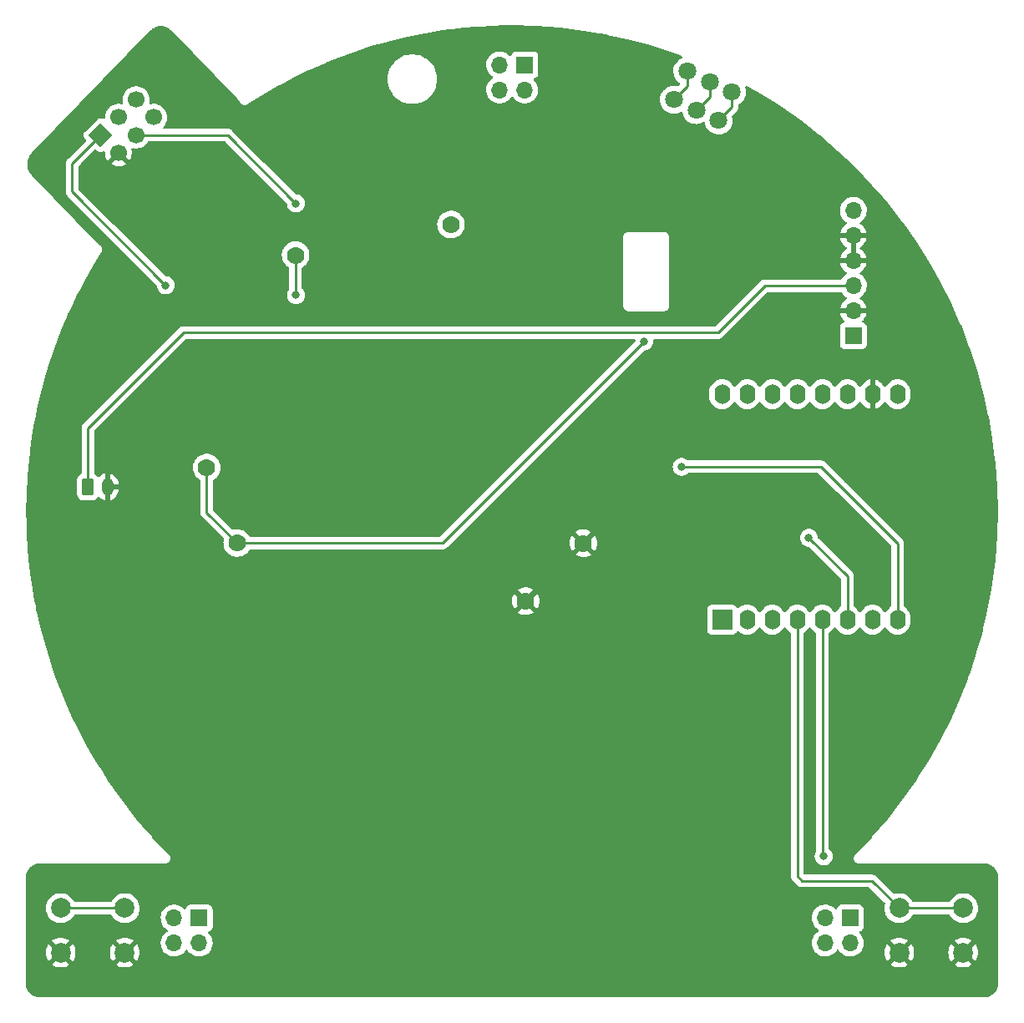
<source format=gbr>
%TF.GenerationSoftware,KiCad,Pcbnew,(6.0.9)*%
%TF.CreationDate,2023-02-14T14:55:24-08:00*%
%TF.ProjectId,DC31_Cnet_Badge_Rear,44433331-5f43-46e6-9574-5f4261646765,rev?*%
%TF.SameCoordinates,Original*%
%TF.FileFunction,Copper,L1,Top*%
%TF.FilePolarity,Positive*%
%FSLAX46Y46*%
G04 Gerber Fmt 4.6, Leading zero omitted, Abs format (unit mm)*
G04 Created by KiCad (PCBNEW (6.0.9)) date 2023-02-14 14:55:24*
%MOMM*%
%LPD*%
G01*
G04 APERTURE LIST*
G04 Aperture macros list*
%AMRoundRect*
0 Rectangle with rounded corners*
0 $1 Rounding radius*
0 $2 $3 $4 $5 $6 $7 $8 $9 X,Y pos of 4 corners*
0 Add a 4 corners polygon primitive as box body*
4,1,4,$2,$3,$4,$5,$6,$7,$8,$9,$2,$3,0*
0 Add four circle primitives for the rounded corners*
1,1,$1+$1,$2,$3*
1,1,$1+$1,$4,$5*
1,1,$1+$1,$6,$7*
1,1,$1+$1,$8,$9*
0 Add four rect primitives between the rounded corners*
20,1,$1+$1,$2,$3,$4,$5,0*
20,1,$1+$1,$4,$5,$6,$7,0*
20,1,$1+$1,$6,$7,$8,$9,0*
20,1,$1+$1,$8,$9,$2,$3,0*%
%AMHorizOval*
0 Thick line with rounded ends*
0 $1 width*
0 $2 $3 position (X,Y) of the first rounded end (center of the circle)*
0 $4 $5 position (X,Y) of the second rounded end (center of the circle)*
0 Add line between two ends*
20,1,$1,$2,$3,$4,$5,0*
0 Add two circle primitives to create the rounded ends*
1,1,$1,$2,$3*
1,1,$1,$4,$5*%
%AMRotRect*
0 Rectangle, with rotation*
0 The origin of the aperture is its center*
0 $1 length*
0 $2 width*
0 $3 Rotation angle, in degrees counterclockwise*
0 Add horizontal line*
21,1,$1,$2,0,0,$3*%
G04 Aperture macros list end*
%TA.AperFunction,ComponentPad*%
%ADD10R,1.700000X1.700000*%
%TD*%
%TA.AperFunction,ComponentPad*%
%ADD11O,1.700000X1.700000*%
%TD*%
%TA.AperFunction,ComponentPad*%
%ADD12C,1.778000*%
%TD*%
%TA.AperFunction,ComponentPad*%
%ADD13C,1.800000*%
%TD*%
%TA.AperFunction,ComponentPad*%
%ADD14RoundRect,0.250000X-0.350000X-0.625000X0.350000X-0.625000X0.350000X0.625000X-0.350000X0.625000X0*%
%TD*%
%TA.AperFunction,ComponentPad*%
%ADD15O,1.200000X1.750000*%
%TD*%
%TA.AperFunction,ComponentPad*%
%ADD16RotRect,1.700000X1.700000X135.000000*%
%TD*%
%TA.AperFunction,ComponentPad*%
%ADD17HorizOval,1.700000X0.000000X0.000000X0.000000X0.000000X0*%
%TD*%
%TA.AperFunction,ComponentPad*%
%ADD18R,2.000000X2.000000*%
%TD*%
%TA.AperFunction,ComponentPad*%
%ADD19O,1.600000X2.000000*%
%TD*%
%TA.AperFunction,ComponentPad*%
%ADD20C,2.000000*%
%TD*%
%TA.AperFunction,ViaPad*%
%ADD21C,0.800000*%
%TD*%
%TA.AperFunction,Conductor*%
%ADD22C,0.250000*%
%TD*%
G04 APERTURE END LIST*
D10*
%TO.P,U1,1,OUT*%
%TO.N,Net-(S1-Pad3)*%
X134600000Y-82220000D03*
D11*
%TO.P,U1,2,GND*%
%TO.N,GND*%
X134600000Y-79680000D03*
%TO.P,U1,3,BATT*%
%TO.N,Net-(J5-Pad1)*%
X134600000Y-77140000D03*
%TO.P,U1,4,GND*%
%TO.N,GND*%
X134600000Y-74600000D03*
%TO.P,U1,5,GND*%
X134600000Y-72060000D03*
%TO.P,U1,6,VIN*%
%TO.N,Net-(S1-Pad1)*%
X134600000Y-69520000D03*
%TD*%
D10*
%TO.P,J1,1,Pin_1*%
%TO.N,unconnected-(J1-Pad1)*%
X101290000Y-54750000D03*
D11*
%TO.P,J1,2,Pin_2*%
%TO.N,unconnected-(J1-Pad2)*%
X98750000Y-54750000D03*
%TO.P,J1,3,Pin_3*%
%TO.N,unconnected-(J1-Pad3)*%
X101290000Y-57290000D03*
%TO.P,J1,4,Pin_4*%
%TO.N,unconnected-(J1-Pad4)*%
X98750000Y-57290000D03*
%TD*%
D12*
%TO.P,NP1,1,IN*%
%TO.N,Net-(NP1-Pad1)*%
X78066800Y-74048600D03*
%TO.P,NP1,2,OUT*%
%TO.N,unconnected-(NP1-Pad2)*%
X93814800Y-70949800D03*
%TO.P,NP1,3,GND*%
%TO.N,GND*%
X107226000Y-103258600D03*
%TO.P,NP1,4,GND*%
X101384000Y-109126000D03*
%TO.P,NP1,5,VCC*%
%TO.N,VCC*%
X72148600Y-103233200D03*
%TO.P,NP1,6,VCC*%
X69049800Y-95587800D03*
%TD*%
D10*
%TO.P,J2,1,Pin_1*%
%TO.N,unconnected-(J2-Pad1)*%
X134290000Y-141250000D03*
D11*
%TO.P,J2,2,Pin_2*%
%TO.N,unconnected-(J2-Pad2)*%
X131750000Y-141250000D03*
%TO.P,J2,3,Pin_3*%
%TO.N,unconnected-(J2-Pad3)*%
X134290000Y-143790000D03*
%TO.P,J2,4,Pin_4*%
%TO.N,unconnected-(J2-Pad4)*%
X131750000Y-143790000D03*
%TD*%
D13*
%TO.P,S1,1*%
%TO.N,Net-(S1-Pad1)*%
X117768461Y-55386909D03*
%TO.P,S1,2*%
%TO.N,VCC*%
X120034230Y-56443455D03*
%TO.P,S1,3*%
%TO.N,Net-(S1-Pad3)*%
X122300000Y-57500000D03*
%TO.P,S1,4*%
%TO.N,Net-(S1-Pad1)*%
X116416083Y-58287094D03*
%TO.P,S1,5*%
%TO.N,VCC*%
X118681852Y-59343640D03*
%TO.P,S1,6*%
%TO.N,Net-(S1-Pad3)*%
X120947621Y-60400185D03*
%TD*%
D14*
%TO.P,J5,1,Pin_1*%
%TO.N,Net-(J5-Pad1)*%
X57000000Y-97550000D03*
D15*
%TO.P,J5,2,Pin_2*%
%TO.N,GND*%
X59000000Y-97550000D03*
%TD*%
D16*
%TO.P,J4,1,Pin_1*%
%TO.N,Net-(J4-Pad1)*%
X58302388Y-61873277D03*
D17*
%TO.P,J4,2,Pin_2*%
%TO.N,GND*%
X60098439Y-63669328D03*
%TO.P,J4,3,Pin_3*%
%TO.N,Net-(J4-Pad3)*%
X60098439Y-60077226D03*
%TO.P,J4,4,Pin_4*%
%TO.N,Net-(J4-Pad4)*%
X61894490Y-61873277D03*
%TO.P,J4,5,Pin_5*%
%TO.N,Net-(J4-Pad5)*%
X61894490Y-58281175D03*
%TO.P,J4,6,Pin_6*%
%TO.N,unconnected-(J4-Pad6)*%
X63690542Y-60077226D03*
%TD*%
D10*
%TO.P,J3,1,Pin_1*%
%TO.N,unconnected-(J3-Pad1)*%
X68290000Y-141250000D03*
D11*
%TO.P,J3,2,Pin_2*%
%TO.N,unconnected-(J3-Pad2)*%
X65750000Y-141250000D03*
%TO.P,J3,3,Pin_3*%
%TO.N,unconnected-(J3-Pad3)*%
X68290000Y-143790000D03*
%TO.P,J3,4,Pin_4*%
%TO.N,unconnected-(J3-Pad4)*%
X65750000Y-143790000D03*
%TD*%
D18*
%TO.P,U2,1,~{RST}*%
%TO.N,unconnected-(U2-Pad1)*%
X121300000Y-111000000D03*
D19*
%TO.P,U2,2,A0*%
%TO.N,unconnected-(U2-Pad2)*%
X123840000Y-111000000D03*
%TO.P,U2,3,D0*%
%TO.N,unconnected-(U2-Pad3)*%
X126380000Y-111000000D03*
%TO.P,U2,4,SCK/D5*%
%TO.N,Net-(SW1-Pad1)*%
X128920000Y-111000000D03*
%TO.P,U2,5,MISO/D6*%
%TO.N,Net-(SW2-Pad1)*%
X131460000Y-111000000D03*
%TO.P,U2,6,MOSI/D7*%
%TO.N,Net-(J4-Pad5)*%
X134000000Y-111000000D03*
%TO.P,U2,7,CS/D8*%
%TO.N,unconnected-(U2-Pad7)*%
X136540000Y-111000000D03*
%TO.P,U2,8,3V3*%
%TO.N,Net-(J4-Pad1)*%
X139080000Y-111000000D03*
%TO.P,U2,9,5V*%
%TO.N,VCC*%
X139080000Y-88140000D03*
%TO.P,U2,10,GND*%
%TO.N,GND*%
X136540000Y-88140000D03*
%TO.P,U2,11,D4*%
%TO.N,unconnected-(U2-Pad11)*%
X134000000Y-88140000D03*
%TO.P,U2,12,D3*%
%TO.N,Net-(NP1-Pad1)*%
X131460000Y-88140000D03*
%TO.P,U2,13,SDA/D2*%
%TO.N,Net-(J4-Pad3)*%
X128920000Y-88140000D03*
%TO.P,U2,14,SCL/D1*%
%TO.N,Net-(J4-Pad4)*%
X126380000Y-88140000D03*
%TO.P,U2,15,RX*%
%TO.N,unconnected-(U2-Pad15)*%
X123840000Y-88140000D03*
%TO.P,U2,16,TX*%
%TO.N,unconnected-(U2-Pad16)*%
X121300000Y-88140000D03*
%TD*%
D20*
%TO.P,SW2,1,1*%
%TO.N,Net-(SW2-Pad1)*%
X60750000Y-140250000D03*
X54250000Y-140250000D03*
%TO.P,SW2,2,2*%
%TO.N,GND*%
X54250000Y-144750000D03*
X60750000Y-144750000D03*
%TD*%
%TO.P,SW1,1,1*%
%TO.N,Net-(SW1-Pad1)*%
X145750000Y-140250000D03*
X139250000Y-140250000D03*
%TO.P,SW1,2,2*%
%TO.N,GND*%
X139250000Y-144750000D03*
X145750000Y-144750000D03*
%TD*%
D21*
%TO.N,VCC*%
X113400000Y-82800000D03*
%TO.N,Net-(J4-Pad4)*%
X78100000Y-68800000D03*
%TO.N,Net-(J4-Pad5)*%
X130100000Y-102700000D03*
%TO.N,Net-(NP1-Pad1)*%
X78100000Y-78100000D03*
%TO.N,Net-(SW2-Pad1)*%
X131600000Y-135000000D03*
%TO.N,Net-(J4-Pad1)*%
X64900000Y-77100000D03*
X117200000Y-95500000D03*
%TD*%
D22*
%TO.N,VCC*%
X120034230Y-57991262D02*
X118681852Y-59343640D01*
X92966800Y-103233200D02*
X93200000Y-103000000D01*
X69049800Y-95587800D02*
X69049800Y-100134400D01*
X72148600Y-103233200D02*
X92966800Y-103233200D01*
X69049800Y-100134400D02*
X72148600Y-103233200D01*
X120034230Y-56443455D02*
X120034230Y-57991262D01*
X93266800Y-102933200D02*
X113400000Y-82800000D01*
%TO.N,Net-(J5-Pad1)*%
X57000000Y-97550000D02*
X57000000Y-91600000D01*
X125660000Y-77140000D02*
X134600000Y-77140000D01*
X120900000Y-81900000D02*
X125660000Y-77140000D01*
X66700000Y-81900000D02*
X120900000Y-81900000D01*
X57000000Y-91600000D02*
X66700000Y-81900000D01*
%TO.N,Net-(S1-Pad1)*%
X117768461Y-56934716D02*
X116416083Y-58287094D01*
X117768461Y-55386909D02*
X117768461Y-56934716D01*
%TO.N,Net-(J4-Pad4)*%
X61894490Y-61873277D02*
X71173277Y-61873277D01*
X71173277Y-61873277D02*
X78100000Y-68800000D01*
%TO.N,Net-(J4-Pad5)*%
X134000000Y-106600000D02*
X130100000Y-102700000D01*
X134000000Y-111000000D02*
X134000000Y-106600000D01*
%TO.N,Net-(NP1-Pad1)*%
X78066800Y-78066800D02*
X78066800Y-74048600D01*
X78100000Y-78100000D02*
X78066800Y-78066800D01*
%TO.N,Net-(SW1-Pad1)*%
X145750000Y-140250000D02*
X139250000Y-140250000D01*
X129400000Y-137500000D02*
X128920000Y-137020000D01*
X139250000Y-140250000D02*
X136500000Y-137500000D01*
X128920000Y-137020000D02*
X128920000Y-111000000D01*
X136500000Y-137500000D02*
X129400000Y-137500000D01*
%TO.N,Net-(SW2-Pad1)*%
X131460000Y-134860000D02*
X131600000Y-135000000D01*
X131460000Y-111000000D02*
X131460000Y-134860000D01*
X54250000Y-140250000D02*
X60750000Y-140250000D01*
%TO.N,Net-(J4-Pad1)*%
X133300000Y-97500000D02*
X131300000Y-95500000D01*
X139080000Y-103280000D02*
X133300000Y-97500000D01*
X64900000Y-77100000D02*
X55400000Y-67600000D01*
X131300000Y-95500000D02*
X117200000Y-95500000D01*
X139080000Y-111000000D02*
X139080000Y-103280000D01*
X55400000Y-64775665D02*
X58302388Y-61873277D01*
X55400000Y-67600000D02*
X55400000Y-64775665D01*
%TO.N,Net-(S1-Pad3)*%
X122300000Y-59047806D02*
X120947621Y-60400185D01*
X122300000Y-57500000D02*
X122300000Y-59047806D01*
%TD*%
%TA.AperFunction,Conductor*%
%TO.N,GND*%
G36*
X102439430Y-50801135D02*
G01*
X102445619Y-50801441D01*
X104865530Y-50981471D01*
X104871709Y-50982085D01*
X107270966Y-51280097D01*
X107277069Y-51281007D01*
X108846859Y-51554903D01*
X109651768Y-51695343D01*
X109657826Y-51696554D01*
X112003873Y-52225537D01*
X112009848Y-52227038D01*
X114060097Y-52795979D01*
X114323273Y-52869010D01*
X114329159Y-52870799D01*
X116605950Y-53624101D01*
X116611737Y-53626174D01*
X117016255Y-53782285D01*
X117200455Y-53853371D01*
X117206233Y-53855601D01*
X117262584Y-53898788D01*
X117286641Y-53965584D01*
X117270766Y-54034783D01*
X117219048Y-54084914D01*
X117015333Y-54190961D01*
X117011200Y-54194064D01*
X117011197Y-54194066D01*
X116891021Y-54284297D01*
X116830116Y-54330026D01*
X116670100Y-54497473D01*
X116667186Y-54501745D01*
X116667185Y-54501746D01*
X116610965Y-54584161D01*
X116539580Y-54688808D01*
X116442063Y-54898890D01*
X116380168Y-55122078D01*
X116355556Y-55352378D01*
X116355853Y-55357531D01*
X116355853Y-55357534D01*
X116359782Y-55425678D01*
X116368888Y-55583606D01*
X116370025Y-55588652D01*
X116370026Y-55588658D01*
X116402202Y-55731432D01*
X116419807Y-55809551D01*
X116421749Y-55814333D01*
X116421750Y-55814337D01*
X116504914Y-56019144D01*
X116506945Y-56024146D01*
X116585358Y-56152104D01*
X116614400Y-56199496D01*
X116627962Y-56221628D01*
X116779608Y-56396693D01*
X116957810Y-56544639D01*
X116962277Y-56547249D01*
X117009197Y-56574667D01*
X117057921Y-56626305D01*
X117070992Y-56696088D01*
X117044261Y-56761860D01*
X117034722Y-56772550D01*
X116914195Y-56893077D01*
X116851883Y-56927103D01*
X116787170Y-56923018D01*
X116786989Y-56923704D01*
X116783520Y-56922788D01*
X116783050Y-56922758D01*
X116781997Y-56922385D01*
X116781983Y-56922381D01*
X116777111Y-56920656D01*
X116772018Y-56919749D01*
X116772015Y-56919748D01*
X116554178Y-56880945D01*
X116554172Y-56880944D01*
X116549089Y-56880039D01*
X116476179Y-56879148D01*
X116322664Y-56877273D01*
X116322662Y-56877273D01*
X116317494Y-56877210D01*
X116088547Y-56912244D01*
X115868397Y-56984200D01*
X115863809Y-56986588D01*
X115863805Y-56986590D01*
X115683037Y-57080692D01*
X115662955Y-57091146D01*
X115658822Y-57094249D01*
X115658819Y-57094251D01*
X115481873Y-57227106D01*
X115477738Y-57230211D01*
X115422471Y-57288045D01*
X115361963Y-57351363D01*
X115317722Y-57397658D01*
X115314808Y-57401930D01*
X115314807Y-57401931D01*
X115301841Y-57420939D01*
X115187202Y-57588993D01*
X115089685Y-57799075D01*
X115027790Y-58022263D01*
X115003178Y-58252563D01*
X115003475Y-58257716D01*
X115003475Y-58257719D01*
X115011652Y-58399534D01*
X115016510Y-58483791D01*
X115017647Y-58488837D01*
X115017648Y-58488843D01*
X115047630Y-58621883D01*
X115067429Y-58709736D01*
X115069371Y-58714518D01*
X115069372Y-58714522D01*
X115152623Y-58919544D01*
X115154567Y-58924331D01*
X115275584Y-59121813D01*
X115427230Y-59296878D01*
X115605432Y-59444824D01*
X115805405Y-59561678D01*
X115810230Y-59563520D01*
X115810231Y-59563521D01*
X115870902Y-59586689D01*
X116021777Y-59644303D01*
X116026843Y-59645334D01*
X116026844Y-59645334D01*
X116079929Y-59656134D01*
X116248739Y-59690479D01*
X116379407Y-59695270D01*
X116475032Y-59698777D01*
X116475036Y-59698777D01*
X116480196Y-59698966D01*
X116485316Y-59698310D01*
X116485318Y-59698310D01*
X116597951Y-59683881D01*
X116709930Y-59669536D01*
X116714878Y-59668051D01*
X116714885Y-59668050D01*
X116926830Y-59604463D01*
X116931773Y-59602980D01*
X116936406Y-59600710D01*
X116936412Y-59600708D01*
X117116868Y-59512303D01*
X117186842Y-59500296D01*
X117252200Y-59528026D01*
X117292190Y-59586689D01*
X117295218Y-59597753D01*
X117296699Y-59604323D01*
X117333198Y-59766282D01*
X117335140Y-59771064D01*
X117335141Y-59771068D01*
X117389507Y-59904954D01*
X117420336Y-59980877D01*
X117462129Y-60049077D01*
X117535834Y-60169352D01*
X117541353Y-60178359D01*
X117692999Y-60353424D01*
X117871201Y-60501370D01*
X118071174Y-60618224D01*
X118287546Y-60700849D01*
X118292612Y-60701880D01*
X118292613Y-60701880D01*
X118302060Y-60703802D01*
X118514508Y-60747025D01*
X118645176Y-60751816D01*
X118740801Y-60755323D01*
X118740805Y-60755323D01*
X118745965Y-60755512D01*
X118751085Y-60754856D01*
X118751087Y-60754856D01*
X118824122Y-60745500D01*
X118975699Y-60726082D01*
X118980647Y-60724597D01*
X118980654Y-60724596D01*
X119192599Y-60661009D01*
X119197542Y-60659526D01*
X119202175Y-60657256D01*
X119202186Y-60657252D01*
X119382639Y-60568849D01*
X119452613Y-60556842D01*
X119517970Y-60584572D01*
X119557960Y-60643235D01*
X119560986Y-60654294D01*
X119598967Y-60822827D01*
X119600909Y-60827609D01*
X119600910Y-60827613D01*
X119656439Y-60964363D01*
X119686105Y-61037422D01*
X119807122Y-61234904D01*
X119958768Y-61409969D01*
X120136970Y-61557915D01*
X120336943Y-61674769D01*
X120553315Y-61757394D01*
X120558381Y-61758425D01*
X120558382Y-61758425D01*
X120611467Y-61769225D01*
X120780277Y-61803570D01*
X120910945Y-61808361D01*
X121006570Y-61811868D01*
X121006574Y-61811868D01*
X121011734Y-61812057D01*
X121016854Y-61811401D01*
X121016856Y-61811401D01*
X121089891Y-61802045D01*
X121241468Y-61782627D01*
X121246416Y-61781142D01*
X121246423Y-61781141D01*
X121458368Y-61717554D01*
X121463311Y-61716071D01*
X121543857Y-61676612D01*
X121666670Y-61616447D01*
X121666673Y-61616445D01*
X121671305Y-61614176D01*
X121859864Y-61479679D01*
X122023924Y-61316190D01*
X122159079Y-61128102D01*
X122163875Y-61118399D01*
X122259405Y-60925107D01*
X122259406Y-60925105D01*
X122261699Y-60920465D01*
X122329029Y-60698856D01*
X122359261Y-60469226D01*
X122360750Y-60408289D01*
X122360866Y-60403550D01*
X122360866Y-60403546D01*
X122360948Y-60400185D01*
X122341970Y-60169352D01*
X122305647Y-60024745D01*
X122308451Y-59953805D01*
X122338756Y-59904954D01*
X122692258Y-59551453D01*
X122700537Y-59543919D01*
X122707018Y-59539806D01*
X122753644Y-59490154D01*
X122756398Y-59487313D01*
X122776135Y-59467576D01*
X122778615Y-59464379D01*
X122786320Y-59455357D01*
X122811159Y-59428906D01*
X122816586Y-59423127D01*
X122820405Y-59416181D01*
X122820407Y-59416178D01*
X122826348Y-59405372D01*
X122837199Y-59388853D01*
X122844758Y-59379107D01*
X122849614Y-59372847D01*
X122852759Y-59365578D01*
X122852762Y-59365574D01*
X122867174Y-59332269D01*
X122872391Y-59321619D01*
X122893695Y-59282866D01*
X122898733Y-59263243D01*
X122905137Y-59244540D01*
X122910033Y-59233226D01*
X122910033Y-59233225D01*
X122913181Y-59225951D01*
X122914420Y-59218128D01*
X122914423Y-59218118D01*
X122920099Y-59182282D01*
X122922505Y-59170662D01*
X122931528Y-59135517D01*
X122931528Y-59135516D01*
X122933500Y-59127836D01*
X122933500Y-59107582D01*
X122935051Y-59087871D01*
X122936980Y-59075692D01*
X122938220Y-59067863D01*
X122934059Y-59023844D01*
X122933500Y-59011987D01*
X122933500Y-58836752D01*
X122953502Y-58768631D01*
X123004068Y-58723601D01*
X123011996Y-58719717D01*
X123019043Y-58716265D01*
X123019047Y-58716263D01*
X123023684Y-58713991D01*
X123027888Y-58710993D01*
X123027892Y-58710990D01*
X123122415Y-58643567D01*
X123212243Y-58579494D01*
X123376303Y-58416005D01*
X123379877Y-58411032D01*
X123425338Y-58347765D01*
X123511458Y-58227917D01*
X123520385Y-58209856D01*
X123611784Y-58024922D01*
X123611785Y-58024920D01*
X123614078Y-58020280D01*
X123681408Y-57798671D01*
X123711640Y-57569041D01*
X123711833Y-57561133D01*
X123713245Y-57503365D01*
X123713245Y-57503361D01*
X123713327Y-57500000D01*
X123702985Y-57374207D01*
X123694773Y-57274318D01*
X123694772Y-57274312D01*
X123694349Y-57269167D01*
X123637925Y-57044533D01*
X123638124Y-57044483D01*
X123635200Y-56975779D01*
X123671009Y-56914475D01*
X123734277Y-56882262D01*
X123804917Y-56889368D01*
X123819522Y-56896428D01*
X123974721Y-56984200D01*
X125288197Y-57727030D01*
X125293468Y-57730184D01*
X126553037Y-58526234D01*
X127326436Y-59015023D01*
X127331575Y-59018450D01*
X129303719Y-60404604D01*
X129308698Y-60408289D01*
X129742204Y-60745995D01*
X131073750Y-61783284D01*
X131215994Y-61894094D01*
X131220798Y-61898030D01*
X133059211Y-63481813D01*
X133063812Y-63485980D01*
X133902049Y-64283665D01*
X134789236Y-65127933D01*
X134795949Y-65135029D01*
X134800053Y-65141533D01*
X134806779Y-65147473D01*
X134834352Y-65171825D01*
X134842219Y-65179405D01*
X136513880Y-66936023D01*
X136518065Y-66940644D01*
X137094683Y-67609958D01*
X138101872Y-68779060D01*
X138105790Y-68783843D01*
X139412251Y-70460897D01*
X139591593Y-70691112D01*
X139595278Y-70696089D01*
X140970417Y-72652533D01*
X140981451Y-72668232D01*
X140984874Y-72673366D01*
X142253633Y-74680861D01*
X142269742Y-74706350D01*
X142272902Y-74711632D01*
X142935576Y-75883357D01*
X143454797Y-76801433D01*
X143457694Y-76806861D01*
X144534932Y-78949419D01*
X144537559Y-78954976D01*
X145083120Y-80186267D01*
X145498299Y-81123295D01*
X145508512Y-81146346D01*
X145510861Y-81152016D01*
X146349045Y-83323891D01*
X146373820Y-83388088D01*
X146375889Y-83393867D01*
X146801922Y-84681489D01*
X147129197Y-85670632D01*
X147130982Y-85676503D01*
X147602694Y-87376334D01*
X147772978Y-87989960D01*
X147774479Y-87995934D01*
X147828000Y-88233292D01*
X148303484Y-90342016D01*
X148304695Y-90348073D01*
X148528352Y-91629875D01*
X148700248Y-92615023D01*
X148719047Y-92722764D01*
X148719959Y-92728878D01*
X148967948Y-94725295D01*
X149017992Y-95128171D01*
X149018606Y-95134354D01*
X149197141Y-97533938D01*
X149198652Y-97554251D01*
X149198959Y-97560461D01*
X149258847Y-99976657D01*
X149259341Y-99996599D01*
X149259338Y-100002969D01*
X149196489Y-102440134D01*
X149196174Y-102446364D01*
X149013572Y-104867101D01*
X149012952Y-104873286D01*
X148997237Y-104998726D01*
X148712272Y-107273359D01*
X148711356Y-107279445D01*
X148587359Y-107985627D01*
X148294285Y-109654724D01*
X148293068Y-109660782D01*
X148109610Y-110470283D01*
X147794372Y-111861257D01*
X147761274Y-112007299D01*
X147759768Y-112013262D01*
X147626309Y-112492119D01*
X147114921Y-114326993D01*
X147113124Y-114332880D01*
X147007925Y-114649625D01*
X146357084Y-116609245D01*
X146356896Y-116609810D01*
X146354819Y-116615589D01*
X146214032Y-116979139D01*
X145488906Y-118851618D01*
X145486547Y-118857295D01*
X144512607Y-121048440D01*
X144509973Y-121053996D01*
X143429691Y-123196212D01*
X143426786Y-123201639D01*
X142241826Y-125290911D01*
X142238659Y-125296190D01*
X141242612Y-126867867D01*
X140950705Y-127328471D01*
X140947270Y-127333608D01*
X139558005Y-129304858D01*
X139554312Y-129309834D01*
X138065390Y-131216052D01*
X138061444Y-131220855D01*
X136474551Y-133057999D01*
X136470368Y-133062606D01*
X134797934Y-134815370D01*
X134789051Y-134823813D01*
X134757030Y-134851404D01*
X134725102Y-134900662D01*
X134721975Y-134905258D01*
X134687881Y-134953045D01*
X134684928Y-134961522D01*
X134684884Y-134961607D01*
X134684051Y-134963041D01*
X134683354Y-134964466D01*
X134682731Y-134966007D01*
X134682690Y-134966095D01*
X134677805Y-134973632D01*
X134675231Y-134982239D01*
X134660999Y-135029829D01*
X134659269Y-135035179D01*
X134639964Y-135090595D01*
X134639509Y-135099562D01*
X134639491Y-135099654D01*
X134639093Y-135101268D01*
X134638823Y-135102835D01*
X134638658Y-135104486D01*
X134638644Y-135104581D01*
X134636071Y-135113183D01*
X134636016Y-135122160D01*
X134636016Y-135122161D01*
X134635712Y-135171865D01*
X134635552Y-135177482D01*
X134634321Y-135201742D01*
X134632578Y-135236065D01*
X134634658Y-135244799D01*
X134634666Y-135244886D01*
X134634737Y-135246549D01*
X134634919Y-135248143D01*
X134635222Y-135249761D01*
X134635236Y-135249865D01*
X134635181Y-135258838D01*
X134637646Y-135267463D01*
X134637647Y-135267469D01*
X134651305Y-135315255D01*
X134652729Y-135320695D01*
X134663343Y-135365271D01*
X134666317Y-135377762D01*
X134670767Y-135385565D01*
X134670801Y-135385651D01*
X134671332Y-135387216D01*
X134671957Y-135388702D01*
X134672703Y-135390172D01*
X134672742Y-135390260D01*
X134675208Y-135398888D01*
X134679997Y-135406479D01*
X134679998Y-135406480D01*
X134706521Y-135448518D01*
X134709413Y-135453336D01*
X134738471Y-135504293D01*
X134744928Y-135510530D01*
X134744988Y-135510607D01*
X134745941Y-135511966D01*
X134746943Y-135513198D01*
X134748078Y-135514406D01*
X134748141Y-135514480D01*
X134752933Y-135522075D01*
X134759662Y-135528018D01*
X134759663Y-135528019D01*
X134796909Y-135560913D01*
X134801040Y-135564729D01*
X134843236Y-135605487D01*
X134851189Y-135609663D01*
X134851258Y-135609713D01*
X134852550Y-135610747D01*
X134853884Y-135611666D01*
X134855301Y-135612501D01*
X134855382Y-135612554D01*
X134862108Y-135618495D01*
X134870231Y-135622309D01*
X134870233Y-135622310D01*
X134915228Y-135643435D01*
X134920261Y-135645937D01*
X134945408Y-135659143D01*
X134972193Y-135673209D01*
X134980991Y-135674984D01*
X134981097Y-135675022D01*
X134982622Y-135675649D01*
X134984137Y-135676150D01*
X134985734Y-135676554D01*
X134985835Y-135676585D01*
X134993957Y-135680398D01*
X135002820Y-135681778D01*
X135002823Y-135681779D01*
X135032587Y-135686413D01*
X135051964Y-135689430D01*
X135057458Y-135690412D01*
X135114974Y-135702016D01*
X135123911Y-135701251D01*
X135123914Y-135701251D01*
X135160994Y-135698076D01*
X135171742Y-135697617D01*
X147803151Y-135697617D01*
X147806349Y-135697658D01*
X147822802Y-135698076D01*
X147885141Y-135699660D01*
X147891508Y-135699983D01*
X147915683Y-135701824D01*
X147961079Y-135705281D01*
X147967406Y-135705924D01*
X147975670Y-135706975D01*
X148035776Y-135714620D01*
X148042026Y-135715575D01*
X148109131Y-135727566D01*
X148115281Y-135728824D01*
X148174144Y-135742417D01*
X148181177Y-135744041D01*
X148187255Y-135745605D01*
X148251781Y-135763934D01*
X148257749Y-135765791D01*
X148320987Y-135787196D01*
X148326815Y-135789330D01*
X148388585Y-135813690D01*
X148394256Y-135816087D01*
X148454628Y-135843388D01*
X148460108Y-135846029D01*
X148499308Y-135866109D01*
X148518877Y-135876133D01*
X148524247Y-135879050D01*
X148581391Y-135911913D01*
X148586585Y-135915069D01*
X148641996Y-135950597D01*
X148647013Y-135953987D01*
X148700622Y-135992114D01*
X148705454Y-135995728D01*
X148757112Y-136036327D01*
X148761756Y-136040159D01*
X148811436Y-136083198D01*
X148815872Y-136087231D01*
X148863398Y-136132547D01*
X148867644Y-136136793D01*
X148868266Y-136137445D01*
X148912922Y-136184285D01*
X148912976Y-136184342D01*
X148917008Y-136188779D01*
X148937572Y-136212520D01*
X148960030Y-136238449D01*
X148963860Y-136243090D01*
X149004476Y-136294777D01*
X149008089Y-136299609D01*
X149039888Y-136344327D01*
X149045189Y-136351781D01*
X149046194Y-136353195D01*
X149049584Y-136358214D01*
X149085108Y-136413629D01*
X149088262Y-136418820D01*
X149094522Y-136429707D01*
X149121115Y-136475959D01*
X149124030Y-136481326D01*
X149124118Y-136481497D01*
X149154105Y-136540048D01*
X149154118Y-136540074D01*
X149156784Y-136545608D01*
X149184059Y-136605942D01*
X149186460Y-136611619D01*
X149210834Y-136673439D01*
X149212961Y-136679250D01*
X149234343Y-136742445D01*
X149236196Y-136748404D01*
X149254518Y-136812921D01*
X149254520Y-136812929D01*
X149256085Y-136819014D01*
X149271281Y-136884854D01*
X149272545Y-136891030D01*
X149275954Y-136910121D01*
X149284530Y-136958149D01*
X149285487Y-136964413D01*
X149294172Y-137032751D01*
X149294814Y-137039083D01*
X149300102Y-137108627D01*
X149300425Y-137114995D01*
X149302337Y-137190612D01*
X149302375Y-137194563D01*
X149301983Y-137258716D01*
X149302367Y-137260060D01*
X149302459Y-137261405D01*
X149302459Y-147802460D01*
X149302456Y-147803301D01*
X149302451Y-147804050D01*
X149302414Y-147806401D01*
X149302146Y-147816977D01*
X149300529Y-147880802D01*
X149300421Y-147885052D01*
X149300099Y-147891409D01*
X149298453Y-147913037D01*
X149294803Y-147960998D01*
X149294160Y-147967328D01*
X149285471Y-148035675D01*
X149284514Y-148041939D01*
X149272528Y-148109044D01*
X149271262Y-148115231D01*
X149256059Y-148181086D01*
X149254495Y-148187167D01*
X149236166Y-148251705D01*
X149234310Y-148257672D01*
X149212922Y-148320872D01*
X149210788Y-148326701D01*
X149186406Y-148388535D01*
X149184039Y-148394133D01*
X149156741Y-148454513D01*
X149154085Y-148460025D01*
X149123975Y-148518812D01*
X149121058Y-148524182D01*
X149088207Y-148581311D01*
X149085051Y-148586505D01*
X149049525Y-148641919D01*
X149046136Y-148646936D01*
X149008031Y-148700520D01*
X149004416Y-148705353D01*
X148963791Y-148757048D01*
X148959959Y-148761691D01*
X148916949Y-148811343D01*
X148912905Y-148815793D01*
X148867571Y-148863341D01*
X148863325Y-148867587D01*
X148815797Y-148912902D01*
X148811345Y-148916948D01*
X148761677Y-148959970D01*
X148757037Y-148963799D01*
X148705343Y-149004424D01*
X148700524Y-149008029D01*
X148646918Y-149046149D01*
X148641928Y-149049519D01*
X148586512Y-149085046D01*
X148581319Y-149088202D01*
X148524164Y-149121068D01*
X148518803Y-149123980D01*
X148460017Y-149154089D01*
X148454550Y-149156723D01*
X148394161Y-149184027D01*
X148388498Y-149186421D01*
X148326702Y-149210788D01*
X148320876Y-149212922D01*
X148257652Y-149234317D01*
X148251740Y-149236156D01*
X148195051Y-149252257D01*
X148187162Y-149254497D01*
X148181080Y-149256061D01*
X148115244Y-149271259D01*
X148109059Y-149272525D01*
X148041940Y-149284514D01*
X148035675Y-149285471D01*
X147967321Y-149294161D01*
X147960991Y-149294804D01*
X147891411Y-149300099D01*
X147885059Y-149300422D01*
X147806253Y-149302418D01*
X147806214Y-149302419D01*
X147803023Y-149302459D01*
X52196944Y-149302459D01*
X52193746Y-149302418D01*
X52169611Y-149301805D01*
X52114954Y-149300416D01*
X52108586Y-149300093D01*
X52039023Y-149294795D01*
X52032697Y-149294152D01*
X51964340Y-149285459D01*
X51958070Y-149284501D01*
X51890964Y-149272509D01*
X51884781Y-149271244D01*
X51860367Y-149265607D01*
X51818911Y-149256034D01*
X51812842Y-149254473D01*
X51748287Y-149236134D01*
X51742330Y-149234281D01*
X51719281Y-149226480D01*
X51679133Y-149212891D01*
X51673329Y-149210766D01*
X51611484Y-149186376D01*
X51605846Y-149183991D01*
X51545500Y-149156704D01*
X51539981Y-149154044D01*
X51481200Y-149123932D01*
X51475833Y-149121016D01*
X51418700Y-149088160D01*
X51413506Y-149085004D01*
X51358091Y-149049474D01*
X51353087Y-149046094D01*
X51299460Y-149007954D01*
X51294686Y-149004384D01*
X51242962Y-148963732D01*
X51238344Y-148959920D01*
X51196501Y-148923671D01*
X51188683Y-148916898D01*
X51184239Y-148912859D01*
X51136684Y-148867515D01*
X51132438Y-148863269D01*
X51092070Y-148820926D01*
X51087101Y-148815714D01*
X51083083Y-148811293D01*
X51040060Y-148761622D01*
X51036229Y-148756980D01*
X50995605Y-148705281D01*
X50992028Y-148700497D01*
X50953899Y-148646878D01*
X50950509Y-148641859D01*
X50914989Y-148586449D01*
X50911835Y-148581258D01*
X50910965Y-148579745D01*
X50878974Y-148524107D01*
X50876066Y-148518753D01*
X50854056Y-148475776D01*
X50845971Y-148459989D01*
X50843310Y-148454465D01*
X50816036Y-148394133D01*
X50813632Y-148388449D01*
X50800342Y-148354743D01*
X50789270Y-148326664D01*
X50787138Y-148320840D01*
X50785530Y-148316087D01*
X50765745Y-148257613D01*
X50763900Y-148251679D01*
X50745572Y-148187134D01*
X50744008Y-148181052D01*
X50728809Y-148115199D01*
X50727552Y-148109055D01*
X50715563Y-148041926D01*
X50714607Y-148035666D01*
X50705924Y-147967337D01*
X50705282Y-147961006D01*
X50705282Y-147960998D01*
X50701873Y-147916171D01*
X50699993Y-147891447D01*
X50699670Y-147885079D01*
X50697758Y-147809464D01*
X50697720Y-147805509D01*
X50697734Y-147803301D01*
X50698112Y-147741360D01*
X50697728Y-147740016D01*
X50697636Y-147738671D01*
X50697636Y-145982670D01*
X53382160Y-145982670D01*
X53387887Y-145990320D01*
X53559042Y-146095205D01*
X53567837Y-146099687D01*
X53777988Y-146186734D01*
X53787373Y-146189783D01*
X54008554Y-146242885D01*
X54018301Y-146244428D01*
X54245070Y-146262275D01*
X54254930Y-146262275D01*
X54481699Y-146244428D01*
X54491446Y-146242885D01*
X54712627Y-146189783D01*
X54722012Y-146186734D01*
X54932163Y-146099687D01*
X54940958Y-146095205D01*
X55108445Y-145992568D01*
X55117400Y-145982670D01*
X59882160Y-145982670D01*
X59887887Y-145990320D01*
X60059042Y-146095205D01*
X60067837Y-146099687D01*
X60277988Y-146186734D01*
X60287373Y-146189783D01*
X60508554Y-146242885D01*
X60518301Y-146244428D01*
X60745070Y-146262275D01*
X60754930Y-146262275D01*
X60981699Y-146244428D01*
X60991446Y-146242885D01*
X61212627Y-146189783D01*
X61222012Y-146186734D01*
X61432163Y-146099687D01*
X61440958Y-146095205D01*
X61608445Y-145992568D01*
X61617400Y-145982670D01*
X138382160Y-145982670D01*
X138387887Y-145990320D01*
X138559042Y-146095205D01*
X138567837Y-146099687D01*
X138777988Y-146186734D01*
X138787373Y-146189783D01*
X139008554Y-146242885D01*
X139018301Y-146244428D01*
X139245070Y-146262275D01*
X139254930Y-146262275D01*
X139481699Y-146244428D01*
X139491446Y-146242885D01*
X139712627Y-146189783D01*
X139722012Y-146186734D01*
X139932163Y-146099687D01*
X139940958Y-146095205D01*
X140108445Y-145992568D01*
X140117400Y-145982670D01*
X144882160Y-145982670D01*
X144887887Y-145990320D01*
X145059042Y-146095205D01*
X145067837Y-146099687D01*
X145277988Y-146186734D01*
X145287373Y-146189783D01*
X145508554Y-146242885D01*
X145518301Y-146244428D01*
X145745070Y-146262275D01*
X145754930Y-146262275D01*
X145981699Y-146244428D01*
X145991446Y-146242885D01*
X146212627Y-146189783D01*
X146222012Y-146186734D01*
X146432163Y-146099687D01*
X146440958Y-146095205D01*
X146608445Y-145992568D01*
X146617907Y-145982110D01*
X146614124Y-145973334D01*
X145762812Y-145122022D01*
X145748868Y-145114408D01*
X145747035Y-145114539D01*
X145740420Y-145118790D01*
X144888920Y-145970290D01*
X144882160Y-145982670D01*
X140117400Y-145982670D01*
X140117907Y-145982110D01*
X140114124Y-145973334D01*
X139262812Y-145122022D01*
X139248868Y-145114408D01*
X139247035Y-145114539D01*
X139240420Y-145118790D01*
X138388920Y-145970290D01*
X138382160Y-145982670D01*
X61617400Y-145982670D01*
X61617907Y-145982110D01*
X61614124Y-145973334D01*
X60762812Y-145122022D01*
X60748868Y-145114408D01*
X60747035Y-145114539D01*
X60740420Y-145118790D01*
X59888920Y-145970290D01*
X59882160Y-145982670D01*
X55117400Y-145982670D01*
X55117907Y-145982110D01*
X55114124Y-145973334D01*
X54262812Y-145122022D01*
X54248868Y-145114408D01*
X54247035Y-145114539D01*
X54240420Y-145118790D01*
X53388920Y-145970290D01*
X53382160Y-145982670D01*
X50697636Y-145982670D01*
X50697636Y-144754930D01*
X52737725Y-144754930D01*
X52755572Y-144981699D01*
X52757115Y-144991446D01*
X52810217Y-145212627D01*
X52813266Y-145222012D01*
X52900313Y-145432163D01*
X52904795Y-145440958D01*
X53007432Y-145608445D01*
X53017890Y-145617907D01*
X53026666Y-145614124D01*
X53877978Y-144762812D01*
X53884356Y-144751132D01*
X54614408Y-144751132D01*
X54614539Y-144752965D01*
X54618790Y-144759580D01*
X55470290Y-145611080D01*
X55482670Y-145617840D01*
X55490320Y-145612113D01*
X55595205Y-145440958D01*
X55599687Y-145432163D01*
X55686734Y-145222012D01*
X55689783Y-145212627D01*
X55742885Y-144991446D01*
X55744428Y-144981699D01*
X55762275Y-144754930D01*
X59237725Y-144754930D01*
X59255572Y-144981699D01*
X59257115Y-144991446D01*
X59310217Y-145212627D01*
X59313266Y-145222012D01*
X59400313Y-145432163D01*
X59404795Y-145440958D01*
X59507432Y-145608445D01*
X59517890Y-145617907D01*
X59526666Y-145614124D01*
X60377978Y-144762812D01*
X60384356Y-144751132D01*
X61114408Y-144751132D01*
X61114539Y-144752965D01*
X61118790Y-144759580D01*
X61970290Y-145611080D01*
X61982670Y-145617840D01*
X61990320Y-145612113D01*
X62095205Y-145440958D01*
X62099687Y-145432163D01*
X62186734Y-145222012D01*
X62189783Y-145212627D01*
X62242885Y-144991446D01*
X62244428Y-144981699D01*
X62262275Y-144754930D01*
X62262275Y-144745070D01*
X62244428Y-144518301D01*
X62242885Y-144508554D01*
X62189783Y-144287373D01*
X62186734Y-144277988D01*
X62099687Y-144067837D01*
X62095205Y-144059042D01*
X61992568Y-143891555D01*
X61982110Y-143882093D01*
X61973334Y-143885876D01*
X61122022Y-144737188D01*
X61114408Y-144751132D01*
X60384356Y-144751132D01*
X60385592Y-144748868D01*
X60385461Y-144747035D01*
X60381210Y-144740420D01*
X59529710Y-143888920D01*
X59517330Y-143882160D01*
X59509680Y-143887887D01*
X59404795Y-144059042D01*
X59400313Y-144067837D01*
X59313266Y-144277988D01*
X59310217Y-144287373D01*
X59257115Y-144508554D01*
X59255572Y-144518301D01*
X59237725Y-144745070D01*
X59237725Y-144754930D01*
X55762275Y-144754930D01*
X55762275Y-144745070D01*
X55744428Y-144518301D01*
X55742885Y-144508554D01*
X55689783Y-144287373D01*
X55686734Y-144277988D01*
X55599687Y-144067837D01*
X55595205Y-144059042D01*
X55492568Y-143891555D01*
X55482110Y-143882093D01*
X55473334Y-143885876D01*
X54622022Y-144737188D01*
X54614408Y-144751132D01*
X53884356Y-144751132D01*
X53885592Y-144748868D01*
X53885461Y-144747035D01*
X53881210Y-144740420D01*
X53029710Y-143888920D01*
X53017330Y-143882160D01*
X53009680Y-143887887D01*
X52904795Y-144059042D01*
X52900313Y-144067837D01*
X52813266Y-144277988D01*
X52810217Y-144287373D01*
X52757115Y-144508554D01*
X52755572Y-144518301D01*
X52737725Y-144745070D01*
X52737725Y-144754930D01*
X50697636Y-144754930D01*
X50697636Y-143517890D01*
X53382093Y-143517890D01*
X53385876Y-143526666D01*
X54237188Y-144377978D01*
X54251132Y-144385592D01*
X54252965Y-144385461D01*
X54259580Y-144381210D01*
X55111080Y-143529710D01*
X55117534Y-143517890D01*
X59882093Y-143517890D01*
X59885876Y-143526666D01*
X60737188Y-144377978D01*
X60751132Y-144385592D01*
X60752965Y-144385461D01*
X60759580Y-144381210D01*
X61384095Y-143756695D01*
X64387251Y-143756695D01*
X64387548Y-143761848D01*
X64387548Y-143761851D01*
X64393011Y-143856590D01*
X64400110Y-143979715D01*
X64401247Y-143984761D01*
X64401248Y-143984767D01*
X64417987Y-144059042D01*
X64449222Y-144197639D01*
X64485659Y-144287373D01*
X64522450Y-144377978D01*
X64533266Y-144404616D01*
X64584019Y-144487438D01*
X64647291Y-144590688D01*
X64649987Y-144595088D01*
X64796250Y-144763938D01*
X64968126Y-144906632D01*
X65161000Y-145019338D01*
X65369692Y-145099030D01*
X65374760Y-145100061D01*
X65374763Y-145100062D01*
X65466815Y-145118790D01*
X65588597Y-145143567D01*
X65593772Y-145143757D01*
X65593774Y-145143757D01*
X65806673Y-145151564D01*
X65806677Y-145151564D01*
X65811837Y-145151753D01*
X65816957Y-145151097D01*
X65816959Y-145151097D01*
X66028288Y-145124025D01*
X66028289Y-145124025D01*
X66033416Y-145123368D01*
X66048675Y-145118790D01*
X66242429Y-145060661D01*
X66242434Y-145060659D01*
X66247384Y-145059174D01*
X66447994Y-144960896D01*
X66629860Y-144831173D01*
X66788096Y-144673489D01*
X66847594Y-144590689D01*
X66918453Y-144492077D01*
X66919776Y-144493028D01*
X66966645Y-144449857D01*
X67036580Y-144437625D01*
X67102026Y-144465144D01*
X67129875Y-144496994D01*
X67189987Y-144595088D01*
X67336250Y-144763938D01*
X67508126Y-144906632D01*
X67701000Y-145019338D01*
X67909692Y-145099030D01*
X67914760Y-145100061D01*
X67914763Y-145100062D01*
X68006815Y-145118790D01*
X68128597Y-145143567D01*
X68133772Y-145143757D01*
X68133774Y-145143757D01*
X68346673Y-145151564D01*
X68346677Y-145151564D01*
X68351837Y-145151753D01*
X68356957Y-145151097D01*
X68356959Y-145151097D01*
X68568288Y-145124025D01*
X68568289Y-145124025D01*
X68573416Y-145123368D01*
X68588675Y-145118790D01*
X68782429Y-145060661D01*
X68782434Y-145060659D01*
X68787384Y-145059174D01*
X68987994Y-144960896D01*
X69169860Y-144831173D01*
X69328096Y-144673489D01*
X69387594Y-144590689D01*
X69455435Y-144496277D01*
X69458453Y-144492077D01*
X69479320Y-144449857D01*
X69555136Y-144296453D01*
X69555137Y-144296451D01*
X69557430Y-144291811D01*
X69622370Y-144078069D01*
X69651529Y-143856590D01*
X69653156Y-143790000D01*
X69650418Y-143756695D01*
X130387251Y-143756695D01*
X130387548Y-143761848D01*
X130387548Y-143761851D01*
X130393011Y-143856590D01*
X130400110Y-143979715D01*
X130401247Y-143984761D01*
X130401248Y-143984767D01*
X130417987Y-144059042D01*
X130449222Y-144197639D01*
X130485659Y-144287373D01*
X130522450Y-144377978D01*
X130533266Y-144404616D01*
X130584019Y-144487438D01*
X130647291Y-144590688D01*
X130649987Y-144595088D01*
X130796250Y-144763938D01*
X130968126Y-144906632D01*
X131161000Y-145019338D01*
X131369692Y-145099030D01*
X131374760Y-145100061D01*
X131374763Y-145100062D01*
X131466815Y-145118790D01*
X131588597Y-145143567D01*
X131593772Y-145143757D01*
X131593774Y-145143757D01*
X131806673Y-145151564D01*
X131806677Y-145151564D01*
X131811837Y-145151753D01*
X131816957Y-145151097D01*
X131816959Y-145151097D01*
X132028288Y-145124025D01*
X132028289Y-145124025D01*
X132033416Y-145123368D01*
X132048675Y-145118790D01*
X132242429Y-145060661D01*
X132242434Y-145060659D01*
X132247384Y-145059174D01*
X132447994Y-144960896D01*
X132629860Y-144831173D01*
X132788096Y-144673489D01*
X132847594Y-144590689D01*
X132918453Y-144492077D01*
X132919776Y-144493028D01*
X132966645Y-144449857D01*
X133036580Y-144437625D01*
X133102026Y-144465144D01*
X133129875Y-144496994D01*
X133189987Y-144595088D01*
X133336250Y-144763938D01*
X133508126Y-144906632D01*
X133701000Y-145019338D01*
X133909692Y-145099030D01*
X133914760Y-145100061D01*
X133914763Y-145100062D01*
X134006815Y-145118790D01*
X134128597Y-145143567D01*
X134133772Y-145143757D01*
X134133774Y-145143757D01*
X134346673Y-145151564D01*
X134346677Y-145151564D01*
X134351837Y-145151753D01*
X134356957Y-145151097D01*
X134356959Y-145151097D01*
X134568288Y-145124025D01*
X134568289Y-145124025D01*
X134573416Y-145123368D01*
X134588675Y-145118790D01*
X134782429Y-145060661D01*
X134782434Y-145060659D01*
X134787384Y-145059174D01*
X134987994Y-144960896D01*
X135169860Y-144831173D01*
X135246370Y-144754930D01*
X137737725Y-144754930D01*
X137755572Y-144981699D01*
X137757115Y-144991446D01*
X137810217Y-145212627D01*
X137813266Y-145222012D01*
X137900313Y-145432163D01*
X137904795Y-145440958D01*
X138007432Y-145608445D01*
X138017890Y-145617907D01*
X138026666Y-145614124D01*
X138877978Y-144762812D01*
X138884356Y-144751132D01*
X139614408Y-144751132D01*
X139614539Y-144752965D01*
X139618790Y-144759580D01*
X140470290Y-145611080D01*
X140482670Y-145617840D01*
X140490320Y-145612113D01*
X140595205Y-145440958D01*
X140599687Y-145432163D01*
X140686734Y-145222012D01*
X140689783Y-145212627D01*
X140742885Y-144991446D01*
X140744428Y-144981699D01*
X140762275Y-144754930D01*
X144237725Y-144754930D01*
X144255572Y-144981699D01*
X144257115Y-144991446D01*
X144310217Y-145212627D01*
X144313266Y-145222012D01*
X144400313Y-145432163D01*
X144404795Y-145440958D01*
X144507432Y-145608445D01*
X144517890Y-145617907D01*
X144526666Y-145614124D01*
X145377978Y-144762812D01*
X145384356Y-144751132D01*
X146114408Y-144751132D01*
X146114539Y-144752965D01*
X146118790Y-144759580D01*
X146970290Y-145611080D01*
X146982670Y-145617840D01*
X146990320Y-145612113D01*
X147095205Y-145440958D01*
X147099687Y-145432163D01*
X147186734Y-145222012D01*
X147189783Y-145212627D01*
X147242885Y-144991446D01*
X147244428Y-144981699D01*
X147262275Y-144754930D01*
X147262275Y-144745070D01*
X147244428Y-144518301D01*
X147242885Y-144508554D01*
X147189783Y-144287373D01*
X147186734Y-144277988D01*
X147099687Y-144067837D01*
X147095205Y-144059042D01*
X146992568Y-143891555D01*
X146982110Y-143882093D01*
X146973334Y-143885876D01*
X146122022Y-144737188D01*
X146114408Y-144751132D01*
X145384356Y-144751132D01*
X145385592Y-144748868D01*
X145385461Y-144747035D01*
X145381210Y-144740420D01*
X144529710Y-143888920D01*
X144517330Y-143882160D01*
X144509680Y-143887887D01*
X144404795Y-144059042D01*
X144400313Y-144067837D01*
X144313266Y-144277988D01*
X144310217Y-144287373D01*
X144257115Y-144508554D01*
X144255572Y-144518301D01*
X144237725Y-144745070D01*
X144237725Y-144754930D01*
X140762275Y-144754930D01*
X140762275Y-144745070D01*
X140744428Y-144518301D01*
X140742885Y-144508554D01*
X140689783Y-144287373D01*
X140686734Y-144277988D01*
X140599687Y-144067837D01*
X140595205Y-144059042D01*
X140492568Y-143891555D01*
X140482110Y-143882093D01*
X140473334Y-143885876D01*
X139622022Y-144737188D01*
X139614408Y-144751132D01*
X138884356Y-144751132D01*
X138885592Y-144748868D01*
X138885461Y-144747035D01*
X138881210Y-144740420D01*
X138029710Y-143888920D01*
X138017330Y-143882160D01*
X138009680Y-143887887D01*
X137904795Y-144059042D01*
X137900313Y-144067837D01*
X137813266Y-144277988D01*
X137810217Y-144287373D01*
X137757115Y-144508554D01*
X137755572Y-144518301D01*
X137737725Y-144745070D01*
X137737725Y-144754930D01*
X135246370Y-144754930D01*
X135328096Y-144673489D01*
X135387594Y-144590689D01*
X135455435Y-144496277D01*
X135458453Y-144492077D01*
X135479320Y-144449857D01*
X135555136Y-144296453D01*
X135555137Y-144296451D01*
X135557430Y-144291811D01*
X135622370Y-144078069D01*
X135651529Y-143856590D01*
X135653156Y-143790000D01*
X135634852Y-143567361D01*
X135622426Y-143517890D01*
X138382093Y-143517890D01*
X138385876Y-143526666D01*
X139237188Y-144377978D01*
X139251132Y-144385592D01*
X139252965Y-144385461D01*
X139259580Y-144381210D01*
X140111080Y-143529710D01*
X140117534Y-143517890D01*
X144882093Y-143517890D01*
X144885876Y-143526666D01*
X145737188Y-144377978D01*
X145751132Y-144385592D01*
X145752965Y-144385461D01*
X145759580Y-144381210D01*
X146611080Y-143529710D01*
X146617840Y-143517330D01*
X146612113Y-143509680D01*
X146440958Y-143404795D01*
X146432163Y-143400313D01*
X146222012Y-143313266D01*
X146212627Y-143310217D01*
X145991446Y-143257115D01*
X145981699Y-143255572D01*
X145754930Y-143237725D01*
X145745070Y-143237725D01*
X145518301Y-143255572D01*
X145508554Y-143257115D01*
X145287373Y-143310217D01*
X145277988Y-143313266D01*
X145067837Y-143400313D01*
X145059042Y-143404795D01*
X144891555Y-143507432D01*
X144882093Y-143517890D01*
X140117534Y-143517890D01*
X140117840Y-143517330D01*
X140112113Y-143509680D01*
X139940958Y-143404795D01*
X139932163Y-143400313D01*
X139722012Y-143313266D01*
X139712627Y-143310217D01*
X139491446Y-143257115D01*
X139481699Y-143255572D01*
X139254930Y-143237725D01*
X139245070Y-143237725D01*
X139018301Y-143255572D01*
X139008554Y-143257115D01*
X138787373Y-143310217D01*
X138777988Y-143313266D01*
X138567837Y-143400313D01*
X138559042Y-143404795D01*
X138391555Y-143507432D01*
X138382093Y-143517890D01*
X135622426Y-143517890D01*
X135580431Y-143350702D01*
X135491354Y-143145840D01*
X135370014Y-142958277D01*
X135366532Y-142954450D01*
X135222798Y-142796488D01*
X135191746Y-142732642D01*
X135200141Y-142662143D01*
X135245317Y-142607375D01*
X135271761Y-142593706D01*
X135378297Y-142553767D01*
X135386705Y-142550615D01*
X135503261Y-142463261D01*
X135590615Y-142346705D01*
X135641745Y-142210316D01*
X135648500Y-142148134D01*
X135648500Y-140351866D01*
X135641745Y-140289684D01*
X135590615Y-140153295D01*
X135503261Y-140036739D01*
X135386705Y-139949385D01*
X135250316Y-139898255D01*
X135188134Y-139891500D01*
X133391866Y-139891500D01*
X133329684Y-139898255D01*
X133193295Y-139949385D01*
X133076739Y-140036739D01*
X132989385Y-140153295D01*
X132986233Y-140161703D01*
X132944919Y-140271907D01*
X132902277Y-140328671D01*
X132835716Y-140353371D01*
X132766367Y-140338163D01*
X132733743Y-140312476D01*
X132683151Y-140256875D01*
X132683142Y-140256866D01*
X132679670Y-140253051D01*
X132675619Y-140249852D01*
X132675615Y-140249848D01*
X132508414Y-140117800D01*
X132508410Y-140117798D01*
X132504359Y-140114598D01*
X132308789Y-140006638D01*
X132303920Y-140004914D01*
X132303916Y-140004912D01*
X132103087Y-139933795D01*
X132103083Y-139933794D01*
X132098212Y-139932069D01*
X132093119Y-139931162D01*
X132093116Y-139931161D01*
X131883373Y-139893800D01*
X131883367Y-139893799D01*
X131878284Y-139892894D01*
X131804452Y-139891992D01*
X131660081Y-139890228D01*
X131660079Y-139890228D01*
X131654911Y-139890165D01*
X131434091Y-139923955D01*
X131221756Y-139993357D01*
X131023607Y-140096507D01*
X131019474Y-140099610D01*
X131019471Y-140099612D01*
X130849100Y-140227530D01*
X130844965Y-140230635D01*
X130805525Y-140271907D01*
X130751280Y-140328671D01*
X130690629Y-140392138D01*
X130564743Y-140576680D01*
X130470688Y-140779305D01*
X130410989Y-140994570D01*
X130387251Y-141216695D01*
X130387548Y-141221848D01*
X130387548Y-141221851D01*
X130399812Y-141434547D01*
X130400110Y-141439715D01*
X130401247Y-141444761D01*
X130401248Y-141444767D01*
X130407876Y-141474176D01*
X130449222Y-141657639D01*
X130533266Y-141864616D01*
X130649987Y-142055088D01*
X130796250Y-142223938D01*
X130968126Y-142366632D01*
X131038595Y-142407811D01*
X131041445Y-142409476D01*
X131090169Y-142461114D01*
X131103240Y-142530897D01*
X131076509Y-142596669D01*
X131036055Y-142630027D01*
X131023607Y-142636507D01*
X131019474Y-142639610D01*
X131019471Y-142639612D01*
X130895567Y-142732642D01*
X130844965Y-142770635D01*
X130690629Y-142932138D01*
X130564743Y-143116680D01*
X130549003Y-143150590D01*
X130499556Y-143257115D01*
X130470688Y-143319305D01*
X130410989Y-143534570D01*
X130387251Y-143756695D01*
X69650418Y-143756695D01*
X69634852Y-143567361D01*
X69580431Y-143350702D01*
X69491354Y-143145840D01*
X69370014Y-142958277D01*
X69366532Y-142954450D01*
X69222798Y-142796488D01*
X69191746Y-142732642D01*
X69200141Y-142662143D01*
X69245317Y-142607375D01*
X69271761Y-142593706D01*
X69378297Y-142553767D01*
X69386705Y-142550615D01*
X69503261Y-142463261D01*
X69590615Y-142346705D01*
X69641745Y-142210316D01*
X69648500Y-142148134D01*
X69648500Y-140351866D01*
X69641745Y-140289684D01*
X69590615Y-140153295D01*
X69503261Y-140036739D01*
X69386705Y-139949385D01*
X69250316Y-139898255D01*
X69188134Y-139891500D01*
X67391866Y-139891500D01*
X67329684Y-139898255D01*
X67193295Y-139949385D01*
X67076739Y-140036739D01*
X66989385Y-140153295D01*
X66986233Y-140161703D01*
X66944919Y-140271907D01*
X66902277Y-140328671D01*
X66835716Y-140353371D01*
X66766367Y-140338163D01*
X66733743Y-140312476D01*
X66683151Y-140256875D01*
X66683142Y-140256866D01*
X66679670Y-140253051D01*
X66675619Y-140249852D01*
X66675615Y-140249848D01*
X66508414Y-140117800D01*
X66508410Y-140117798D01*
X66504359Y-140114598D01*
X66308789Y-140006638D01*
X66303920Y-140004914D01*
X66303916Y-140004912D01*
X66103087Y-139933795D01*
X66103083Y-139933794D01*
X66098212Y-139932069D01*
X66093119Y-139931162D01*
X66093116Y-139931161D01*
X65883373Y-139893800D01*
X65883367Y-139893799D01*
X65878284Y-139892894D01*
X65804452Y-139891992D01*
X65660081Y-139890228D01*
X65660079Y-139890228D01*
X65654911Y-139890165D01*
X65434091Y-139923955D01*
X65221756Y-139993357D01*
X65023607Y-140096507D01*
X65019474Y-140099610D01*
X65019471Y-140099612D01*
X64849100Y-140227530D01*
X64844965Y-140230635D01*
X64805525Y-140271907D01*
X64751280Y-140328671D01*
X64690629Y-140392138D01*
X64564743Y-140576680D01*
X64470688Y-140779305D01*
X64410989Y-140994570D01*
X64387251Y-141216695D01*
X64387548Y-141221848D01*
X64387548Y-141221851D01*
X64399812Y-141434547D01*
X64400110Y-141439715D01*
X64401247Y-141444761D01*
X64401248Y-141444767D01*
X64407876Y-141474176D01*
X64449222Y-141657639D01*
X64533266Y-141864616D01*
X64649987Y-142055088D01*
X64796250Y-142223938D01*
X64968126Y-142366632D01*
X65038595Y-142407811D01*
X65041445Y-142409476D01*
X65090169Y-142461114D01*
X65103240Y-142530897D01*
X65076509Y-142596669D01*
X65036055Y-142630027D01*
X65023607Y-142636507D01*
X65019474Y-142639610D01*
X65019471Y-142639612D01*
X64895567Y-142732642D01*
X64844965Y-142770635D01*
X64690629Y-142932138D01*
X64564743Y-143116680D01*
X64549003Y-143150590D01*
X64499556Y-143257115D01*
X64470688Y-143319305D01*
X64410989Y-143534570D01*
X64387251Y-143756695D01*
X61384095Y-143756695D01*
X61611080Y-143529710D01*
X61617840Y-143517330D01*
X61612113Y-143509680D01*
X61440958Y-143404795D01*
X61432163Y-143400313D01*
X61222012Y-143313266D01*
X61212627Y-143310217D01*
X60991446Y-143257115D01*
X60981699Y-143255572D01*
X60754930Y-143237725D01*
X60745070Y-143237725D01*
X60518301Y-143255572D01*
X60508554Y-143257115D01*
X60287373Y-143310217D01*
X60277988Y-143313266D01*
X60067837Y-143400313D01*
X60059042Y-143404795D01*
X59891555Y-143507432D01*
X59882093Y-143517890D01*
X55117534Y-143517890D01*
X55117840Y-143517330D01*
X55112113Y-143509680D01*
X54940958Y-143404795D01*
X54932163Y-143400313D01*
X54722012Y-143313266D01*
X54712627Y-143310217D01*
X54491446Y-143257115D01*
X54481699Y-143255572D01*
X54254930Y-143237725D01*
X54245070Y-143237725D01*
X54018301Y-143255572D01*
X54008554Y-143257115D01*
X53787373Y-143310217D01*
X53777988Y-143313266D01*
X53567837Y-143400313D01*
X53559042Y-143404795D01*
X53391555Y-143507432D01*
X53382093Y-143517890D01*
X50697636Y-143517890D01*
X50697636Y-140250000D01*
X52736835Y-140250000D01*
X52755465Y-140486711D01*
X52756619Y-140491518D01*
X52756620Y-140491524D01*
X52778192Y-140581375D01*
X52810895Y-140717594D01*
X52812788Y-140722165D01*
X52812789Y-140722167D01*
X52884807Y-140896034D01*
X52901760Y-140936963D01*
X52904346Y-140941183D01*
X53023241Y-141135202D01*
X53023245Y-141135208D01*
X53025824Y-141139416D01*
X53180031Y-141319969D01*
X53360584Y-141474176D01*
X53364792Y-141476755D01*
X53364798Y-141476759D01*
X53558817Y-141595654D01*
X53563037Y-141598240D01*
X53567607Y-141600133D01*
X53567611Y-141600135D01*
X53717994Y-141662425D01*
X53782406Y-141689105D01*
X53862609Y-141708360D01*
X54008476Y-141743380D01*
X54008482Y-141743381D01*
X54013289Y-141744535D01*
X54250000Y-141763165D01*
X54486711Y-141744535D01*
X54491518Y-141743381D01*
X54491524Y-141743380D01*
X54637391Y-141708360D01*
X54717594Y-141689105D01*
X54782006Y-141662425D01*
X54932389Y-141600135D01*
X54932393Y-141600133D01*
X54936963Y-141598240D01*
X54941183Y-141595654D01*
X55135202Y-141476759D01*
X55135208Y-141476755D01*
X55139416Y-141474176D01*
X55319969Y-141319969D01*
X55474176Y-141139416D01*
X55476755Y-141135208D01*
X55476759Y-141135202D01*
X55594133Y-140943665D01*
X55646781Y-140896034D01*
X55701566Y-140883500D01*
X59298434Y-140883500D01*
X59366555Y-140903502D01*
X59405867Y-140943665D01*
X59523241Y-141135202D01*
X59523245Y-141135208D01*
X59525824Y-141139416D01*
X59680031Y-141319969D01*
X59860584Y-141474176D01*
X59864792Y-141476755D01*
X59864798Y-141476759D01*
X60058817Y-141595654D01*
X60063037Y-141598240D01*
X60067607Y-141600133D01*
X60067611Y-141600135D01*
X60217994Y-141662425D01*
X60282406Y-141689105D01*
X60362609Y-141708360D01*
X60508476Y-141743380D01*
X60508482Y-141743381D01*
X60513289Y-141744535D01*
X60750000Y-141763165D01*
X60986711Y-141744535D01*
X60991518Y-141743381D01*
X60991524Y-141743380D01*
X61137391Y-141708360D01*
X61217594Y-141689105D01*
X61282006Y-141662425D01*
X61432389Y-141600135D01*
X61432393Y-141600133D01*
X61436963Y-141598240D01*
X61441183Y-141595654D01*
X61635202Y-141476759D01*
X61635208Y-141476755D01*
X61639416Y-141474176D01*
X61819969Y-141319969D01*
X61974176Y-141139416D01*
X61976755Y-141135208D01*
X61976759Y-141135202D01*
X62095654Y-140941183D01*
X62098240Y-140936963D01*
X62115194Y-140896034D01*
X62187211Y-140722167D01*
X62187212Y-140722165D01*
X62189105Y-140717594D01*
X62221808Y-140581375D01*
X62243380Y-140491524D01*
X62243381Y-140491518D01*
X62244535Y-140486711D01*
X62263165Y-140250000D01*
X62244535Y-140013289D01*
X62242939Y-140006638D01*
X62190260Y-139787218D01*
X62189105Y-139782406D01*
X62187211Y-139777833D01*
X62100135Y-139567611D01*
X62100133Y-139567607D01*
X62098240Y-139563037D01*
X62094133Y-139556335D01*
X61976759Y-139364798D01*
X61976755Y-139364792D01*
X61974176Y-139360584D01*
X61819969Y-139180031D01*
X61639416Y-139025824D01*
X61635208Y-139023245D01*
X61635202Y-139023241D01*
X61441183Y-138904346D01*
X61436963Y-138901760D01*
X61432393Y-138899867D01*
X61432389Y-138899865D01*
X61222167Y-138812789D01*
X61222165Y-138812788D01*
X61217594Y-138810895D01*
X61137391Y-138791640D01*
X60991524Y-138756620D01*
X60991518Y-138756619D01*
X60986711Y-138755465D01*
X60750000Y-138736835D01*
X60513289Y-138755465D01*
X60508482Y-138756619D01*
X60508476Y-138756620D01*
X60362609Y-138791640D01*
X60282406Y-138810895D01*
X60277835Y-138812788D01*
X60277833Y-138812789D01*
X60067611Y-138899865D01*
X60067607Y-138899867D01*
X60063037Y-138901760D01*
X60058817Y-138904346D01*
X59864798Y-139023241D01*
X59864792Y-139023245D01*
X59860584Y-139025824D01*
X59680031Y-139180031D01*
X59525824Y-139360584D01*
X59523245Y-139364792D01*
X59523241Y-139364798D01*
X59405867Y-139556335D01*
X59353219Y-139603966D01*
X59298434Y-139616500D01*
X55701566Y-139616500D01*
X55633445Y-139596498D01*
X55594133Y-139556335D01*
X55476759Y-139364798D01*
X55476755Y-139364792D01*
X55474176Y-139360584D01*
X55319969Y-139180031D01*
X55139416Y-139025824D01*
X55135208Y-139023245D01*
X55135202Y-139023241D01*
X54941183Y-138904346D01*
X54936963Y-138901760D01*
X54932393Y-138899867D01*
X54932389Y-138899865D01*
X54722167Y-138812789D01*
X54722165Y-138812788D01*
X54717594Y-138810895D01*
X54637391Y-138791640D01*
X54491524Y-138756620D01*
X54491518Y-138756619D01*
X54486711Y-138755465D01*
X54250000Y-138736835D01*
X54013289Y-138755465D01*
X54008482Y-138756619D01*
X54008476Y-138756620D01*
X53862609Y-138791640D01*
X53782406Y-138810895D01*
X53777835Y-138812788D01*
X53777833Y-138812789D01*
X53567611Y-138899865D01*
X53567607Y-138899867D01*
X53563037Y-138901760D01*
X53558817Y-138904346D01*
X53364798Y-139023241D01*
X53364792Y-139023245D01*
X53360584Y-139025824D01*
X53180031Y-139180031D01*
X53025824Y-139360584D01*
X53023245Y-139364792D01*
X53023241Y-139364798D01*
X52905867Y-139556335D01*
X52901760Y-139563037D01*
X52899867Y-139567607D01*
X52899865Y-139567611D01*
X52812789Y-139777833D01*
X52810895Y-139782406D01*
X52809740Y-139787218D01*
X52757062Y-140006638D01*
X52755465Y-140013289D01*
X52736835Y-140250000D01*
X50697636Y-140250000D01*
X50697636Y-137197616D01*
X50697639Y-137196775D01*
X50697644Y-137196026D01*
X50697681Y-137193675D01*
X50699551Y-137119889D01*
X50699675Y-137114995D01*
X50699997Y-137108653D01*
X50700037Y-137108139D01*
X50704947Y-137043602D01*
X50705291Y-137039078D01*
X50705934Y-137032748D01*
X50714621Y-136964415D01*
X50715578Y-136958149D01*
X50727571Y-136891009D01*
X50728837Y-136884824D01*
X50729974Y-136879901D01*
X50744031Y-136819005D01*
X50745596Y-136812921D01*
X50763925Y-136748386D01*
X50765779Y-136742424D01*
X50787173Y-136679201D01*
X50789309Y-136673368D01*
X50813676Y-136611572D01*
X50816081Y-136605883D01*
X50843359Y-136545553D01*
X50846011Y-136540048D01*
X50876131Y-136481244D01*
X50879036Y-136475896D01*
X50911892Y-136418759D01*
X50915047Y-136413567D01*
X50950569Y-136358159D01*
X50953957Y-136353143D01*
X50976410Y-136321568D01*
X50992072Y-136299543D01*
X50995666Y-136294737D01*
X51036307Y-136243023D01*
X51040111Y-136238414D01*
X51083154Y-136188723D01*
X51087188Y-136184285D01*
X51094819Y-136176282D01*
X51132518Y-136136740D01*
X51136731Y-136132526D01*
X51184343Y-136087133D01*
X51188770Y-136083111D01*
X51238407Y-136040114D01*
X51243050Y-136036282D01*
X51294734Y-135995666D01*
X51299566Y-135992052D01*
X51353152Y-135953945D01*
X51358170Y-135950555D01*
X51413601Y-135915018D01*
X51418798Y-135911861D01*
X51475911Y-135879021D01*
X51481277Y-135876106D01*
X51540051Y-135846002D01*
X51545583Y-135843336D01*
X51605925Y-135816054D01*
X51611612Y-135813649D01*
X51624533Y-135808554D01*
X51673413Y-135789280D01*
X51679203Y-135787160D01*
X51742434Y-135765763D01*
X51748386Y-135763912D01*
X51812926Y-135745582D01*
X51819009Y-135744017D01*
X51884881Y-135728811D01*
X51891011Y-135727556D01*
X51958185Y-135715556D01*
X51964416Y-135714605D01*
X52004567Y-135709501D01*
X52032772Y-135705916D01*
X52039094Y-135705273D01*
X52108683Y-135699978D01*
X52115022Y-135699657D01*
X52192402Y-135697694D01*
X52193871Y-135697657D01*
X52197065Y-135697617D01*
X52225527Y-135697617D01*
X52225533Y-135697616D01*
X52229624Y-135697616D01*
X64824021Y-135697107D01*
X64836298Y-135697707D01*
X64857066Y-135699741D01*
X64869396Y-135700949D01*
X64869397Y-135700949D01*
X64878330Y-135701824D01*
X64935994Y-135690923D01*
X64941536Y-135690003D01*
X64999610Y-135681686D01*
X64999620Y-135681681D01*
X64999630Y-135681680D01*
X65008845Y-135677490D01*
X65011485Y-135676886D01*
X65012571Y-135676454D01*
X65012623Y-135676436D01*
X65021453Y-135674767D01*
X65029455Y-135670689D01*
X65029457Y-135670688D01*
X65073746Y-135648116D01*
X65078807Y-135645677D01*
X65083738Y-135643435D01*
X65132205Y-135621398D01*
X65132213Y-135621391D01*
X65132222Y-135621387D01*
X65139212Y-135615364D01*
X65140954Y-135614371D01*
X65141871Y-135613759D01*
X65143170Y-135612745D01*
X65143231Y-135612702D01*
X65151228Y-135608626D01*
X65190540Y-135571573D01*
X65193927Y-135568381D01*
X65198101Y-135564619D01*
X65236273Y-135531728D01*
X65236275Y-135531726D01*
X65242550Y-135526319D01*
X65242556Y-135526310D01*
X65242564Y-135526303D01*
X65246823Y-135519732D01*
X65248821Y-135517471D01*
X65250650Y-135514930D01*
X65250691Y-135514879D01*
X65257224Y-135508721D01*
X65286918Y-135458096D01*
X65289842Y-135453357D01*
X65321775Y-135404091D01*
X65321778Y-135404082D01*
X65321784Y-135404072D01*
X65323622Y-135397924D01*
X65324545Y-135396006D01*
X65325617Y-135392969D01*
X65325621Y-135392943D01*
X65325647Y-135392884D01*
X65326359Y-135390867D01*
X65326375Y-135390828D01*
X65330919Y-135383081D01*
X65345207Y-135326175D01*
X65346697Y-135320758D01*
X65360913Y-135273222D01*
X65360913Y-135273219D01*
X65363509Y-135264540D01*
X65363509Y-135264530D01*
X65363512Y-135264520D01*
X65363567Y-135255512D01*
X65363573Y-135255470D01*
X65363908Y-135253796D01*
X65364107Y-135252228D01*
X65364198Y-135250576D01*
X65364205Y-135250512D01*
X65366390Y-135241808D01*
X65365824Y-135227097D01*
X65364391Y-135189928D01*
X65364131Y-135183162D01*
X65364040Y-135177551D01*
X65364041Y-135177482D01*
X65364317Y-135132292D01*
X65364348Y-135127301D01*
X65364348Y-135127298D01*
X65364399Y-135118885D01*
X65364396Y-135118874D01*
X65364396Y-135118864D01*
X65362226Y-135111273D01*
X65361829Y-135108235D01*
X65361142Y-135105297D01*
X65361130Y-135105230D01*
X65360784Y-135096259D01*
X65342150Y-135040589D01*
X65340496Y-135035251D01*
X65339334Y-135031186D01*
X65339272Y-135030967D01*
X65331396Y-135003413D01*
X65324372Y-134978835D01*
X65324367Y-134978828D01*
X65324364Y-134978816D01*
X65319086Y-134970451D01*
X65318133Y-134967946D01*
X65317427Y-134966696D01*
X65317400Y-134966643D01*
X65314552Y-134958133D01*
X65293687Y-134928119D01*
X65281058Y-134909952D01*
X65277953Y-134905266D01*
X65276521Y-134902997D01*
X65272852Y-134897181D01*
X65270162Y-134892918D01*
X65251688Y-134863637D01*
X65251687Y-134863635D01*
X65246647Y-134855648D01*
X65246640Y-134855642D01*
X65246634Y-134855632D01*
X65239375Y-134849222D01*
X65239371Y-134849217D01*
X65212020Y-134825064D01*
X65204262Y-134817600D01*
X64179585Y-133743676D01*
X63529247Y-133062081D01*
X63525062Y-133057472D01*
X62517911Y-131891460D01*
X61938184Y-131220291D01*
X61934246Y-131215498D01*
X60445365Y-129309277D01*
X60441672Y-129304301D01*
X59052435Y-127333035D01*
X59049000Y-127327898D01*
X58475296Y-126422617D01*
X57761075Y-125295608D01*
X57757912Y-125290336D01*
X56861819Y-123710338D01*
X56572975Y-123201047D01*
X56570074Y-123195628D01*
X55695925Y-121462130D01*
X55489813Y-121053397D01*
X55487183Y-121047849D01*
X54697086Y-119270259D01*
X54513278Y-118856722D01*
X54510922Y-118851052D01*
X53645029Y-116615011D01*
X53642963Y-116609265D01*
X52886770Y-114332376D01*
X52884974Y-114326492D01*
X52240165Y-112012814D01*
X52238656Y-112006836D01*
X51847171Y-110279365D01*
X100595464Y-110279365D01*
X100600745Y-110286420D01*
X100773846Y-110387571D01*
X100783132Y-110392021D01*
X100988083Y-110470283D01*
X100997981Y-110473159D01*
X101212962Y-110516897D01*
X101223190Y-110518116D01*
X101442425Y-110526156D01*
X101452711Y-110525689D01*
X101670320Y-110497813D01*
X101680398Y-110495671D01*
X101890527Y-110432629D01*
X101900125Y-110428868D01*
X102097138Y-110332352D01*
X102105983Y-110327079D01*
X102161209Y-110287686D01*
X102169609Y-110276987D01*
X102162622Y-110263833D01*
X101396811Y-109498021D01*
X101382868Y-109490408D01*
X101381034Y-109490539D01*
X101374420Y-109494790D01*
X100602221Y-110266990D01*
X100595464Y-110279365D01*
X51847171Y-110279365D01*
X51773727Y-109955283D01*
X51706892Y-109660364D01*
X51705676Y-109654318D01*
X51704695Y-109648727D01*
X51607807Y-109096907D01*
X99982927Y-109096907D01*
X99995557Y-109315932D01*
X99996990Y-109326134D01*
X100045219Y-109540143D01*
X100048302Y-109549983D01*
X100130837Y-109753240D01*
X100135490Y-109762451D01*
X100222098Y-109903780D01*
X100232555Y-109913241D01*
X100241331Y-109909458D01*
X101011979Y-109138811D01*
X101018356Y-109127132D01*
X101748408Y-109127132D01*
X101748539Y-109128966D01*
X101752790Y-109135580D01*
X102522425Y-109905214D01*
X102534431Y-109911770D01*
X102546170Y-109902802D01*
X102582549Y-109852174D01*
X102587860Y-109843335D01*
X102685056Y-109646675D01*
X102688854Y-109637082D01*
X102752628Y-109427177D01*
X102754805Y-109417107D01*
X102783677Y-109197799D01*
X102784196Y-109191124D01*
X102785706Y-109129364D01*
X102785512Y-109122646D01*
X102767389Y-108902203D01*
X102765706Y-108892041D01*
X102712261Y-108679263D01*
X102708943Y-108669516D01*
X102621462Y-108468323D01*
X102616595Y-108459246D01*
X102545268Y-108348993D01*
X102534582Y-108339791D01*
X102525017Y-108344194D01*
X101756021Y-109113189D01*
X101748408Y-109127132D01*
X101018356Y-109127132D01*
X101019592Y-109124868D01*
X101019461Y-109123034D01*
X101015210Y-109116420D01*
X100245778Y-108346989D01*
X100234246Y-108340692D01*
X100221964Y-108350315D01*
X100168064Y-108429329D01*
X100162976Y-108438285D01*
X100070611Y-108637270D01*
X100067048Y-108646957D01*
X100008424Y-108858347D01*
X100006493Y-108868468D01*
X99983178Y-109086619D01*
X99982927Y-109096907D01*
X51607807Y-109096907D01*
X51410748Y-107974570D01*
X100597365Y-107974570D01*
X100604108Y-107986897D01*
X101371189Y-108753979D01*
X101385132Y-108761592D01*
X101386966Y-108761461D01*
X101393580Y-108757210D01*
X102165162Y-107985627D01*
X102172179Y-107972776D01*
X102164405Y-107962107D01*
X102163796Y-107961625D01*
X102155210Y-107955921D01*
X101963151Y-107849900D01*
X101953752Y-107845675D01*
X101746950Y-107772443D01*
X101736993Y-107769813D01*
X101521008Y-107731339D01*
X101510757Y-107730370D01*
X101291386Y-107727690D01*
X101281102Y-107728410D01*
X101064251Y-107761592D01*
X101054224Y-107763981D01*
X100845704Y-107832135D01*
X100836195Y-107836132D01*
X100641603Y-107937431D01*
X100632890Y-107942918D01*
X100605819Y-107963244D01*
X100597365Y-107974570D01*
X51410748Y-107974570D01*
X51288643Y-107279125D01*
X51287723Y-107273003D01*
X51242826Y-106914595D01*
X51160400Y-106256613D01*
X50987083Y-104873055D01*
X50986463Y-104866869D01*
X50803897Y-102446247D01*
X50803582Y-102440018D01*
X50775487Y-101349978D01*
X50740724Y-100001237D01*
X50740705Y-99995583D01*
X50741070Y-99976657D01*
X50774134Y-98262125D01*
X50774297Y-98257736D01*
X50776064Y-98225400D01*
X55891500Y-98225400D01*
X55891837Y-98228646D01*
X55891837Y-98228650D01*
X55895085Y-98259949D01*
X55902474Y-98331166D01*
X55958450Y-98498946D01*
X56051522Y-98649348D01*
X56176697Y-98774305D01*
X56182927Y-98778145D01*
X56182928Y-98778146D01*
X56320090Y-98862694D01*
X56327262Y-98867115D01*
X56382396Y-98885402D01*
X56488611Y-98920632D01*
X56488613Y-98920632D01*
X56495139Y-98922797D01*
X56501975Y-98923497D01*
X56501978Y-98923498D01*
X56545031Y-98927909D01*
X56599600Y-98933500D01*
X57400400Y-98933500D01*
X57403646Y-98933163D01*
X57403650Y-98933163D01*
X57499308Y-98923238D01*
X57499312Y-98923237D01*
X57506166Y-98922526D01*
X57512702Y-98920345D01*
X57512704Y-98920345D01*
X57648867Y-98874917D01*
X57673946Y-98866550D01*
X57824348Y-98773478D01*
X57949305Y-98648303D01*
X57953148Y-98642069D01*
X57981355Y-98596310D01*
X58034127Y-98548817D01*
X58104199Y-98537395D01*
X58169323Y-98565669D01*
X58187702Y-98584597D01*
X58190262Y-98587856D01*
X58198499Y-98596506D01*
X58349123Y-98727212D01*
X58358847Y-98734147D01*
X58531467Y-98834010D01*
X58542331Y-98838984D01*
X58730727Y-98904407D01*
X58731716Y-98904648D01*
X58742008Y-98903180D01*
X58746000Y-98889615D01*
X58746000Y-98885402D01*
X59254000Y-98885402D01*
X59257973Y-98898933D01*
X59267399Y-98900288D01*
X59356537Y-98878806D01*
X59367832Y-98874917D01*
X59549382Y-98792371D01*
X59559724Y-98786424D01*
X59722397Y-98671032D01*
X59731425Y-98663239D01*
X59869342Y-98519169D01*
X59876738Y-98509804D01*
X59984921Y-98342259D01*
X59990417Y-98331655D01*
X60064961Y-98146688D01*
X60068355Y-98135230D01*
X60106857Y-97938072D01*
X60107934Y-97929209D01*
X60108000Y-97926500D01*
X60108000Y-97822115D01*
X60103525Y-97806876D01*
X60102135Y-97805671D01*
X60094452Y-97804000D01*
X59272115Y-97804000D01*
X59256876Y-97808475D01*
X59255671Y-97809865D01*
X59254000Y-97817548D01*
X59254000Y-98885402D01*
X58746000Y-98885402D01*
X58746000Y-97277885D01*
X59254000Y-97277885D01*
X59258475Y-97293124D01*
X59259865Y-97294329D01*
X59267548Y-97296000D01*
X60089885Y-97296000D01*
X60105124Y-97291525D01*
X60106329Y-97290135D01*
X60108000Y-97282452D01*
X60108000Y-97225168D01*
X60107715Y-97219192D01*
X60093529Y-97070506D01*
X60091270Y-97058772D01*
X60035128Y-96867401D01*
X60030698Y-96856325D01*
X59939381Y-96679022D01*
X59932931Y-96668976D01*
X59809738Y-96512143D01*
X59801501Y-96503494D01*
X59650877Y-96372788D01*
X59641153Y-96365853D01*
X59468533Y-96265990D01*
X59457669Y-96261016D01*
X59269273Y-96195593D01*
X59268284Y-96195352D01*
X59257992Y-96196820D01*
X59254000Y-96210385D01*
X59254000Y-97277885D01*
X58746000Y-97277885D01*
X58746000Y-96214598D01*
X58742027Y-96201067D01*
X58732601Y-96199712D01*
X58643463Y-96221194D01*
X58632168Y-96225083D01*
X58450618Y-96307629D01*
X58440276Y-96313576D01*
X58277603Y-96428968D01*
X58268575Y-96436761D01*
X58181465Y-96527757D01*
X58119910Y-96563133D01*
X58049000Y-96559614D01*
X57991250Y-96518317D01*
X57983315Y-96506947D01*
X57948478Y-96450652D01*
X57823303Y-96325695D01*
X57817072Y-96321854D01*
X57693384Y-96245611D01*
X57645890Y-96192838D01*
X57633500Y-96138351D01*
X57633500Y-91914594D01*
X57653502Y-91846473D01*
X57670405Y-91825499D01*
X66925499Y-82570405D01*
X66987811Y-82536379D01*
X67014594Y-82533500D01*
X112374569Y-82533500D01*
X112442690Y-82553502D01*
X112489183Y-82607158D01*
X112499879Y-82672670D01*
X112494379Y-82724996D01*
X112489093Y-82775293D01*
X112462080Y-82840949D01*
X112452878Y-82851217D01*
X92790665Y-102513430D01*
X92790662Y-102513434D01*
X92741301Y-102562795D01*
X92678989Y-102596821D01*
X92652206Y-102599700D01*
X73471858Y-102599700D01*
X73403737Y-102579698D01*
X73366066Y-102542140D01*
X73262430Y-102381943D01*
X73262428Y-102381940D01*
X73259620Y-102377600D01*
X73220611Y-102334729D01*
X73108437Y-102211452D01*
X73108435Y-102211451D01*
X73104959Y-102207630D01*
X73100908Y-102204431D01*
X73100904Y-102204427D01*
X72928673Y-102068408D01*
X72924615Y-102065203D01*
X72723431Y-101954143D01*
X72582874Y-101904369D01*
X72511684Y-101879159D01*
X72511680Y-101879158D01*
X72506809Y-101877433D01*
X72501716Y-101876526D01*
X72501713Y-101876525D01*
X72285656Y-101838039D01*
X72285650Y-101838038D01*
X72280567Y-101837133D01*
X72207384Y-101836239D01*
X72055951Y-101834389D01*
X72055949Y-101834389D01*
X72050781Y-101834326D01*
X71823622Y-101869086D01*
X71789209Y-101880334D01*
X71718246Y-101882485D01*
X71660969Y-101849664D01*
X69720205Y-99908900D01*
X69686179Y-99846588D01*
X69683300Y-99819805D01*
X69683300Y-96912304D01*
X69703302Y-96844183D01*
X69753869Y-96799152D01*
X69767833Y-96792311D01*
X69926659Y-96679022D01*
X69950716Y-96661862D01*
X69954919Y-96658864D01*
X70117698Y-96496652D01*
X70154470Y-96445479D01*
X70248779Y-96314233D01*
X70251797Y-96310033D01*
X70259819Y-96293803D01*
X70307750Y-96196820D01*
X70353616Y-96104017D01*
X70375732Y-96031226D01*
X70418917Y-95889091D01*
X70418918Y-95889085D01*
X70420421Y-95884139D01*
X70450416Y-95656302D01*
X70452090Y-95587800D01*
X70444332Y-95493435D01*
X70433684Y-95363921D01*
X70433683Y-95363915D01*
X70433260Y-95358770D01*
X70377277Y-95135890D01*
X70285643Y-94925147D01*
X70282837Y-94920809D01*
X70163630Y-94736543D01*
X70163628Y-94736540D01*
X70160820Y-94732200D01*
X70139603Y-94708882D01*
X70009637Y-94566052D01*
X70009635Y-94566051D01*
X70006159Y-94562230D01*
X70002108Y-94559031D01*
X70002104Y-94559027D01*
X69829873Y-94423008D01*
X69825815Y-94419803D01*
X69624631Y-94308743D01*
X69507411Y-94267233D01*
X69412884Y-94233759D01*
X69412880Y-94233758D01*
X69408009Y-94232033D01*
X69402916Y-94231126D01*
X69402913Y-94231125D01*
X69186856Y-94192639D01*
X69186850Y-94192638D01*
X69181767Y-94191733D01*
X69108584Y-94190839D01*
X68957151Y-94188989D01*
X68957149Y-94188989D01*
X68951981Y-94188926D01*
X68800410Y-94212119D01*
X68729931Y-94222904D01*
X68729928Y-94222905D01*
X68724822Y-94223686D01*
X68719910Y-94225291D01*
X68719912Y-94225291D01*
X68511304Y-94293475D01*
X68511302Y-94293476D01*
X68506391Y-94295081D01*
X68302553Y-94401192D01*
X68298420Y-94404295D01*
X68298417Y-94404297D01*
X68122918Y-94536065D01*
X68118783Y-94539170D01*
X68115211Y-94542908D01*
X68032143Y-94629834D01*
X67960016Y-94705310D01*
X67957102Y-94709582D01*
X67957101Y-94709583D01*
X67869640Y-94837797D01*
X67830516Y-94895150D01*
X67787026Y-94988841D01*
X67749182Y-95070371D01*
X67733761Y-95103592D01*
X67672348Y-95325037D01*
X67647929Y-95553539D01*
X67661157Y-95782961D01*
X67662292Y-95787998D01*
X67662293Y-95788004D01*
X67682412Y-95877279D01*
X67711678Y-96007142D01*
X67798136Y-96220061D01*
X67800833Y-96224462D01*
X67800834Y-96224464D01*
X67912771Y-96407128D01*
X67918208Y-96416000D01*
X68068669Y-96589698D01*
X68245479Y-96736489D01*
X68249936Y-96739093D01*
X68249941Y-96739097D01*
X68353870Y-96799828D01*
X68402594Y-96851467D01*
X68416300Y-96908616D01*
X68416300Y-100055633D01*
X68415773Y-100066816D01*
X68414098Y-100074309D01*
X68414347Y-100082235D01*
X68414347Y-100082236D01*
X68416238Y-100142386D01*
X68416300Y-100146345D01*
X68416300Y-100174256D01*
X68416797Y-100178190D01*
X68416797Y-100178191D01*
X68416805Y-100178256D01*
X68417738Y-100190093D01*
X68419127Y-100234289D01*
X68424778Y-100253739D01*
X68428787Y-100273100D01*
X68431326Y-100293197D01*
X68434245Y-100300568D01*
X68434245Y-100300570D01*
X68447604Y-100334312D01*
X68451449Y-100345542D01*
X68463782Y-100387993D01*
X68467815Y-100394812D01*
X68467817Y-100394817D01*
X68474093Y-100405428D01*
X68482788Y-100423176D01*
X68490248Y-100442017D01*
X68494910Y-100448433D01*
X68494910Y-100448434D01*
X68516236Y-100477787D01*
X68522752Y-100487707D01*
X68545258Y-100525762D01*
X68559579Y-100540083D01*
X68572419Y-100555116D01*
X68584328Y-100571507D01*
X68590434Y-100576558D01*
X68618405Y-100599698D01*
X68627184Y-100607688D01*
X70766691Y-102747195D01*
X70800717Y-102809507D01*
X70799013Y-102869961D01*
X70771148Y-102970437D01*
X70770600Y-102975567D01*
X70770599Y-102975571D01*
X70760629Y-103068865D01*
X70746729Y-103198939D01*
X70747026Y-103204092D01*
X70747026Y-103204095D01*
X70749998Y-103255634D01*
X70759957Y-103428361D01*
X70761092Y-103433398D01*
X70761093Y-103433404D01*
X70800553Y-103608500D01*
X70810478Y-103652542D01*
X70896936Y-103865461D01*
X71017008Y-104061400D01*
X71167469Y-104235098D01*
X71344279Y-104381889D01*
X71542690Y-104497831D01*
X71547510Y-104499671D01*
X71547515Y-104499674D01*
X71653896Y-104540296D01*
X71757374Y-104579810D01*
X71762442Y-104580841D01*
X71762445Y-104580842D01*
X71870779Y-104602883D01*
X71982563Y-104625626D01*
X71987736Y-104625816D01*
X71987739Y-104625816D01*
X72207048Y-104633857D01*
X72207052Y-104633857D01*
X72212212Y-104634046D01*
X72217332Y-104633390D01*
X72217334Y-104633390D01*
X72435025Y-104605504D01*
X72435028Y-104605503D01*
X72440152Y-104604847D01*
X72446699Y-104602883D01*
X72655310Y-104540296D01*
X72660263Y-104538810D01*
X72866633Y-104437711D01*
X72902728Y-104411965D01*
X106437464Y-104411965D01*
X106442745Y-104419020D01*
X106615846Y-104520171D01*
X106625132Y-104524621D01*
X106830083Y-104602883D01*
X106839981Y-104605759D01*
X107054962Y-104649497D01*
X107065190Y-104650716D01*
X107284425Y-104658756D01*
X107294711Y-104658289D01*
X107512320Y-104630413D01*
X107522398Y-104628271D01*
X107732527Y-104565229D01*
X107742125Y-104561468D01*
X107939138Y-104464952D01*
X107947983Y-104459679D01*
X108003209Y-104420286D01*
X108011609Y-104409587D01*
X108004622Y-104396433D01*
X107238811Y-103630621D01*
X107224868Y-103623008D01*
X107223034Y-103623139D01*
X107216420Y-103627390D01*
X106444221Y-104399590D01*
X106437464Y-104411965D01*
X72902728Y-104411965D01*
X72906062Y-104409587D01*
X73049516Y-104307262D01*
X73053719Y-104304264D01*
X73216498Y-104142052D01*
X73285633Y-104045841D01*
X73347579Y-103959633D01*
X73350597Y-103955433D01*
X73359769Y-103936875D01*
X73407882Y-103884667D01*
X73472727Y-103866700D01*
X92888033Y-103866700D01*
X92899216Y-103867227D01*
X92906709Y-103868902D01*
X92914635Y-103868653D01*
X92914636Y-103868653D01*
X92974786Y-103866762D01*
X92978745Y-103866700D01*
X93006656Y-103866700D01*
X93010591Y-103866203D01*
X93010656Y-103866195D01*
X93022493Y-103865262D01*
X93054751Y-103864248D01*
X93058770Y-103864122D01*
X93066689Y-103863873D01*
X93086143Y-103858221D01*
X93105500Y-103854213D01*
X93117730Y-103852668D01*
X93117731Y-103852668D01*
X93125597Y-103851674D01*
X93132968Y-103848755D01*
X93132970Y-103848755D01*
X93166712Y-103835396D01*
X93177942Y-103831551D01*
X93212783Y-103821429D01*
X93212784Y-103821429D01*
X93220393Y-103819218D01*
X93227212Y-103815185D01*
X93227217Y-103815183D01*
X93237828Y-103808907D01*
X93255576Y-103800212D01*
X93274417Y-103792752D01*
X93310187Y-103766764D01*
X93320107Y-103760248D01*
X93351335Y-103741780D01*
X93351338Y-103741778D01*
X93358162Y-103737742D01*
X93372483Y-103723421D01*
X93387517Y-103710580D01*
X93397494Y-103703331D01*
X93403907Y-103698672D01*
X93432098Y-103664595D01*
X93440088Y-103655816D01*
X93866397Y-103229507D01*
X105824927Y-103229507D01*
X105837557Y-103448532D01*
X105838990Y-103458734D01*
X105887219Y-103672743D01*
X105890302Y-103682583D01*
X105972837Y-103885840D01*
X105977490Y-103895051D01*
X106064098Y-104036380D01*
X106074555Y-104045841D01*
X106083331Y-104042058D01*
X106853979Y-103271411D01*
X106860356Y-103259732D01*
X107590408Y-103259732D01*
X107590539Y-103261566D01*
X107594790Y-103268180D01*
X108364425Y-104037814D01*
X108376431Y-104044370D01*
X108388170Y-104035402D01*
X108424549Y-103984774D01*
X108429860Y-103975935D01*
X108527056Y-103779275D01*
X108530854Y-103769682D01*
X108594628Y-103559777D01*
X108596805Y-103549707D01*
X108625677Y-103330399D01*
X108626196Y-103323724D01*
X108627706Y-103261964D01*
X108627512Y-103255246D01*
X108609389Y-103034803D01*
X108607706Y-103024641D01*
X108554261Y-102811863D01*
X108550943Y-102802116D01*
X108463462Y-102600923D01*
X108458595Y-102591846D01*
X108387268Y-102481593D01*
X108376582Y-102472391D01*
X108367017Y-102476794D01*
X107598021Y-103245789D01*
X107590408Y-103259732D01*
X106860356Y-103259732D01*
X106861592Y-103257468D01*
X106861461Y-103255634D01*
X106857210Y-103249020D01*
X106087778Y-102479589D01*
X106076246Y-102473292D01*
X106063964Y-102482915D01*
X106010064Y-102561929D01*
X106004976Y-102570885D01*
X105912611Y-102769870D01*
X105909048Y-102779557D01*
X105850424Y-102990947D01*
X105848493Y-103001068D01*
X105825178Y-103219219D01*
X105824927Y-103229507D01*
X93866397Y-103229507D01*
X94988734Y-102107170D01*
X106439365Y-102107170D01*
X106446108Y-102119497D01*
X107213189Y-102886579D01*
X107227132Y-102894192D01*
X107228966Y-102894061D01*
X107235580Y-102889810D01*
X108007162Y-102118227D01*
X108014179Y-102105376D01*
X108006405Y-102094707D01*
X108005796Y-102094225D01*
X107997210Y-102088521D01*
X107805151Y-101982500D01*
X107795752Y-101978275D01*
X107588950Y-101905043D01*
X107578993Y-101902413D01*
X107363008Y-101863939D01*
X107352757Y-101862970D01*
X107133386Y-101860290D01*
X107123102Y-101861010D01*
X106906251Y-101894192D01*
X106896224Y-101896581D01*
X106687704Y-101964735D01*
X106678195Y-101968732D01*
X106483603Y-102070031D01*
X106474890Y-102075518D01*
X106447819Y-102095844D01*
X106439365Y-102107170D01*
X94988734Y-102107170D01*
X101595904Y-95500000D01*
X116286496Y-95500000D01*
X116287186Y-95506565D01*
X116302572Y-95652950D01*
X116306458Y-95689928D01*
X116365473Y-95871556D01*
X116368776Y-95877278D01*
X116368777Y-95877279D01*
X116372738Y-95884139D01*
X116460960Y-96036944D01*
X116465378Y-96041851D01*
X116465379Y-96041852D01*
X116547899Y-96133500D01*
X116588747Y-96178866D01*
X116743248Y-96291118D01*
X116749276Y-96293802D01*
X116749278Y-96293803D01*
X116834406Y-96331704D01*
X116917712Y-96368794D01*
X117011113Y-96388647D01*
X117098056Y-96407128D01*
X117098061Y-96407128D01*
X117104513Y-96408500D01*
X117295487Y-96408500D01*
X117301939Y-96407128D01*
X117301944Y-96407128D01*
X117388887Y-96388647D01*
X117482288Y-96368794D01*
X117565594Y-96331704D01*
X117650722Y-96293803D01*
X117650724Y-96293802D01*
X117656752Y-96291118D01*
X117811253Y-96178866D01*
X117815668Y-96173963D01*
X117820580Y-96169540D01*
X117821705Y-96170789D01*
X117875014Y-96137949D01*
X117908200Y-96133500D01*
X130985406Y-96133500D01*
X131053527Y-96153502D01*
X131074501Y-96170405D01*
X132880230Y-97976135D01*
X132880233Y-97976137D01*
X138409595Y-103505499D01*
X138443621Y-103567811D01*
X138446500Y-103594594D01*
X138446500Y-109580606D01*
X138426498Y-109648727D01*
X138392771Y-109683819D01*
X138240211Y-109790643D01*
X138240208Y-109790645D01*
X138235700Y-109793802D01*
X138073802Y-109955700D01*
X137942477Y-110143251D01*
X137940154Y-110148233D01*
X137940151Y-110148238D01*
X137924195Y-110182457D01*
X137877278Y-110235742D01*
X137809001Y-110255203D01*
X137741041Y-110234661D01*
X137695805Y-110182457D01*
X137679849Y-110148238D01*
X137679846Y-110148233D01*
X137677523Y-110143251D01*
X137546198Y-109955700D01*
X137384300Y-109793802D01*
X137379792Y-109790645D01*
X137379789Y-109790643D01*
X137227228Y-109683819D01*
X137196749Y-109662477D01*
X137191767Y-109660154D01*
X137191762Y-109660151D01*
X136994225Y-109568039D01*
X136994224Y-109568039D01*
X136989243Y-109565716D01*
X136983935Y-109564294D01*
X136983933Y-109564293D01*
X136773402Y-109507881D01*
X136773400Y-109507881D01*
X136768087Y-109506457D01*
X136540000Y-109486502D01*
X136311913Y-109506457D01*
X136306600Y-109507881D01*
X136306598Y-109507881D01*
X136096067Y-109564293D01*
X136096065Y-109564294D01*
X136090757Y-109565716D01*
X136085776Y-109568039D01*
X136085775Y-109568039D01*
X135888238Y-109660151D01*
X135888233Y-109660154D01*
X135883251Y-109662477D01*
X135852772Y-109683819D01*
X135700211Y-109790643D01*
X135700208Y-109790645D01*
X135695700Y-109793802D01*
X135533802Y-109955700D01*
X135402477Y-110143251D01*
X135400154Y-110148233D01*
X135400151Y-110148238D01*
X135384195Y-110182457D01*
X135337278Y-110235742D01*
X135269001Y-110255203D01*
X135201041Y-110234661D01*
X135155805Y-110182457D01*
X135139849Y-110148238D01*
X135139846Y-110148233D01*
X135137523Y-110143251D01*
X135006198Y-109955700D01*
X134844300Y-109793802D01*
X134839792Y-109790645D01*
X134839789Y-109790643D01*
X134687229Y-109683819D01*
X134642901Y-109628362D01*
X134633500Y-109580606D01*
X134633500Y-106678767D01*
X134634027Y-106667584D01*
X134635702Y-106660091D01*
X134633562Y-106592000D01*
X134633500Y-106588043D01*
X134633500Y-106560144D01*
X134632996Y-106556153D01*
X134632063Y-106544311D01*
X134630923Y-106508036D01*
X134630674Y-106500111D01*
X134628462Y-106492497D01*
X134628461Y-106492492D01*
X134625023Y-106480659D01*
X134621012Y-106461295D01*
X134619467Y-106449064D01*
X134618474Y-106441203D01*
X134615557Y-106433836D01*
X134615556Y-106433831D01*
X134602198Y-106400092D01*
X134598354Y-106388865D01*
X134588230Y-106354022D01*
X134586018Y-106346407D01*
X134575707Y-106328972D01*
X134567012Y-106311224D01*
X134559552Y-106292383D01*
X134533564Y-106256613D01*
X134527048Y-106246693D01*
X134508580Y-106215465D01*
X134508578Y-106215462D01*
X134504542Y-106208638D01*
X134490221Y-106194317D01*
X134477380Y-106179283D01*
X134470131Y-106169306D01*
X134465472Y-106162893D01*
X134431395Y-106134702D01*
X134422616Y-106126712D01*
X131047122Y-102751217D01*
X131013096Y-102688905D01*
X131010907Y-102675292D01*
X130994232Y-102516635D01*
X130994232Y-102516633D01*
X130993542Y-102510072D01*
X130934527Y-102328444D01*
X130839040Y-102163056D01*
X130799820Y-102119497D01*
X130715675Y-102026045D01*
X130715674Y-102026044D01*
X130711253Y-102021134D01*
X130556752Y-101908882D01*
X130550724Y-101906198D01*
X130550722Y-101906197D01*
X130388319Y-101833891D01*
X130388318Y-101833891D01*
X130382288Y-101831206D01*
X130288888Y-101811353D01*
X130201944Y-101792872D01*
X130201939Y-101792872D01*
X130195487Y-101791500D01*
X130004513Y-101791500D01*
X129998061Y-101792872D01*
X129998056Y-101792872D01*
X129911112Y-101811353D01*
X129817712Y-101831206D01*
X129811682Y-101833891D01*
X129811681Y-101833891D01*
X129649278Y-101906197D01*
X129649276Y-101906198D01*
X129643248Y-101908882D01*
X129488747Y-102021134D01*
X129484326Y-102026044D01*
X129484325Y-102026045D01*
X129400181Y-102119497D01*
X129360960Y-102163056D01*
X129265473Y-102328444D01*
X129206458Y-102510072D01*
X129205768Y-102516633D01*
X129205768Y-102516635D01*
X129201008Y-102561929D01*
X129186496Y-102700000D01*
X129187186Y-102706565D01*
X129204360Y-102869963D01*
X129206458Y-102889928D01*
X129265473Y-103071556D01*
X129360960Y-103236944D01*
X129365378Y-103241851D01*
X129365379Y-103241852D01*
X129379440Y-103257468D01*
X129488747Y-103378866D01*
X129643248Y-103491118D01*
X129649276Y-103493802D01*
X129649278Y-103493803D01*
X129797459Y-103559777D01*
X129817712Y-103568794D01*
X129911112Y-103588647D01*
X129998056Y-103607128D01*
X129998061Y-103607128D01*
X130004513Y-103608500D01*
X130060406Y-103608500D01*
X130128527Y-103628502D01*
X130149501Y-103645405D01*
X133329595Y-106825500D01*
X133363621Y-106887812D01*
X133366500Y-106914595D01*
X133366500Y-109580606D01*
X133346498Y-109648727D01*
X133312771Y-109683819D01*
X133160211Y-109790643D01*
X133160208Y-109790645D01*
X133155700Y-109793802D01*
X132993802Y-109955700D01*
X132862477Y-110143251D01*
X132860154Y-110148233D01*
X132860151Y-110148238D01*
X132844195Y-110182457D01*
X132797278Y-110235742D01*
X132729001Y-110255203D01*
X132661041Y-110234661D01*
X132615805Y-110182457D01*
X132599849Y-110148238D01*
X132599846Y-110148233D01*
X132597523Y-110143251D01*
X132466198Y-109955700D01*
X132304300Y-109793802D01*
X132299792Y-109790645D01*
X132299789Y-109790643D01*
X132147228Y-109683819D01*
X132116749Y-109662477D01*
X132111767Y-109660154D01*
X132111762Y-109660151D01*
X131914225Y-109568039D01*
X131914224Y-109568039D01*
X131909243Y-109565716D01*
X131903935Y-109564294D01*
X131903933Y-109564293D01*
X131693402Y-109507881D01*
X131693400Y-109507881D01*
X131688087Y-109506457D01*
X131460000Y-109486502D01*
X131231913Y-109506457D01*
X131226600Y-109507881D01*
X131226598Y-109507881D01*
X131016067Y-109564293D01*
X131016065Y-109564294D01*
X131010757Y-109565716D01*
X131005776Y-109568039D01*
X131005775Y-109568039D01*
X130808238Y-109660151D01*
X130808233Y-109660154D01*
X130803251Y-109662477D01*
X130772772Y-109683819D01*
X130620211Y-109790643D01*
X130620208Y-109790645D01*
X130615700Y-109793802D01*
X130453802Y-109955700D01*
X130322477Y-110143251D01*
X130320154Y-110148233D01*
X130320151Y-110148238D01*
X130304195Y-110182457D01*
X130257278Y-110235742D01*
X130189001Y-110255203D01*
X130121041Y-110234661D01*
X130075805Y-110182457D01*
X130059849Y-110148238D01*
X130059846Y-110148233D01*
X130057523Y-110143251D01*
X129926198Y-109955700D01*
X129764300Y-109793802D01*
X129759792Y-109790645D01*
X129759789Y-109790643D01*
X129607228Y-109683819D01*
X129576749Y-109662477D01*
X129571767Y-109660154D01*
X129571762Y-109660151D01*
X129374225Y-109568039D01*
X129374224Y-109568039D01*
X129369243Y-109565716D01*
X129363935Y-109564294D01*
X129363933Y-109564293D01*
X129153402Y-109507881D01*
X129153400Y-109507881D01*
X129148087Y-109506457D01*
X128920000Y-109486502D01*
X128691913Y-109506457D01*
X128686600Y-109507881D01*
X128686598Y-109507881D01*
X128476067Y-109564293D01*
X128476065Y-109564294D01*
X128470757Y-109565716D01*
X128465776Y-109568039D01*
X128465775Y-109568039D01*
X128268238Y-109660151D01*
X128268233Y-109660154D01*
X128263251Y-109662477D01*
X128232772Y-109683819D01*
X128080211Y-109790643D01*
X128080208Y-109790645D01*
X128075700Y-109793802D01*
X127913802Y-109955700D01*
X127782477Y-110143251D01*
X127780154Y-110148233D01*
X127780151Y-110148238D01*
X127764195Y-110182457D01*
X127717278Y-110235742D01*
X127649001Y-110255203D01*
X127581041Y-110234661D01*
X127535805Y-110182457D01*
X127519849Y-110148238D01*
X127519846Y-110148233D01*
X127517523Y-110143251D01*
X127386198Y-109955700D01*
X127224300Y-109793802D01*
X127219792Y-109790645D01*
X127219789Y-109790643D01*
X127067228Y-109683819D01*
X127036749Y-109662477D01*
X127031767Y-109660154D01*
X127031762Y-109660151D01*
X126834225Y-109568039D01*
X126834224Y-109568039D01*
X126829243Y-109565716D01*
X126823935Y-109564294D01*
X126823933Y-109564293D01*
X126613402Y-109507881D01*
X126613400Y-109507881D01*
X126608087Y-109506457D01*
X126380000Y-109486502D01*
X126151913Y-109506457D01*
X126146600Y-109507881D01*
X126146598Y-109507881D01*
X125936067Y-109564293D01*
X125936065Y-109564294D01*
X125930757Y-109565716D01*
X125925776Y-109568039D01*
X125925775Y-109568039D01*
X125728238Y-109660151D01*
X125728233Y-109660154D01*
X125723251Y-109662477D01*
X125692772Y-109683819D01*
X125540211Y-109790643D01*
X125540208Y-109790645D01*
X125535700Y-109793802D01*
X125373802Y-109955700D01*
X125242477Y-110143251D01*
X125240154Y-110148233D01*
X125240151Y-110148238D01*
X125224195Y-110182457D01*
X125177278Y-110235742D01*
X125109001Y-110255203D01*
X125041041Y-110234661D01*
X124995805Y-110182457D01*
X124979849Y-110148238D01*
X124979846Y-110148233D01*
X124977523Y-110143251D01*
X124846198Y-109955700D01*
X124684300Y-109793802D01*
X124679792Y-109790645D01*
X124679789Y-109790643D01*
X124527228Y-109683819D01*
X124496749Y-109662477D01*
X124491767Y-109660154D01*
X124491762Y-109660151D01*
X124294225Y-109568039D01*
X124294224Y-109568039D01*
X124289243Y-109565716D01*
X124283935Y-109564294D01*
X124283933Y-109564293D01*
X124073402Y-109507881D01*
X124073400Y-109507881D01*
X124068087Y-109506457D01*
X123840000Y-109486502D01*
X123611913Y-109506457D01*
X123606600Y-109507881D01*
X123606598Y-109507881D01*
X123396067Y-109564293D01*
X123396065Y-109564294D01*
X123390757Y-109565716D01*
X123385776Y-109568039D01*
X123385775Y-109568039D01*
X123188238Y-109660151D01*
X123188233Y-109660154D01*
X123183251Y-109662477D01*
X123152772Y-109683819D01*
X123000211Y-109790643D01*
X123000208Y-109790645D01*
X122995700Y-109793802D01*
X122966867Y-109822635D01*
X122904555Y-109856661D01*
X122833740Y-109851596D01*
X122776904Y-109809049D01*
X122759790Y-109777768D01*
X122753769Y-109761707D01*
X122753767Y-109761703D01*
X122750615Y-109753295D01*
X122663261Y-109636739D01*
X122546705Y-109549385D01*
X122410316Y-109498255D01*
X122348134Y-109491500D01*
X120251866Y-109491500D01*
X120189684Y-109498255D01*
X120053295Y-109549385D01*
X119936739Y-109636739D01*
X119849385Y-109753295D01*
X119798255Y-109889684D01*
X119791500Y-109951866D01*
X119791500Y-112048134D01*
X119798255Y-112110316D01*
X119849385Y-112246705D01*
X119936739Y-112363261D01*
X120053295Y-112450615D01*
X120189684Y-112501745D01*
X120251866Y-112508500D01*
X122348134Y-112508500D01*
X122410316Y-112501745D01*
X122546705Y-112450615D01*
X122663261Y-112363261D01*
X122750615Y-112246705D01*
X122759790Y-112222232D01*
X122802431Y-112165467D01*
X122868992Y-112140766D01*
X122938341Y-112155973D01*
X122966867Y-112177365D01*
X122995700Y-112206198D01*
X123000208Y-112209355D01*
X123000211Y-112209357D01*
X123041536Y-112238293D01*
X123183251Y-112337523D01*
X123188233Y-112339846D01*
X123188238Y-112339849D01*
X123358825Y-112419394D01*
X123390757Y-112434284D01*
X123396065Y-112435706D01*
X123396067Y-112435707D01*
X123606598Y-112492119D01*
X123606600Y-112492119D01*
X123611913Y-112493543D01*
X123840000Y-112513498D01*
X124068087Y-112493543D01*
X124073400Y-112492119D01*
X124073402Y-112492119D01*
X124283933Y-112435707D01*
X124283935Y-112435706D01*
X124289243Y-112434284D01*
X124321175Y-112419394D01*
X124491762Y-112339849D01*
X124491767Y-112339846D01*
X124496749Y-112337523D01*
X124638464Y-112238293D01*
X124679789Y-112209357D01*
X124679792Y-112209355D01*
X124684300Y-112206198D01*
X124846198Y-112044300D01*
X124872107Y-112007299D01*
X124974366Y-111861257D01*
X124977523Y-111856749D01*
X124979846Y-111851767D01*
X124979849Y-111851762D01*
X124995805Y-111817543D01*
X125042722Y-111764258D01*
X125110999Y-111744797D01*
X125178959Y-111765339D01*
X125224195Y-111817543D01*
X125240151Y-111851762D01*
X125240154Y-111851767D01*
X125242477Y-111856749D01*
X125245634Y-111861257D01*
X125347894Y-112007299D01*
X125373802Y-112044300D01*
X125535700Y-112206198D01*
X125540208Y-112209355D01*
X125540211Y-112209357D01*
X125581536Y-112238293D01*
X125723251Y-112337523D01*
X125728233Y-112339846D01*
X125728238Y-112339849D01*
X125898825Y-112419394D01*
X125930757Y-112434284D01*
X125936065Y-112435706D01*
X125936067Y-112435707D01*
X126146598Y-112492119D01*
X126146600Y-112492119D01*
X126151913Y-112493543D01*
X126380000Y-112513498D01*
X126608087Y-112493543D01*
X126613400Y-112492119D01*
X126613402Y-112492119D01*
X126823933Y-112435707D01*
X126823935Y-112435706D01*
X126829243Y-112434284D01*
X126861175Y-112419394D01*
X127031762Y-112339849D01*
X127031767Y-112339846D01*
X127036749Y-112337523D01*
X127178464Y-112238293D01*
X127219789Y-112209357D01*
X127219792Y-112209355D01*
X127224300Y-112206198D01*
X127386198Y-112044300D01*
X127412107Y-112007299D01*
X127514366Y-111861257D01*
X127517523Y-111856749D01*
X127519846Y-111851767D01*
X127519849Y-111851762D01*
X127535805Y-111817543D01*
X127582722Y-111764258D01*
X127650999Y-111744797D01*
X127718959Y-111765339D01*
X127764195Y-111817543D01*
X127780151Y-111851762D01*
X127780154Y-111851767D01*
X127782477Y-111856749D01*
X127785634Y-111861257D01*
X127887894Y-112007299D01*
X127913802Y-112044300D01*
X128075700Y-112206198D01*
X128080208Y-112209355D01*
X128080211Y-112209357D01*
X128232771Y-112316181D01*
X128277099Y-112371638D01*
X128286500Y-112419394D01*
X128286500Y-136941233D01*
X128285973Y-136952416D01*
X128284298Y-136959909D01*
X128284547Y-136967835D01*
X128284547Y-136967836D01*
X128286438Y-137027986D01*
X128286500Y-137031945D01*
X128286500Y-137059856D01*
X128286997Y-137063790D01*
X128286997Y-137063791D01*
X128287005Y-137063856D01*
X128287938Y-137075693D01*
X128289327Y-137119889D01*
X128294978Y-137139339D01*
X128298987Y-137158700D01*
X128301526Y-137178797D01*
X128304445Y-137186168D01*
X128304445Y-137186170D01*
X128317804Y-137219912D01*
X128321649Y-137231142D01*
X128333982Y-137273593D01*
X128338015Y-137280412D01*
X128338017Y-137280417D01*
X128344293Y-137291028D01*
X128352988Y-137308776D01*
X128360448Y-137327617D01*
X128365110Y-137334033D01*
X128365110Y-137334034D01*
X128386436Y-137363387D01*
X128392952Y-137373307D01*
X128415458Y-137411362D01*
X128429779Y-137425683D01*
X128442619Y-137440716D01*
X128454528Y-137457107D01*
X128460634Y-137462158D01*
X128488605Y-137485298D01*
X128497384Y-137493288D01*
X128896343Y-137892247D01*
X128903887Y-137900537D01*
X128908000Y-137907018D01*
X128913777Y-137912443D01*
X128957667Y-137953658D01*
X128960509Y-137956413D01*
X128980231Y-137976135D01*
X128983355Y-137978558D01*
X128983359Y-137978562D01*
X128983424Y-137978612D01*
X128992445Y-137986317D01*
X129024679Y-138016586D01*
X129031627Y-138020405D01*
X129031629Y-138020407D01*
X129042432Y-138026346D01*
X129058959Y-138037202D01*
X129068698Y-138044757D01*
X129068700Y-138044758D01*
X129074960Y-138049614D01*
X129115540Y-138067174D01*
X129126188Y-138072391D01*
X129164940Y-138093695D01*
X129172616Y-138095666D01*
X129172619Y-138095667D01*
X129184562Y-138098733D01*
X129203267Y-138105137D01*
X129221855Y-138113181D01*
X129229678Y-138114420D01*
X129229688Y-138114423D01*
X129265524Y-138120099D01*
X129277144Y-138122505D01*
X129312289Y-138131528D01*
X129319970Y-138133500D01*
X129340224Y-138133500D01*
X129359934Y-138135051D01*
X129379943Y-138138220D01*
X129387835Y-138137474D01*
X129423961Y-138134059D01*
X129435819Y-138133500D01*
X136185406Y-138133500D01*
X136253527Y-138153502D01*
X136274501Y-138170405D01*
X137775636Y-139671540D01*
X137809662Y-139733852D01*
X137809060Y-139790049D01*
X137757062Y-140006638D01*
X137755465Y-140013289D01*
X137736835Y-140250000D01*
X137755465Y-140486711D01*
X137756619Y-140491518D01*
X137756620Y-140491524D01*
X137778192Y-140581375D01*
X137810895Y-140717594D01*
X137812788Y-140722165D01*
X137812789Y-140722167D01*
X137884807Y-140896034D01*
X137901760Y-140936963D01*
X137904346Y-140941183D01*
X138023241Y-141135202D01*
X138023245Y-141135208D01*
X138025824Y-141139416D01*
X138180031Y-141319969D01*
X138360584Y-141474176D01*
X138364792Y-141476755D01*
X138364798Y-141476759D01*
X138558817Y-141595654D01*
X138563037Y-141598240D01*
X138567607Y-141600133D01*
X138567611Y-141600135D01*
X138717994Y-141662425D01*
X138782406Y-141689105D01*
X138862609Y-141708360D01*
X139008476Y-141743380D01*
X139008482Y-141743381D01*
X139013289Y-141744535D01*
X139250000Y-141763165D01*
X139486711Y-141744535D01*
X139491518Y-141743381D01*
X139491524Y-141743380D01*
X139637391Y-141708360D01*
X139717594Y-141689105D01*
X139782006Y-141662425D01*
X139932389Y-141600135D01*
X139932393Y-141600133D01*
X139936963Y-141598240D01*
X139941183Y-141595654D01*
X140135202Y-141476759D01*
X140135208Y-141476755D01*
X140139416Y-141474176D01*
X140319969Y-141319969D01*
X140474176Y-141139416D01*
X140476755Y-141135208D01*
X140476759Y-141135202D01*
X140594133Y-140943665D01*
X140646781Y-140896034D01*
X140701566Y-140883500D01*
X144298434Y-140883500D01*
X144366555Y-140903502D01*
X144405867Y-140943665D01*
X144523241Y-141135202D01*
X144523245Y-141135208D01*
X144525824Y-141139416D01*
X144680031Y-141319969D01*
X144860584Y-141474176D01*
X144864792Y-141476755D01*
X144864798Y-141476759D01*
X145058817Y-141595654D01*
X145063037Y-141598240D01*
X145067607Y-141600133D01*
X145067611Y-141600135D01*
X145217994Y-141662425D01*
X145282406Y-141689105D01*
X145362609Y-141708360D01*
X145508476Y-141743380D01*
X145508482Y-141743381D01*
X145513289Y-141744535D01*
X145750000Y-141763165D01*
X145986711Y-141744535D01*
X145991518Y-141743381D01*
X145991524Y-141743380D01*
X146137391Y-141708360D01*
X146217594Y-141689105D01*
X146282006Y-141662425D01*
X146432389Y-141600135D01*
X146432393Y-141600133D01*
X146436963Y-141598240D01*
X146441183Y-141595654D01*
X146635202Y-141476759D01*
X146635208Y-141476755D01*
X146639416Y-141474176D01*
X146819969Y-141319969D01*
X146974176Y-141139416D01*
X146976755Y-141135208D01*
X146976759Y-141135202D01*
X147095654Y-140941183D01*
X147098240Y-140936963D01*
X147115194Y-140896034D01*
X147187211Y-140722167D01*
X147187212Y-140722165D01*
X147189105Y-140717594D01*
X147221808Y-140581375D01*
X147243380Y-140491524D01*
X147243381Y-140491518D01*
X147244535Y-140486711D01*
X147263165Y-140250000D01*
X147244535Y-140013289D01*
X147242939Y-140006638D01*
X147190260Y-139787218D01*
X147189105Y-139782406D01*
X147187211Y-139777833D01*
X147100135Y-139567611D01*
X147100133Y-139567607D01*
X147098240Y-139563037D01*
X147094133Y-139556335D01*
X146976759Y-139364798D01*
X146976755Y-139364792D01*
X146974176Y-139360584D01*
X146819969Y-139180031D01*
X146639416Y-139025824D01*
X146635208Y-139023245D01*
X146635202Y-139023241D01*
X146441183Y-138904346D01*
X146436963Y-138901760D01*
X146432393Y-138899867D01*
X146432389Y-138899865D01*
X146222167Y-138812789D01*
X146222165Y-138812788D01*
X146217594Y-138810895D01*
X146137391Y-138791640D01*
X145991524Y-138756620D01*
X145991518Y-138756619D01*
X145986711Y-138755465D01*
X145750000Y-138736835D01*
X145513289Y-138755465D01*
X145508482Y-138756619D01*
X145508476Y-138756620D01*
X145362609Y-138791640D01*
X145282406Y-138810895D01*
X145277835Y-138812788D01*
X145277833Y-138812789D01*
X145067611Y-138899865D01*
X145067607Y-138899867D01*
X145063037Y-138901760D01*
X145058817Y-138904346D01*
X144864798Y-139023241D01*
X144864792Y-139023245D01*
X144860584Y-139025824D01*
X144680031Y-139180031D01*
X144525824Y-139360584D01*
X144523245Y-139364792D01*
X144523241Y-139364798D01*
X144405867Y-139556335D01*
X144353219Y-139603966D01*
X144298434Y-139616500D01*
X140701566Y-139616500D01*
X140633445Y-139596498D01*
X140594133Y-139556335D01*
X140476759Y-139364798D01*
X140476755Y-139364792D01*
X140474176Y-139360584D01*
X140319969Y-139180031D01*
X140139416Y-139025824D01*
X140135208Y-139023245D01*
X140135202Y-139023241D01*
X139941183Y-138904346D01*
X139936963Y-138901760D01*
X139932393Y-138899867D01*
X139932389Y-138899865D01*
X139722167Y-138812789D01*
X139722165Y-138812788D01*
X139717594Y-138810895D01*
X139637391Y-138791640D01*
X139491524Y-138756620D01*
X139491518Y-138756619D01*
X139486711Y-138755465D01*
X139250000Y-138736835D01*
X139013289Y-138755465D01*
X139008482Y-138756619D01*
X139008476Y-138756620D01*
X138842896Y-138796373D01*
X138790049Y-138809060D01*
X138719142Y-138805513D01*
X138671541Y-138775636D01*
X137003652Y-137107747D01*
X136996112Y-137099461D01*
X136992000Y-137092982D01*
X136942348Y-137046356D01*
X136939507Y-137043602D01*
X136919770Y-137023865D01*
X136916573Y-137021385D01*
X136907551Y-137013680D01*
X136881100Y-136988841D01*
X136875321Y-136983414D01*
X136868375Y-136979595D01*
X136868372Y-136979593D01*
X136857566Y-136973652D01*
X136841047Y-136962801D01*
X136835049Y-136958149D01*
X136825041Y-136950386D01*
X136817772Y-136947241D01*
X136817768Y-136947238D01*
X136784463Y-136932826D01*
X136773813Y-136927609D01*
X136735060Y-136906305D01*
X136715437Y-136901267D01*
X136696734Y-136894863D01*
X136685420Y-136889967D01*
X136685419Y-136889967D01*
X136678145Y-136886819D01*
X136670322Y-136885580D01*
X136670312Y-136885577D01*
X136634476Y-136879901D01*
X136622856Y-136877495D01*
X136587711Y-136868472D01*
X136587710Y-136868472D01*
X136580030Y-136866500D01*
X136559776Y-136866500D01*
X136540065Y-136864949D01*
X136527886Y-136863020D01*
X136520057Y-136861780D01*
X136512165Y-136862526D01*
X136476039Y-136865941D01*
X136464181Y-136866500D01*
X129714595Y-136866500D01*
X129646474Y-136846498D01*
X129625498Y-136829594D01*
X129590403Y-136794498D01*
X129556379Y-136732185D01*
X129553500Y-136705404D01*
X129553500Y-112419394D01*
X129573502Y-112351273D01*
X129607229Y-112316181D01*
X129759789Y-112209357D01*
X129759792Y-112209355D01*
X129764300Y-112206198D01*
X129926198Y-112044300D01*
X129952107Y-112007299D01*
X130054366Y-111861257D01*
X130057523Y-111856749D01*
X130059846Y-111851767D01*
X130059849Y-111851762D01*
X130075805Y-111817543D01*
X130122722Y-111764258D01*
X130190999Y-111744797D01*
X130258959Y-111765339D01*
X130304195Y-111817543D01*
X130320151Y-111851762D01*
X130320154Y-111851767D01*
X130322477Y-111856749D01*
X130325634Y-111861257D01*
X130427894Y-112007299D01*
X130453802Y-112044300D01*
X130615700Y-112206198D01*
X130620208Y-112209355D01*
X130620211Y-112209357D01*
X130772771Y-112316181D01*
X130817099Y-112371638D01*
X130826500Y-112419394D01*
X130826500Y-134488981D01*
X130809619Y-134551981D01*
X130765473Y-134628444D01*
X130706458Y-134810072D01*
X130705768Y-134816633D01*
X130705768Y-134816635D01*
X130688399Y-134981890D01*
X130686496Y-135000000D01*
X130687186Y-135006565D01*
X130705453Y-135180363D01*
X130706458Y-135189928D01*
X130765473Y-135371556D01*
X130768776Y-135377278D01*
X130768777Y-135377279D01*
X130785636Y-135406480D01*
X130860960Y-135536944D01*
X130865378Y-135541851D01*
X130865379Y-135541852D01*
X130983653Y-135673209D01*
X130988747Y-135678866D01*
X131056539Y-135728120D01*
X131136500Y-135786215D01*
X131143248Y-135791118D01*
X131149276Y-135793802D01*
X131149278Y-135793803D01*
X131307387Y-135864197D01*
X131317712Y-135868794D01*
X131407589Y-135887898D01*
X131498056Y-135907128D01*
X131498061Y-135907128D01*
X131504513Y-135908500D01*
X131695487Y-135908500D01*
X131701939Y-135907128D01*
X131701944Y-135907128D01*
X131792411Y-135887898D01*
X131882288Y-135868794D01*
X131892613Y-135864197D01*
X132050722Y-135793803D01*
X132050724Y-135793802D01*
X132056752Y-135791118D01*
X132063501Y-135786215D01*
X132143461Y-135728120D01*
X132211253Y-135678866D01*
X132216347Y-135673209D01*
X132334621Y-135541852D01*
X132334622Y-135541851D01*
X132339040Y-135536944D01*
X132414364Y-135406480D01*
X132431223Y-135377279D01*
X132431224Y-135377278D01*
X132434527Y-135371556D01*
X132493542Y-135189928D01*
X132494548Y-135180363D01*
X132512814Y-135006565D01*
X132513504Y-135000000D01*
X132511601Y-134981890D01*
X132494232Y-134816635D01*
X132494232Y-134816633D01*
X132493542Y-134810072D01*
X132434527Y-134628444D01*
X132339040Y-134463056D01*
X132211253Y-134321134D01*
X132145439Y-134273317D01*
X132102085Y-134217094D01*
X132093500Y-134171381D01*
X132093500Y-112419394D01*
X132113502Y-112351273D01*
X132147229Y-112316181D01*
X132299789Y-112209357D01*
X132299792Y-112209355D01*
X132304300Y-112206198D01*
X132466198Y-112044300D01*
X132492107Y-112007299D01*
X132594366Y-111861257D01*
X132597523Y-111856749D01*
X132599846Y-111851767D01*
X132599849Y-111851762D01*
X132615805Y-111817543D01*
X132662722Y-111764258D01*
X132730999Y-111744797D01*
X132798959Y-111765339D01*
X132844195Y-111817543D01*
X132860151Y-111851762D01*
X132860154Y-111851767D01*
X132862477Y-111856749D01*
X132865634Y-111861257D01*
X132967894Y-112007299D01*
X132993802Y-112044300D01*
X133155700Y-112206198D01*
X133160208Y-112209355D01*
X133160211Y-112209357D01*
X133201536Y-112238293D01*
X133343251Y-112337523D01*
X133348233Y-112339846D01*
X133348238Y-112339849D01*
X133518825Y-112419394D01*
X133550757Y-112434284D01*
X133556065Y-112435706D01*
X133556067Y-112435707D01*
X133766598Y-112492119D01*
X133766600Y-112492119D01*
X133771913Y-112493543D01*
X134000000Y-112513498D01*
X134228087Y-112493543D01*
X134233400Y-112492119D01*
X134233402Y-112492119D01*
X134443933Y-112435707D01*
X134443935Y-112435706D01*
X134449243Y-112434284D01*
X134481175Y-112419394D01*
X134651762Y-112339849D01*
X134651767Y-112339846D01*
X134656749Y-112337523D01*
X134798464Y-112238293D01*
X134839789Y-112209357D01*
X134839792Y-112209355D01*
X134844300Y-112206198D01*
X135006198Y-112044300D01*
X135032107Y-112007299D01*
X135134366Y-111861257D01*
X135137523Y-111856749D01*
X135139846Y-111851767D01*
X135139849Y-111851762D01*
X135155805Y-111817543D01*
X135202722Y-111764258D01*
X135270999Y-111744797D01*
X135338959Y-111765339D01*
X135384195Y-111817543D01*
X135400151Y-111851762D01*
X135400154Y-111851767D01*
X135402477Y-111856749D01*
X135405634Y-111861257D01*
X135507894Y-112007299D01*
X135533802Y-112044300D01*
X135695700Y-112206198D01*
X135700208Y-112209355D01*
X135700211Y-112209357D01*
X135741536Y-112238293D01*
X135883251Y-112337523D01*
X135888233Y-112339846D01*
X135888238Y-112339849D01*
X136058825Y-112419394D01*
X136090757Y-112434284D01*
X136096065Y-112435706D01*
X136096067Y-112435707D01*
X136306598Y-112492119D01*
X136306600Y-112492119D01*
X136311913Y-112493543D01*
X136540000Y-112513498D01*
X136768087Y-112493543D01*
X136773400Y-112492119D01*
X136773402Y-112492119D01*
X136983933Y-112435707D01*
X136983935Y-112435706D01*
X136989243Y-112434284D01*
X137021175Y-112419394D01*
X137191762Y-112339849D01*
X137191767Y-112339846D01*
X137196749Y-112337523D01*
X137338464Y-112238293D01*
X137379789Y-112209357D01*
X137379792Y-112209355D01*
X137384300Y-112206198D01*
X137546198Y-112044300D01*
X137572107Y-112007299D01*
X137674366Y-111861257D01*
X137677523Y-111856749D01*
X137679846Y-111851767D01*
X137679849Y-111851762D01*
X137695805Y-111817543D01*
X137742722Y-111764258D01*
X137810999Y-111744797D01*
X137878959Y-111765339D01*
X137924195Y-111817543D01*
X137940151Y-111851762D01*
X137940154Y-111851767D01*
X137942477Y-111856749D01*
X137945634Y-111861257D01*
X138047894Y-112007299D01*
X138073802Y-112044300D01*
X138235700Y-112206198D01*
X138240208Y-112209355D01*
X138240211Y-112209357D01*
X138281536Y-112238293D01*
X138423251Y-112337523D01*
X138428233Y-112339846D01*
X138428238Y-112339849D01*
X138598825Y-112419394D01*
X138630757Y-112434284D01*
X138636065Y-112435706D01*
X138636067Y-112435707D01*
X138846598Y-112492119D01*
X138846600Y-112492119D01*
X138851913Y-112493543D01*
X139080000Y-112513498D01*
X139308087Y-112493543D01*
X139313400Y-112492119D01*
X139313402Y-112492119D01*
X139523933Y-112435707D01*
X139523935Y-112435706D01*
X139529243Y-112434284D01*
X139561175Y-112419394D01*
X139731762Y-112339849D01*
X139731767Y-112339846D01*
X139736749Y-112337523D01*
X139878464Y-112238293D01*
X139919789Y-112209357D01*
X139919792Y-112209355D01*
X139924300Y-112206198D01*
X140086198Y-112044300D01*
X140112107Y-112007299D01*
X140214366Y-111861257D01*
X140217523Y-111856749D01*
X140219846Y-111851767D01*
X140219849Y-111851762D01*
X140311961Y-111654225D01*
X140311961Y-111654224D01*
X140314284Y-111649243D01*
X140373543Y-111428087D01*
X140388500Y-111257127D01*
X140388500Y-110742873D01*
X140373543Y-110571913D01*
X140372119Y-110566598D01*
X140315707Y-110356067D01*
X140315706Y-110356065D01*
X140314284Y-110350757D01*
X140284874Y-110287686D01*
X140219849Y-110148238D01*
X140219846Y-110148233D01*
X140217523Y-110143251D01*
X140086198Y-109955700D01*
X139924300Y-109793802D01*
X139919792Y-109790645D01*
X139919789Y-109790643D01*
X139767229Y-109683819D01*
X139722901Y-109628362D01*
X139713500Y-109580606D01*
X139713500Y-103358763D01*
X139714027Y-103347579D01*
X139715701Y-103340091D01*
X139713562Y-103272032D01*
X139713500Y-103268075D01*
X139713500Y-103240144D01*
X139712994Y-103236138D01*
X139712061Y-103224292D01*
X139711427Y-103204095D01*
X139710673Y-103180110D01*
X139705022Y-103160658D01*
X139701014Y-103141306D01*
X139699468Y-103129068D01*
X139699467Y-103129066D01*
X139698474Y-103121203D01*
X139682194Y-103080086D01*
X139678359Y-103068885D01*
X139666018Y-103026406D01*
X139661985Y-103019587D01*
X139661983Y-103019582D01*
X139655707Y-103008971D01*
X139647010Y-102991221D01*
X139639552Y-102972383D01*
X139634522Y-102965459D01*
X139613572Y-102936625D01*
X139607053Y-102926701D01*
X139588578Y-102895460D01*
X139588574Y-102895455D01*
X139584542Y-102888637D01*
X139570218Y-102874313D01*
X139557376Y-102859278D01*
X139545472Y-102842893D01*
X139511406Y-102814711D01*
X139502627Y-102806722D01*
X133719770Y-97023865D01*
X133719766Y-97023862D01*
X131803652Y-95107747D01*
X131796112Y-95099461D01*
X131792000Y-95092982D01*
X131742348Y-95046356D01*
X131739507Y-95043602D01*
X131719770Y-95023865D01*
X131716573Y-95021385D01*
X131707551Y-95013680D01*
X131681100Y-94988841D01*
X131675321Y-94983414D01*
X131668375Y-94979595D01*
X131668372Y-94979593D01*
X131657566Y-94973652D01*
X131641047Y-94962801D01*
X131635048Y-94958148D01*
X131625041Y-94950386D01*
X131617772Y-94947241D01*
X131617768Y-94947238D01*
X131584463Y-94932826D01*
X131573813Y-94927609D01*
X131535060Y-94906305D01*
X131515437Y-94901267D01*
X131496734Y-94894863D01*
X131485420Y-94889967D01*
X131485419Y-94889967D01*
X131478145Y-94886819D01*
X131470322Y-94885580D01*
X131470312Y-94885577D01*
X131434476Y-94879901D01*
X131422856Y-94877495D01*
X131387711Y-94868472D01*
X131387710Y-94868472D01*
X131380030Y-94866500D01*
X131359776Y-94866500D01*
X131340065Y-94864949D01*
X131327886Y-94863020D01*
X131320057Y-94861780D01*
X131312165Y-94862526D01*
X131276039Y-94865941D01*
X131264181Y-94866500D01*
X117908200Y-94866500D01*
X117840079Y-94846498D01*
X117820853Y-94830157D01*
X117820580Y-94830460D01*
X117815668Y-94826037D01*
X117811253Y-94821134D01*
X117694824Y-94736543D01*
X117662094Y-94712763D01*
X117662093Y-94712762D01*
X117656752Y-94708882D01*
X117650724Y-94706198D01*
X117650722Y-94706197D01*
X117488319Y-94633891D01*
X117488318Y-94633891D01*
X117482288Y-94631206D01*
X117388888Y-94611353D01*
X117301944Y-94592872D01*
X117301939Y-94592872D01*
X117295487Y-94591500D01*
X117104513Y-94591500D01*
X117098061Y-94592872D01*
X117098056Y-94592872D01*
X117011113Y-94611353D01*
X116917712Y-94631206D01*
X116911682Y-94633891D01*
X116911681Y-94633891D01*
X116749278Y-94706197D01*
X116749276Y-94706198D01*
X116743248Y-94708882D01*
X116737907Y-94712762D01*
X116737906Y-94712763D01*
X116716420Y-94728374D01*
X116588747Y-94821134D01*
X116584326Y-94826044D01*
X116584325Y-94826045D01*
X116475203Y-94947238D01*
X116460960Y-94963056D01*
X116365473Y-95128444D01*
X116306458Y-95310072D01*
X116286496Y-95500000D01*
X101595904Y-95500000D01*
X108698777Y-88397127D01*
X119991500Y-88397127D01*
X120006457Y-88568087D01*
X120065716Y-88789243D01*
X120068039Y-88794224D01*
X120068039Y-88794225D01*
X120160151Y-88991762D01*
X120160154Y-88991767D01*
X120162477Y-88996749D01*
X120293802Y-89184300D01*
X120455700Y-89346198D01*
X120460208Y-89349355D01*
X120460211Y-89349357D01*
X120538389Y-89404098D01*
X120643251Y-89477523D01*
X120648233Y-89479846D01*
X120648238Y-89479849D01*
X120844765Y-89571490D01*
X120850757Y-89574284D01*
X120856065Y-89575706D01*
X120856067Y-89575707D01*
X121066598Y-89632119D01*
X121066600Y-89632119D01*
X121071913Y-89633543D01*
X121300000Y-89653498D01*
X121528087Y-89633543D01*
X121533400Y-89632119D01*
X121533402Y-89632119D01*
X121743933Y-89575707D01*
X121743935Y-89575706D01*
X121749243Y-89574284D01*
X121755235Y-89571490D01*
X121951762Y-89479849D01*
X121951767Y-89479846D01*
X121956749Y-89477523D01*
X122061611Y-89404098D01*
X122139789Y-89349357D01*
X122139792Y-89349355D01*
X122144300Y-89346198D01*
X122306198Y-89184300D01*
X122437523Y-88996749D01*
X122439846Y-88991767D01*
X122439849Y-88991762D01*
X122455805Y-88957543D01*
X122502722Y-88904258D01*
X122570999Y-88884797D01*
X122638959Y-88905339D01*
X122684195Y-88957543D01*
X122700151Y-88991762D01*
X122700154Y-88991767D01*
X122702477Y-88996749D01*
X122833802Y-89184300D01*
X122995700Y-89346198D01*
X123000208Y-89349355D01*
X123000211Y-89349357D01*
X123078389Y-89404098D01*
X123183251Y-89477523D01*
X123188233Y-89479846D01*
X123188238Y-89479849D01*
X123384765Y-89571490D01*
X123390757Y-89574284D01*
X123396065Y-89575706D01*
X123396067Y-89575707D01*
X123606598Y-89632119D01*
X123606600Y-89632119D01*
X123611913Y-89633543D01*
X123840000Y-89653498D01*
X124068087Y-89633543D01*
X124073400Y-89632119D01*
X124073402Y-89632119D01*
X124283933Y-89575707D01*
X124283935Y-89575706D01*
X124289243Y-89574284D01*
X124295235Y-89571490D01*
X124491762Y-89479849D01*
X124491767Y-89479846D01*
X124496749Y-89477523D01*
X124601611Y-89404098D01*
X124679789Y-89349357D01*
X124679792Y-89349355D01*
X124684300Y-89346198D01*
X124846198Y-89184300D01*
X124977523Y-88996749D01*
X124979846Y-88991767D01*
X124979849Y-88991762D01*
X124995805Y-88957543D01*
X125042722Y-88904258D01*
X125110999Y-88884797D01*
X125178959Y-88905339D01*
X125224195Y-88957543D01*
X125240151Y-88991762D01*
X125240154Y-88991767D01*
X125242477Y-88996749D01*
X125373802Y-89184300D01*
X125535700Y-89346198D01*
X125540208Y-89349355D01*
X125540211Y-89349357D01*
X125618389Y-89404098D01*
X125723251Y-89477523D01*
X125728233Y-89479846D01*
X125728238Y-89479849D01*
X125924765Y-89571490D01*
X125930757Y-89574284D01*
X125936065Y-89575706D01*
X125936067Y-89575707D01*
X126146598Y-89632119D01*
X126146600Y-89632119D01*
X126151913Y-89633543D01*
X126380000Y-89653498D01*
X126608087Y-89633543D01*
X126613400Y-89632119D01*
X126613402Y-89632119D01*
X126823933Y-89575707D01*
X126823935Y-89575706D01*
X126829243Y-89574284D01*
X126835235Y-89571490D01*
X127031762Y-89479849D01*
X127031767Y-89479846D01*
X127036749Y-89477523D01*
X127141611Y-89404098D01*
X127219789Y-89349357D01*
X127219792Y-89349355D01*
X127224300Y-89346198D01*
X127386198Y-89184300D01*
X127517523Y-88996749D01*
X127519846Y-88991767D01*
X127519849Y-88991762D01*
X127535805Y-88957543D01*
X127582722Y-88904258D01*
X127650999Y-88884797D01*
X127718959Y-88905339D01*
X127764195Y-88957543D01*
X127780151Y-88991762D01*
X127780154Y-88991767D01*
X127782477Y-88996749D01*
X127913802Y-89184300D01*
X128075700Y-89346198D01*
X128080208Y-89349355D01*
X128080211Y-89349357D01*
X128158389Y-89404098D01*
X128263251Y-89477523D01*
X128268233Y-89479846D01*
X128268238Y-89479849D01*
X128464765Y-89571490D01*
X128470757Y-89574284D01*
X128476065Y-89575706D01*
X128476067Y-89575707D01*
X128686598Y-89632119D01*
X128686600Y-89632119D01*
X128691913Y-89633543D01*
X128920000Y-89653498D01*
X129148087Y-89633543D01*
X129153400Y-89632119D01*
X129153402Y-89632119D01*
X129363933Y-89575707D01*
X129363935Y-89575706D01*
X129369243Y-89574284D01*
X129375235Y-89571490D01*
X129571762Y-89479849D01*
X129571767Y-89479846D01*
X129576749Y-89477523D01*
X129681611Y-89404098D01*
X129759789Y-89349357D01*
X129759792Y-89349355D01*
X129764300Y-89346198D01*
X129926198Y-89184300D01*
X130057523Y-88996749D01*
X130059846Y-88991767D01*
X130059849Y-88991762D01*
X130075805Y-88957543D01*
X130122722Y-88904258D01*
X130190999Y-88884797D01*
X130258959Y-88905339D01*
X130304195Y-88957543D01*
X130320151Y-88991762D01*
X130320154Y-88991767D01*
X130322477Y-88996749D01*
X130453802Y-89184300D01*
X130615700Y-89346198D01*
X130620208Y-89349355D01*
X130620211Y-89349357D01*
X130698389Y-89404098D01*
X130803251Y-89477523D01*
X130808233Y-89479846D01*
X130808238Y-89479849D01*
X131004765Y-89571490D01*
X131010757Y-89574284D01*
X131016065Y-89575706D01*
X131016067Y-89575707D01*
X131226598Y-89632119D01*
X131226600Y-89632119D01*
X131231913Y-89633543D01*
X131460000Y-89653498D01*
X131688087Y-89633543D01*
X131693400Y-89632119D01*
X131693402Y-89632119D01*
X131903933Y-89575707D01*
X131903935Y-89575706D01*
X131909243Y-89574284D01*
X131915235Y-89571490D01*
X132111762Y-89479849D01*
X132111767Y-89479846D01*
X132116749Y-89477523D01*
X132221611Y-89404098D01*
X132299789Y-89349357D01*
X132299792Y-89349355D01*
X132304300Y-89346198D01*
X132466198Y-89184300D01*
X132597523Y-88996749D01*
X132599846Y-88991767D01*
X132599849Y-88991762D01*
X132615805Y-88957543D01*
X132662722Y-88904258D01*
X132730999Y-88884797D01*
X132798959Y-88905339D01*
X132844195Y-88957543D01*
X132860151Y-88991762D01*
X132860154Y-88991767D01*
X132862477Y-88996749D01*
X132993802Y-89184300D01*
X133155700Y-89346198D01*
X133160208Y-89349355D01*
X133160211Y-89349357D01*
X133238389Y-89404098D01*
X133343251Y-89477523D01*
X133348233Y-89479846D01*
X133348238Y-89479849D01*
X133544765Y-89571490D01*
X133550757Y-89574284D01*
X133556065Y-89575706D01*
X133556067Y-89575707D01*
X133766598Y-89632119D01*
X133766600Y-89632119D01*
X133771913Y-89633543D01*
X134000000Y-89653498D01*
X134228087Y-89633543D01*
X134233400Y-89632119D01*
X134233402Y-89632119D01*
X134443933Y-89575707D01*
X134443935Y-89575706D01*
X134449243Y-89574284D01*
X134455235Y-89571490D01*
X134651762Y-89479849D01*
X134651767Y-89479846D01*
X134656749Y-89477523D01*
X134761611Y-89404098D01*
X134839789Y-89349357D01*
X134839792Y-89349355D01*
X134844300Y-89346198D01*
X135006198Y-89184300D01*
X135137523Y-88996749D01*
X135139846Y-88991767D01*
X135139849Y-88991762D01*
X135156081Y-88956951D01*
X135202998Y-88903666D01*
X135271275Y-88884205D01*
X135339235Y-88904747D01*
X135384471Y-88956951D01*
X135400586Y-88991511D01*
X135406069Y-89001007D01*
X135531028Y-89179467D01*
X135538084Y-89187875D01*
X135692125Y-89341916D01*
X135700533Y-89348972D01*
X135878993Y-89473931D01*
X135888489Y-89479414D01*
X136085947Y-89571490D01*
X136096239Y-89575236D01*
X136268503Y-89621394D01*
X136282599Y-89621058D01*
X136286000Y-89613116D01*
X136286000Y-89607967D01*
X136794000Y-89607967D01*
X136797973Y-89621498D01*
X136806522Y-89622727D01*
X136983761Y-89575236D01*
X136994053Y-89571490D01*
X137191511Y-89479414D01*
X137201007Y-89473931D01*
X137379467Y-89348972D01*
X137387875Y-89341916D01*
X137541916Y-89187875D01*
X137548972Y-89179467D01*
X137673931Y-89001007D01*
X137679414Y-88991511D01*
X137695529Y-88956951D01*
X137742446Y-88903666D01*
X137810723Y-88884205D01*
X137878683Y-88904747D01*
X137923919Y-88956951D01*
X137940151Y-88991762D01*
X137940154Y-88991767D01*
X137942477Y-88996749D01*
X138073802Y-89184300D01*
X138235700Y-89346198D01*
X138240208Y-89349355D01*
X138240211Y-89349357D01*
X138318389Y-89404098D01*
X138423251Y-89477523D01*
X138428233Y-89479846D01*
X138428238Y-89479849D01*
X138624765Y-89571490D01*
X138630757Y-89574284D01*
X138636065Y-89575706D01*
X138636067Y-89575707D01*
X138846598Y-89632119D01*
X138846600Y-89632119D01*
X138851913Y-89633543D01*
X139080000Y-89653498D01*
X139308087Y-89633543D01*
X139313400Y-89632119D01*
X139313402Y-89632119D01*
X139523933Y-89575707D01*
X139523935Y-89575706D01*
X139529243Y-89574284D01*
X139535235Y-89571490D01*
X139731762Y-89479849D01*
X139731767Y-89479846D01*
X139736749Y-89477523D01*
X139841611Y-89404098D01*
X139919789Y-89349357D01*
X139919792Y-89349355D01*
X139924300Y-89346198D01*
X140086198Y-89184300D01*
X140217523Y-88996749D01*
X140219846Y-88991767D01*
X140219849Y-88991762D01*
X140311961Y-88794225D01*
X140311961Y-88794224D01*
X140314284Y-88789243D01*
X140373543Y-88568087D01*
X140388500Y-88397127D01*
X140388500Y-87882873D01*
X140373543Y-87711913D01*
X140314284Y-87490757D01*
X140219966Y-87288489D01*
X140219849Y-87288238D01*
X140219846Y-87288233D01*
X140217523Y-87283251D01*
X140086198Y-87095700D01*
X139924300Y-86933802D01*
X139919792Y-86930645D01*
X139919789Y-86930643D01*
X139841611Y-86875902D01*
X139736749Y-86802477D01*
X139731767Y-86800154D01*
X139731762Y-86800151D01*
X139534225Y-86708039D01*
X139534224Y-86708039D01*
X139529243Y-86705716D01*
X139523935Y-86704294D01*
X139523933Y-86704293D01*
X139313402Y-86647881D01*
X139313400Y-86647881D01*
X139308087Y-86646457D01*
X139080000Y-86626502D01*
X138851913Y-86646457D01*
X138846600Y-86647881D01*
X138846598Y-86647881D01*
X138636067Y-86704293D01*
X138636065Y-86704294D01*
X138630757Y-86705716D01*
X138625776Y-86708039D01*
X138625775Y-86708039D01*
X138428238Y-86800151D01*
X138428233Y-86800154D01*
X138423251Y-86802477D01*
X138318389Y-86875902D01*
X138240211Y-86930643D01*
X138240208Y-86930645D01*
X138235700Y-86933802D01*
X138073802Y-87095700D01*
X137942477Y-87283251D01*
X137940154Y-87288233D01*
X137940151Y-87288238D01*
X137923919Y-87323049D01*
X137877002Y-87376334D01*
X137808725Y-87395795D01*
X137740765Y-87375253D01*
X137695529Y-87323049D01*
X137679414Y-87288489D01*
X137673931Y-87278993D01*
X137548972Y-87100533D01*
X137541916Y-87092125D01*
X137387875Y-86938084D01*
X137379467Y-86931028D01*
X137201007Y-86806069D01*
X137191511Y-86800586D01*
X136994053Y-86708510D01*
X136983761Y-86704764D01*
X136811497Y-86658606D01*
X136797401Y-86658942D01*
X136794000Y-86666884D01*
X136794000Y-89607967D01*
X136286000Y-89607967D01*
X136286000Y-86672033D01*
X136282027Y-86658502D01*
X136273478Y-86657273D01*
X136096239Y-86704764D01*
X136085947Y-86708510D01*
X135888489Y-86800586D01*
X135878993Y-86806069D01*
X135700533Y-86931028D01*
X135692125Y-86938084D01*
X135538084Y-87092125D01*
X135531028Y-87100533D01*
X135406069Y-87278993D01*
X135400586Y-87288489D01*
X135384471Y-87323049D01*
X135337554Y-87376334D01*
X135269277Y-87395795D01*
X135201317Y-87375253D01*
X135156081Y-87323049D01*
X135139849Y-87288238D01*
X135139846Y-87288233D01*
X135137523Y-87283251D01*
X135006198Y-87095700D01*
X134844300Y-86933802D01*
X134839792Y-86930645D01*
X134839789Y-86930643D01*
X134761611Y-86875902D01*
X134656749Y-86802477D01*
X134651767Y-86800154D01*
X134651762Y-86800151D01*
X134454225Y-86708039D01*
X134454224Y-86708039D01*
X134449243Y-86705716D01*
X134443935Y-86704294D01*
X134443933Y-86704293D01*
X134233402Y-86647881D01*
X134233400Y-86647881D01*
X134228087Y-86646457D01*
X134000000Y-86626502D01*
X133771913Y-86646457D01*
X133766600Y-86647881D01*
X133766598Y-86647881D01*
X133556067Y-86704293D01*
X133556065Y-86704294D01*
X133550757Y-86705716D01*
X133545776Y-86708039D01*
X133545775Y-86708039D01*
X133348238Y-86800151D01*
X133348233Y-86800154D01*
X133343251Y-86802477D01*
X133238389Y-86875902D01*
X133160211Y-86930643D01*
X133160208Y-86930645D01*
X133155700Y-86933802D01*
X132993802Y-87095700D01*
X132862477Y-87283251D01*
X132860154Y-87288233D01*
X132860151Y-87288238D01*
X132844195Y-87322457D01*
X132797278Y-87375742D01*
X132729001Y-87395203D01*
X132661041Y-87374661D01*
X132615805Y-87322457D01*
X132599849Y-87288238D01*
X132599846Y-87288233D01*
X132597523Y-87283251D01*
X132466198Y-87095700D01*
X132304300Y-86933802D01*
X132299792Y-86930645D01*
X132299789Y-86930643D01*
X132221611Y-86875902D01*
X132116749Y-86802477D01*
X132111767Y-86800154D01*
X132111762Y-86800151D01*
X131914225Y-86708039D01*
X131914224Y-86708039D01*
X131909243Y-86705716D01*
X131903935Y-86704294D01*
X131903933Y-86704293D01*
X131693402Y-86647881D01*
X131693400Y-86647881D01*
X131688087Y-86646457D01*
X131460000Y-86626502D01*
X131231913Y-86646457D01*
X131226600Y-86647881D01*
X131226598Y-86647881D01*
X131016067Y-86704293D01*
X131016065Y-86704294D01*
X131010757Y-86705716D01*
X131005776Y-86708039D01*
X131005775Y-86708039D01*
X130808238Y-86800151D01*
X130808233Y-86800154D01*
X130803251Y-86802477D01*
X130698389Y-86875902D01*
X130620211Y-86930643D01*
X130620208Y-86930645D01*
X130615700Y-86933802D01*
X130453802Y-87095700D01*
X130322477Y-87283251D01*
X130320154Y-87288233D01*
X130320151Y-87288238D01*
X130304195Y-87322457D01*
X130257278Y-87375742D01*
X130189001Y-87395203D01*
X130121041Y-87374661D01*
X130075805Y-87322457D01*
X130059849Y-87288238D01*
X130059846Y-87288233D01*
X130057523Y-87283251D01*
X129926198Y-87095700D01*
X129764300Y-86933802D01*
X129759792Y-86930645D01*
X129759789Y-86930643D01*
X129681611Y-86875902D01*
X129576749Y-86802477D01*
X129571767Y-86800154D01*
X129571762Y-86800151D01*
X129374225Y-86708039D01*
X129374224Y-86708039D01*
X129369243Y-86705716D01*
X129363935Y-86704294D01*
X129363933Y-86704293D01*
X129153402Y-86647881D01*
X129153400Y-86647881D01*
X129148087Y-86646457D01*
X128920000Y-86626502D01*
X128691913Y-86646457D01*
X128686600Y-86647881D01*
X128686598Y-86647881D01*
X128476067Y-86704293D01*
X128476065Y-86704294D01*
X128470757Y-86705716D01*
X128465776Y-86708039D01*
X128465775Y-86708039D01*
X128268238Y-86800151D01*
X128268233Y-86800154D01*
X128263251Y-86802477D01*
X128158389Y-86875902D01*
X128080211Y-86930643D01*
X128080208Y-86930645D01*
X128075700Y-86933802D01*
X127913802Y-87095700D01*
X127782477Y-87283251D01*
X127780154Y-87288233D01*
X127780151Y-87288238D01*
X127764195Y-87322457D01*
X127717278Y-87375742D01*
X127649001Y-87395203D01*
X127581041Y-87374661D01*
X127535805Y-87322457D01*
X127519849Y-87288238D01*
X127519846Y-87288233D01*
X127517523Y-87283251D01*
X127386198Y-87095700D01*
X127224300Y-86933802D01*
X127219792Y-86930645D01*
X127219789Y-86930643D01*
X127141611Y-86875902D01*
X127036749Y-86802477D01*
X127031767Y-86800154D01*
X127031762Y-86800151D01*
X126834225Y-86708039D01*
X126834224Y-86708039D01*
X126829243Y-86705716D01*
X126823935Y-86704294D01*
X126823933Y-86704293D01*
X126613402Y-86647881D01*
X126613400Y-86647881D01*
X126608087Y-86646457D01*
X126380000Y-86626502D01*
X126151913Y-86646457D01*
X126146600Y-86647881D01*
X126146598Y-86647881D01*
X125936067Y-86704293D01*
X125936065Y-86704294D01*
X125930757Y-86705716D01*
X125925776Y-86708039D01*
X125925775Y-86708039D01*
X125728238Y-86800151D01*
X125728233Y-86800154D01*
X125723251Y-86802477D01*
X125618389Y-86875902D01*
X125540211Y-86930643D01*
X125540208Y-86930645D01*
X125535700Y-86933802D01*
X125373802Y-87095700D01*
X125242477Y-87283251D01*
X125240154Y-87288233D01*
X125240151Y-87288238D01*
X125224195Y-87322457D01*
X125177278Y-87375742D01*
X125109001Y-87395203D01*
X125041041Y-87374661D01*
X124995805Y-87322457D01*
X124979849Y-87288238D01*
X124979846Y-87288233D01*
X124977523Y-87283251D01*
X124846198Y-87095700D01*
X124684300Y-86933802D01*
X124679792Y-86930645D01*
X124679789Y-86930643D01*
X124601611Y-86875902D01*
X124496749Y-86802477D01*
X124491767Y-86800154D01*
X124491762Y-86800151D01*
X124294225Y-86708039D01*
X124294224Y-86708039D01*
X124289243Y-86705716D01*
X124283935Y-86704294D01*
X124283933Y-86704293D01*
X124073402Y-86647881D01*
X124073400Y-86647881D01*
X124068087Y-86646457D01*
X123840000Y-86626502D01*
X123611913Y-86646457D01*
X123606600Y-86647881D01*
X123606598Y-86647881D01*
X123396067Y-86704293D01*
X123396065Y-86704294D01*
X123390757Y-86705716D01*
X123385776Y-86708039D01*
X123385775Y-86708039D01*
X123188238Y-86800151D01*
X123188233Y-86800154D01*
X123183251Y-86802477D01*
X123078389Y-86875902D01*
X123000211Y-86930643D01*
X123000208Y-86930645D01*
X122995700Y-86933802D01*
X122833802Y-87095700D01*
X122702477Y-87283251D01*
X122700154Y-87288233D01*
X122700151Y-87288238D01*
X122684195Y-87322457D01*
X122637278Y-87375742D01*
X122569001Y-87395203D01*
X122501041Y-87374661D01*
X122455805Y-87322457D01*
X122439849Y-87288238D01*
X122439846Y-87288233D01*
X122437523Y-87283251D01*
X122306198Y-87095700D01*
X122144300Y-86933802D01*
X122139792Y-86930645D01*
X122139789Y-86930643D01*
X122061611Y-86875902D01*
X121956749Y-86802477D01*
X121951767Y-86800154D01*
X121951762Y-86800151D01*
X121754225Y-86708039D01*
X121754224Y-86708039D01*
X121749243Y-86705716D01*
X121743935Y-86704294D01*
X121743933Y-86704293D01*
X121533402Y-86647881D01*
X121533400Y-86647881D01*
X121528087Y-86646457D01*
X121300000Y-86626502D01*
X121071913Y-86646457D01*
X121066600Y-86647881D01*
X121066598Y-86647881D01*
X120856067Y-86704293D01*
X120856065Y-86704294D01*
X120850757Y-86705716D01*
X120845776Y-86708039D01*
X120845775Y-86708039D01*
X120648238Y-86800151D01*
X120648233Y-86800154D01*
X120643251Y-86802477D01*
X120538389Y-86875902D01*
X120460211Y-86930643D01*
X120460208Y-86930645D01*
X120455700Y-86933802D01*
X120293802Y-87095700D01*
X120162477Y-87283251D01*
X120160154Y-87288233D01*
X120160151Y-87288238D01*
X120160034Y-87288489D01*
X120065716Y-87490757D01*
X120006457Y-87711913D01*
X119991500Y-87882873D01*
X119991500Y-88397127D01*
X108698777Y-88397127D01*
X113350499Y-83745405D01*
X113412811Y-83711379D01*
X113439594Y-83708500D01*
X113495487Y-83708500D01*
X113501939Y-83707128D01*
X113501944Y-83707128D01*
X113588888Y-83688647D01*
X113682288Y-83668794D01*
X113688319Y-83666109D01*
X113850722Y-83593803D01*
X113850724Y-83593802D01*
X113856752Y-83591118D01*
X113882243Y-83572598D01*
X113949452Y-83523767D01*
X114011253Y-83478866D01*
X114139040Y-83336944D01*
X114225198Y-83187715D01*
X114231223Y-83177279D01*
X114231224Y-83177278D01*
X114234527Y-83171556D01*
X114251885Y-83118134D01*
X133241500Y-83118134D01*
X133248255Y-83180316D01*
X133299385Y-83316705D01*
X133386739Y-83433261D01*
X133503295Y-83520615D01*
X133639684Y-83571745D01*
X133701866Y-83578500D01*
X135498134Y-83578500D01*
X135560316Y-83571745D01*
X135696705Y-83520615D01*
X135813261Y-83433261D01*
X135900615Y-83316705D01*
X135951745Y-83180316D01*
X135958500Y-83118134D01*
X135958500Y-81321866D01*
X135951745Y-81259684D01*
X135900615Y-81123295D01*
X135813261Y-81006739D01*
X135696705Y-80919385D01*
X135577687Y-80874767D01*
X135520923Y-80832125D01*
X135496223Y-80765564D01*
X135511430Y-80696215D01*
X135532977Y-80667535D01*
X135634052Y-80566812D01*
X135640730Y-80558965D01*
X135765003Y-80386020D01*
X135770313Y-80377183D01*
X135864670Y-80186267D01*
X135868469Y-80176672D01*
X135930377Y-79972910D01*
X135932555Y-79962837D01*
X135933986Y-79951962D01*
X135931775Y-79937778D01*
X135918617Y-79934000D01*
X133283225Y-79934000D01*
X133269694Y-79937973D01*
X133268257Y-79947966D01*
X133298565Y-80082446D01*
X133301645Y-80092275D01*
X133381770Y-80289603D01*
X133386413Y-80298794D01*
X133497694Y-80480388D01*
X133503777Y-80488699D01*
X133643213Y-80649667D01*
X133650577Y-80656879D01*
X133655522Y-80660985D01*
X133695156Y-80719889D01*
X133696653Y-80790870D01*
X133659537Y-80851392D01*
X133619264Y-80875910D01*
X133511705Y-80916232D01*
X133511704Y-80916233D01*
X133503295Y-80919385D01*
X133386739Y-81006739D01*
X133299385Y-81123295D01*
X133248255Y-81259684D01*
X133241500Y-81321866D01*
X133241500Y-83118134D01*
X114251885Y-83118134D01*
X114293542Y-82989928D01*
X114313504Y-82800000D01*
X114300121Y-82672670D01*
X114312893Y-82602832D01*
X114361395Y-82550986D01*
X114425431Y-82533500D01*
X120821233Y-82533500D01*
X120832416Y-82534027D01*
X120839909Y-82535702D01*
X120847835Y-82535453D01*
X120847836Y-82535453D01*
X120907986Y-82533562D01*
X120911945Y-82533500D01*
X120939856Y-82533500D01*
X120943791Y-82533003D01*
X120943856Y-82532995D01*
X120955693Y-82532062D01*
X120987951Y-82531048D01*
X120991970Y-82530922D01*
X120999889Y-82530673D01*
X121019343Y-82525021D01*
X121038700Y-82521013D01*
X121050930Y-82519468D01*
X121050931Y-82519468D01*
X121058797Y-82518474D01*
X121066168Y-82515555D01*
X121066170Y-82515555D01*
X121099912Y-82502196D01*
X121111142Y-82498351D01*
X121145983Y-82488229D01*
X121145984Y-82488229D01*
X121153593Y-82486018D01*
X121160412Y-82481985D01*
X121160417Y-82481983D01*
X121171028Y-82475707D01*
X121188776Y-82467012D01*
X121207617Y-82459552D01*
X121243387Y-82433564D01*
X121253307Y-82427048D01*
X121284535Y-82408580D01*
X121284538Y-82408578D01*
X121291362Y-82404542D01*
X121305683Y-82390221D01*
X121320717Y-82377380D01*
X121330694Y-82370131D01*
X121337107Y-82365472D01*
X121365298Y-82331395D01*
X121373288Y-82322616D01*
X125885499Y-77810405D01*
X125947811Y-77776379D01*
X125974594Y-77773500D01*
X133324274Y-77773500D01*
X133392395Y-77793502D01*
X133431707Y-77833665D01*
X133499987Y-77945088D01*
X133646250Y-78113938D01*
X133818126Y-78256632D01*
X133875106Y-78289928D01*
X133891955Y-78299774D01*
X133940679Y-78351412D01*
X133953750Y-78421195D01*
X133927019Y-78486967D01*
X133886562Y-78520327D01*
X133878457Y-78524546D01*
X133869738Y-78530036D01*
X133699433Y-78657905D01*
X133691726Y-78664748D01*
X133544590Y-78818717D01*
X133538104Y-78826727D01*
X133418098Y-79002649D01*
X133413000Y-79011623D01*
X133323338Y-79204783D01*
X133319775Y-79214470D01*
X133264389Y-79414183D01*
X133265912Y-79422607D01*
X133278292Y-79426000D01*
X135918344Y-79426000D01*
X135931875Y-79422027D01*
X135933180Y-79412946D01*
X135891214Y-79245875D01*
X135887894Y-79236124D01*
X135802972Y-79040814D01*
X135798105Y-79031739D01*
X135682426Y-78852926D01*
X135676136Y-78844757D01*
X135532806Y-78687240D01*
X135525273Y-78680215D01*
X135358139Y-78548222D01*
X135349556Y-78542520D01*
X135312602Y-78522120D01*
X135262631Y-78471687D01*
X135247859Y-78402245D01*
X135272975Y-78335839D01*
X135300327Y-78309232D01*
X135336591Y-78283365D01*
X135479860Y-78181173D01*
X135638096Y-78023489D01*
X135679328Y-77966109D01*
X135765435Y-77846277D01*
X135768453Y-77842077D01*
X135772611Y-77833665D01*
X135865136Y-77646453D01*
X135865137Y-77646451D01*
X135867430Y-77641811D01*
X135904847Y-77518658D01*
X135930865Y-77433023D01*
X135930865Y-77433021D01*
X135932370Y-77428069D01*
X135961529Y-77206590D01*
X135963156Y-77140000D01*
X135944852Y-76917361D01*
X135890431Y-76700702D01*
X135801354Y-76495840D01*
X135756202Y-76426045D01*
X135682822Y-76312617D01*
X135682820Y-76312614D01*
X135680014Y-76308277D01*
X135529670Y-76143051D01*
X135525619Y-76139852D01*
X135525615Y-76139848D01*
X135358414Y-76007800D01*
X135358410Y-76007798D01*
X135354359Y-76004598D01*
X135312569Y-75981529D01*
X135262598Y-75931097D01*
X135247826Y-75861654D01*
X135272942Y-75795248D01*
X135300294Y-75768641D01*
X135475328Y-75643792D01*
X135483200Y-75637139D01*
X135634052Y-75486812D01*
X135640730Y-75478965D01*
X135765003Y-75306020D01*
X135770313Y-75297183D01*
X135864670Y-75106267D01*
X135868469Y-75096672D01*
X135930377Y-74892910D01*
X135932555Y-74882837D01*
X135933986Y-74871962D01*
X135931775Y-74857778D01*
X135918617Y-74854000D01*
X133283225Y-74854000D01*
X133269694Y-74857973D01*
X133268257Y-74867966D01*
X133298565Y-75002446D01*
X133301645Y-75012275D01*
X133381770Y-75209603D01*
X133386413Y-75218794D01*
X133497694Y-75400388D01*
X133503777Y-75408699D01*
X133643213Y-75569667D01*
X133650580Y-75576883D01*
X133814434Y-75712916D01*
X133822881Y-75718831D01*
X133891969Y-75759203D01*
X133940693Y-75810842D01*
X133953764Y-75880625D01*
X133927033Y-75946396D01*
X133886584Y-75979752D01*
X133873607Y-75986507D01*
X133869474Y-75989610D01*
X133869471Y-75989612D01*
X133845247Y-76007800D01*
X133694965Y-76120635D01*
X133540629Y-76282138D01*
X133537715Y-76286410D01*
X133537714Y-76286411D01*
X133425095Y-76451504D01*
X133370184Y-76496507D01*
X133321007Y-76506500D01*
X125738768Y-76506500D01*
X125727585Y-76505973D01*
X125720092Y-76504298D01*
X125712166Y-76504547D01*
X125712165Y-76504547D01*
X125652002Y-76506438D01*
X125648044Y-76506500D01*
X125620144Y-76506500D01*
X125616154Y-76507004D01*
X125604320Y-76507936D01*
X125560111Y-76509326D01*
X125552495Y-76511539D01*
X125552493Y-76511539D01*
X125540652Y-76514979D01*
X125521293Y-76518988D01*
X125519983Y-76519154D01*
X125501203Y-76521526D01*
X125493837Y-76524442D01*
X125493831Y-76524444D01*
X125460098Y-76537800D01*
X125448868Y-76541645D01*
X125414017Y-76551770D01*
X125406407Y-76553981D01*
X125399584Y-76558016D01*
X125388966Y-76564295D01*
X125371213Y-76572992D01*
X125363568Y-76576019D01*
X125352383Y-76580448D01*
X125345968Y-76585109D01*
X125316612Y-76606437D01*
X125306695Y-76612951D01*
X125268638Y-76635458D01*
X125254317Y-76649779D01*
X125239284Y-76662619D01*
X125222893Y-76674528D01*
X125217842Y-76680634D01*
X125194702Y-76708605D01*
X125186712Y-76717384D01*
X120674500Y-81229595D01*
X120612188Y-81263621D01*
X120585405Y-81266500D01*
X66778768Y-81266500D01*
X66767585Y-81265973D01*
X66760092Y-81264298D01*
X66752166Y-81264547D01*
X66752165Y-81264547D01*
X66692002Y-81266438D01*
X66688044Y-81266500D01*
X66660144Y-81266500D01*
X66656154Y-81267004D01*
X66644320Y-81267936D01*
X66600111Y-81269326D01*
X66592495Y-81271539D01*
X66592493Y-81271539D01*
X66580652Y-81274979D01*
X66561293Y-81278988D01*
X66559983Y-81279154D01*
X66541203Y-81281526D01*
X66533837Y-81284442D01*
X66533831Y-81284444D01*
X66500098Y-81297800D01*
X66488868Y-81301645D01*
X66454017Y-81311770D01*
X66446407Y-81313981D01*
X66439584Y-81318016D01*
X66428966Y-81324295D01*
X66411213Y-81332992D01*
X66403568Y-81336019D01*
X66392383Y-81340448D01*
X66385968Y-81345109D01*
X66356612Y-81366437D01*
X66346695Y-81372951D01*
X66308638Y-81395458D01*
X66294317Y-81409779D01*
X66279284Y-81422619D01*
X66262893Y-81434528D01*
X66257842Y-81440634D01*
X66234702Y-81468605D01*
X66226712Y-81477384D01*
X56607747Y-91096348D01*
X56599461Y-91103888D01*
X56592982Y-91108000D01*
X56587557Y-91113777D01*
X56546357Y-91157651D01*
X56543602Y-91160493D01*
X56523865Y-91180230D01*
X56521385Y-91183427D01*
X56513682Y-91192447D01*
X56483414Y-91224679D01*
X56479595Y-91231625D01*
X56479593Y-91231628D01*
X56473652Y-91242434D01*
X56462801Y-91258953D01*
X56450386Y-91274959D01*
X56447241Y-91282228D01*
X56447238Y-91282232D01*
X56432826Y-91315537D01*
X56427609Y-91326187D01*
X56406305Y-91364940D01*
X56404334Y-91372615D01*
X56404334Y-91372616D01*
X56401267Y-91384562D01*
X56394863Y-91403266D01*
X56386819Y-91421855D01*
X56385580Y-91429678D01*
X56385577Y-91429688D01*
X56379901Y-91465524D01*
X56377495Y-91477144D01*
X56366500Y-91519970D01*
X56366500Y-91540224D01*
X56364949Y-91559934D01*
X56361780Y-91579943D01*
X56362526Y-91587835D01*
X56365941Y-91623961D01*
X56366500Y-91635819D01*
X56366500Y-96138219D01*
X56346498Y-96206340D01*
X56306803Y-96245363D01*
X56175652Y-96326522D01*
X56050695Y-96451697D01*
X56046855Y-96457927D01*
X56046854Y-96457928D01*
X55963594Y-96593001D01*
X55957885Y-96602262D01*
X55902203Y-96770139D01*
X55901503Y-96776975D01*
X55901502Y-96776978D01*
X55899931Y-96792311D01*
X55891500Y-96874600D01*
X55891500Y-98225400D01*
X50776064Y-98225400D01*
X50868855Y-96527332D01*
X50869174Y-96522917D01*
X50869589Y-96518317D01*
X50953102Y-95591165D01*
X51024353Y-94800160D01*
X51024828Y-94795753D01*
X51240185Y-93082119D01*
X51240814Y-93077737D01*
X51499367Y-91477144D01*
X51515895Y-91374823D01*
X51516676Y-91370479D01*
X51517772Y-91364940D01*
X51718876Y-90348073D01*
X51851046Y-89679770D01*
X51851979Y-89675451D01*
X52245180Y-87998525D01*
X52246263Y-87994244D01*
X52320395Y-87721475D01*
X52697863Y-86332584D01*
X52699090Y-86328364D01*
X52775452Y-86081867D01*
X53208610Y-84683612D01*
X53209990Y-84679418D01*
X53333178Y-84326076D01*
X53777038Y-83052948D01*
X53778543Y-83048863D01*
X54402620Y-81442363D01*
X54404290Y-81438277D01*
X54781900Y-80558965D01*
X55084960Y-79853251D01*
X55086773Y-79849226D01*
X55143522Y-79728921D01*
X55350696Y-79289721D01*
X111291024Y-79289721D01*
X111293491Y-79298352D01*
X111299150Y-79318153D01*
X111302728Y-79334915D01*
X111306920Y-79364187D01*
X111310634Y-79372355D01*
X111310634Y-79372356D01*
X111317548Y-79387562D01*
X111323996Y-79405086D01*
X111331051Y-79429771D01*
X111335843Y-79437365D01*
X111335844Y-79437368D01*
X111346830Y-79454780D01*
X111354969Y-79469863D01*
X111367208Y-79496782D01*
X111373069Y-79503584D01*
X111383970Y-79516235D01*
X111395073Y-79531239D01*
X111408776Y-79552958D01*
X111415501Y-79558897D01*
X111415504Y-79558901D01*
X111430938Y-79572532D01*
X111442982Y-79584724D01*
X111456427Y-79600327D01*
X111456430Y-79600329D01*
X111462287Y-79607127D01*
X111469816Y-79612007D01*
X111469817Y-79612008D01*
X111483835Y-79621094D01*
X111498709Y-79632385D01*
X111511217Y-79643431D01*
X111517951Y-79649378D01*
X111544711Y-79661942D01*
X111559691Y-79670263D01*
X111576983Y-79681471D01*
X111576988Y-79681473D01*
X111584515Y-79686352D01*
X111593108Y-79688922D01*
X111593113Y-79688924D01*
X111609120Y-79693711D01*
X111626564Y-79700372D01*
X111641676Y-79707467D01*
X111641678Y-79707468D01*
X111649800Y-79711281D01*
X111658667Y-79712662D01*
X111658668Y-79712662D01*
X111661353Y-79713080D01*
X111679017Y-79715830D01*
X111695732Y-79719613D01*
X111715466Y-79725515D01*
X111715472Y-79725516D01*
X111724066Y-79728086D01*
X111733037Y-79728141D01*
X111733038Y-79728141D01*
X111743097Y-79728202D01*
X111758506Y-79728296D01*
X111759289Y-79728329D01*
X111760386Y-79728500D01*
X111791377Y-79728500D01*
X111792147Y-79728502D01*
X111865785Y-79728952D01*
X111865786Y-79728952D01*
X111869721Y-79728976D01*
X111871065Y-79728592D01*
X111872410Y-79728500D01*
X115391377Y-79728500D01*
X115392148Y-79728502D01*
X115469721Y-79728976D01*
X115498152Y-79720850D01*
X115514915Y-79717272D01*
X115515753Y-79717152D01*
X115544187Y-79713080D01*
X115567564Y-79702451D01*
X115585087Y-79696004D01*
X115609771Y-79688949D01*
X115617365Y-79684157D01*
X115617368Y-79684156D01*
X115634780Y-79673170D01*
X115649865Y-79665030D01*
X115676782Y-79652792D01*
X115696235Y-79636030D01*
X115711239Y-79624927D01*
X115732958Y-79611224D01*
X115738897Y-79604499D01*
X115738901Y-79604496D01*
X115752532Y-79589062D01*
X115764724Y-79577018D01*
X115780327Y-79563573D01*
X115780329Y-79563570D01*
X115787127Y-79557713D01*
X115801094Y-79536165D01*
X115812385Y-79521291D01*
X115823431Y-79508783D01*
X115823432Y-79508782D01*
X115829378Y-79502049D01*
X115841943Y-79475287D01*
X115850263Y-79460309D01*
X115861471Y-79443017D01*
X115861473Y-79443012D01*
X115866352Y-79435485D01*
X115868922Y-79426892D01*
X115868924Y-79426887D01*
X115873711Y-79410880D01*
X115880372Y-79393436D01*
X115887467Y-79378324D01*
X115887468Y-79378322D01*
X115891281Y-79370200D01*
X115895830Y-79340983D01*
X115899613Y-79324268D01*
X115905515Y-79304534D01*
X115905516Y-79304528D01*
X115908086Y-79295934D01*
X115908296Y-79261494D01*
X115908329Y-79260711D01*
X115908500Y-79259614D01*
X115908500Y-79228623D01*
X115908502Y-79227853D01*
X115908952Y-79154215D01*
X115908952Y-79154214D01*
X115908976Y-79150279D01*
X115908592Y-79148935D01*
X115908500Y-79147590D01*
X115908500Y-74334183D01*
X133264389Y-74334183D01*
X133265912Y-74342607D01*
X133278292Y-74346000D01*
X134327885Y-74346000D01*
X134343124Y-74341525D01*
X134344329Y-74340135D01*
X134346000Y-74332452D01*
X134346000Y-74327885D01*
X134854000Y-74327885D01*
X134858475Y-74343124D01*
X134859865Y-74344329D01*
X134867548Y-74346000D01*
X135918344Y-74346000D01*
X135931875Y-74342027D01*
X135933180Y-74332947D01*
X135891214Y-74165875D01*
X135887894Y-74156124D01*
X135802972Y-73960814D01*
X135798105Y-73951739D01*
X135682426Y-73772926D01*
X135676136Y-73764757D01*
X135532806Y-73607240D01*
X135525273Y-73600215D01*
X135358139Y-73468222D01*
X135349552Y-73462517D01*
X135312116Y-73441851D01*
X135262146Y-73391419D01*
X135247374Y-73321976D01*
X135272490Y-73255571D01*
X135299842Y-73228964D01*
X135475327Y-73103792D01*
X135483200Y-73097139D01*
X135634052Y-72946812D01*
X135640730Y-72938965D01*
X135765003Y-72766020D01*
X135770313Y-72757183D01*
X135864670Y-72566267D01*
X135868469Y-72556672D01*
X135930377Y-72352910D01*
X135932555Y-72342837D01*
X135933986Y-72331962D01*
X135931775Y-72317778D01*
X135918617Y-72314000D01*
X134872115Y-72314000D01*
X134856876Y-72318475D01*
X134855671Y-72319865D01*
X134854000Y-72327548D01*
X134854000Y-74327885D01*
X134346000Y-74327885D01*
X134346000Y-72332115D01*
X134341525Y-72316876D01*
X134340135Y-72315671D01*
X134332452Y-72314000D01*
X133283225Y-72314000D01*
X133269694Y-72317973D01*
X133268257Y-72327966D01*
X133298565Y-72462446D01*
X133301645Y-72472275D01*
X133381770Y-72669603D01*
X133386413Y-72678794D01*
X133497694Y-72860388D01*
X133503777Y-72868699D01*
X133643213Y-73029667D01*
X133650580Y-73036883D01*
X133814434Y-73172916D01*
X133822881Y-73178831D01*
X133892479Y-73219501D01*
X133941203Y-73271140D01*
X133954274Y-73340923D01*
X133927543Y-73406694D01*
X133887087Y-73440053D01*
X133878462Y-73444542D01*
X133869738Y-73450036D01*
X133699433Y-73577905D01*
X133691726Y-73584748D01*
X133544590Y-73738717D01*
X133538104Y-73746727D01*
X133418098Y-73922649D01*
X133413000Y-73931623D01*
X133323338Y-74124783D01*
X133319775Y-74134470D01*
X133264389Y-74334183D01*
X115908500Y-74334183D01*
X115908500Y-72228623D01*
X115908502Y-72227853D01*
X115908800Y-72179102D01*
X115908976Y-72150279D01*
X115900850Y-72121847D01*
X115897272Y-72105085D01*
X115894352Y-72084698D01*
X115893080Y-72075813D01*
X115882451Y-72052436D01*
X115876004Y-72034913D01*
X115874348Y-72029120D01*
X115868949Y-72010229D01*
X115864156Y-72002632D01*
X115853170Y-71985220D01*
X115845030Y-71970135D01*
X115842564Y-71964711D01*
X115832792Y-71943218D01*
X115816030Y-71923765D01*
X115804927Y-71908761D01*
X115791224Y-71887042D01*
X115784499Y-71881103D01*
X115784496Y-71881099D01*
X115769062Y-71867468D01*
X115757018Y-71855276D01*
X115743573Y-71839673D01*
X115743570Y-71839671D01*
X115737713Y-71832873D01*
X115724009Y-71823990D01*
X115716165Y-71818906D01*
X115701291Y-71807615D01*
X115688783Y-71796569D01*
X115688782Y-71796568D01*
X115682049Y-71790622D01*
X115655287Y-71778057D01*
X115640309Y-71769737D01*
X115623017Y-71758529D01*
X115623012Y-71758527D01*
X115615485Y-71753648D01*
X115606892Y-71751078D01*
X115606887Y-71751076D01*
X115590880Y-71746289D01*
X115573436Y-71739628D01*
X115558324Y-71732533D01*
X115558322Y-71732532D01*
X115550200Y-71728719D01*
X115541333Y-71727338D01*
X115541332Y-71727338D01*
X115530478Y-71725648D01*
X115520983Y-71724170D01*
X115504268Y-71720387D01*
X115484534Y-71714485D01*
X115484528Y-71714484D01*
X115475934Y-71711914D01*
X115466963Y-71711859D01*
X115466962Y-71711859D01*
X115456903Y-71711798D01*
X115441494Y-71711704D01*
X115440711Y-71711671D01*
X115439614Y-71711500D01*
X115408623Y-71711500D01*
X115407853Y-71711498D01*
X115334215Y-71711048D01*
X115334214Y-71711048D01*
X115330279Y-71711024D01*
X115328935Y-71711408D01*
X115327590Y-71711500D01*
X111808623Y-71711500D01*
X111807853Y-71711498D01*
X111807037Y-71711493D01*
X111730279Y-71711024D01*
X111707918Y-71717415D01*
X111701847Y-71719150D01*
X111685085Y-71722728D01*
X111655813Y-71726920D01*
X111647645Y-71730634D01*
X111647644Y-71730634D01*
X111632438Y-71737548D01*
X111614914Y-71743996D01*
X111590229Y-71751051D01*
X111582635Y-71755843D01*
X111582632Y-71755844D01*
X111565220Y-71766830D01*
X111550137Y-71774969D01*
X111523218Y-71787208D01*
X111516416Y-71793069D01*
X111503765Y-71803970D01*
X111488761Y-71815073D01*
X111467042Y-71828776D01*
X111461103Y-71835501D01*
X111461099Y-71835504D01*
X111447468Y-71850938D01*
X111435276Y-71862982D01*
X111419673Y-71876427D01*
X111419671Y-71876430D01*
X111412873Y-71882287D01*
X111407993Y-71889816D01*
X111407992Y-71889817D01*
X111398906Y-71903835D01*
X111387615Y-71918709D01*
X111376569Y-71931217D01*
X111370622Y-71937951D01*
X111364312Y-71951391D01*
X111358058Y-71964711D01*
X111349737Y-71979691D01*
X111338529Y-71996983D01*
X111338527Y-71996988D01*
X111333648Y-72004515D01*
X111331078Y-72013108D01*
X111331076Y-72013113D01*
X111326289Y-72029120D01*
X111319628Y-72046564D01*
X111312533Y-72061676D01*
X111308719Y-72069800D01*
X111307338Y-72078667D01*
X111307338Y-72078668D01*
X111304170Y-72099015D01*
X111300387Y-72115732D01*
X111294485Y-72135466D01*
X111294484Y-72135472D01*
X111291914Y-72144066D01*
X111291859Y-72153037D01*
X111291859Y-72153038D01*
X111291704Y-72178497D01*
X111291671Y-72179289D01*
X111291500Y-72180386D01*
X111291500Y-72211377D01*
X111291498Y-72212147D01*
X111291024Y-72289721D01*
X111291408Y-72291065D01*
X111291500Y-72292410D01*
X111291500Y-79211377D01*
X111291498Y-79212147D01*
X111291024Y-79289721D01*
X55350696Y-79289721D01*
X55823604Y-78287174D01*
X55825560Y-78283210D01*
X55916615Y-78106565D01*
X56196775Y-77563056D01*
X56618076Y-76745734D01*
X56620179Y-76741823D01*
X57158058Y-75782894D01*
X57467985Y-75230358D01*
X57470219Y-75226535D01*
X57488010Y-75197289D01*
X58007591Y-74343124D01*
X58361018Y-73762109D01*
X58368522Y-73751124D01*
X58387154Y-73726722D01*
X58392601Y-73719589D01*
X58395828Y-73711211D01*
X58398714Y-73706050D01*
X58403210Y-73697230D01*
X58405688Y-73691866D01*
X58410569Y-73684336D01*
X58421094Y-73649143D01*
X58425963Y-73635695D01*
X58440414Y-73601916D01*
X58441437Y-73593414D01*
X58441875Y-73591653D01*
X58444952Y-73583664D01*
X58445697Y-73574722D01*
X58447017Y-73568966D01*
X58448859Y-73559222D01*
X58449732Y-73553383D01*
X58452303Y-73544785D01*
X58452527Y-73508044D01*
X58453428Y-73493762D01*
X58456744Y-73466212D01*
X58456744Y-73466210D01*
X58457816Y-73457302D01*
X58456413Y-73448862D01*
X58456338Y-73447036D01*
X58457049Y-73438509D01*
X58455254Y-73429714D01*
X58454902Y-73423775D01*
X58453942Y-73413977D01*
X58453138Y-73408106D01*
X58453193Y-73399130D01*
X58443097Y-73363806D01*
X58439955Y-73349853D01*
X58435404Y-73322475D01*
X58435403Y-73322473D01*
X58433931Y-73313616D01*
X58430213Y-73305903D01*
X58429632Y-73304180D01*
X58427920Y-73295795D01*
X58423730Y-73287860D01*
X58421732Y-73282276D01*
X58418059Y-73273135D01*
X58415633Y-73267712D01*
X58413166Y-73259080D01*
X58393566Y-73228014D01*
X58386636Y-73215510D01*
X58384491Y-73211062D01*
X58370678Y-73182409D01*
X58364944Y-73176050D01*
X58363905Y-73174562D01*
X58359907Y-73166991D01*
X58353658Y-73160551D01*
X58350186Y-73155769D01*
X58344084Y-73148013D01*
X58340233Y-73143488D01*
X58335441Y-73135893D01*
X58307916Y-73111583D01*
X58297747Y-73101518D01*
X58279156Y-73080899D01*
X58279152Y-73080896D01*
X58273141Y-73074229D01*
X58257397Y-73064520D01*
X58240125Y-73051713D01*
X58232996Y-73045417D01*
X58226266Y-73039473D01*
X58218137Y-73035656D01*
X58210639Y-73030731D01*
X58210886Y-73030356D01*
X58196232Y-73021106D01*
X58176014Y-73004515D01*
X58174035Y-73002857D01*
X58153020Y-72984879D01*
X58151073Y-72983178D01*
X58130380Y-72964727D01*
X58128501Y-72963017D01*
X58111306Y-72947042D01*
X58101758Y-72935822D01*
X58101102Y-72936380D01*
X58095289Y-72929550D01*
X58090496Y-72921953D01*
X58054069Y-72889781D01*
X58046971Y-72883002D01*
X58042227Y-72878103D01*
X51333581Y-65951021D01*
X51321366Y-65935479D01*
X51318439Y-65932040D01*
X51313649Y-65924448D01*
X51283186Y-65897544D01*
X51273963Y-65888515D01*
X51239594Y-65851233D01*
X51235520Y-65846588D01*
X51192044Y-65794491D01*
X51188237Y-65789696D01*
X51147357Y-65735523D01*
X51143799Y-65730560D01*
X51105603Y-65674459D01*
X51102293Y-65669335D01*
X51066809Y-65611373D01*
X51063784Y-65606154D01*
X51031091Y-65546474D01*
X51028321Y-65541116D01*
X50998460Y-65479801D01*
X50995954Y-65474327D01*
X50969004Y-65411535D01*
X50966767Y-65405959D01*
X50942788Y-65341812D01*
X50940822Y-65336147D01*
X50919854Y-65270721D01*
X50918162Y-65264974D01*
X50900280Y-65198447D01*
X50898863Y-65192628D01*
X50893113Y-65166302D01*
X50884104Y-65125055D01*
X50882969Y-65119189D01*
X50871410Y-65050791D01*
X50870553Y-65044864D01*
X50870306Y-65042804D01*
X50862232Y-64975705D01*
X50861657Y-64969716D01*
X50856629Y-64899939D01*
X50856339Y-64893907D01*
X50854650Y-64823560D01*
X50854650Y-64817513D01*
X50856136Y-64755608D01*
X54761780Y-64755608D01*
X54762526Y-64763500D01*
X54765941Y-64799626D01*
X54766500Y-64811484D01*
X54766500Y-67521233D01*
X54765973Y-67532416D01*
X54764298Y-67539909D01*
X54764547Y-67547835D01*
X54764547Y-67547836D01*
X54766438Y-67607986D01*
X54766500Y-67611945D01*
X54766500Y-67639856D01*
X54766997Y-67643790D01*
X54766997Y-67643791D01*
X54767005Y-67643856D01*
X54767938Y-67655693D01*
X54769327Y-67699889D01*
X54774978Y-67719339D01*
X54778987Y-67738700D01*
X54781526Y-67758797D01*
X54784445Y-67766168D01*
X54784445Y-67766170D01*
X54797804Y-67799912D01*
X54801649Y-67811142D01*
X54813982Y-67853593D01*
X54818015Y-67860412D01*
X54818017Y-67860417D01*
X54824293Y-67871028D01*
X54832988Y-67888776D01*
X54840448Y-67907617D01*
X54845110Y-67914033D01*
X54845110Y-67914034D01*
X54866436Y-67943387D01*
X54872952Y-67953307D01*
X54895458Y-67991362D01*
X54909779Y-68005683D01*
X54922619Y-68020716D01*
X54934528Y-68037107D01*
X54940634Y-68042158D01*
X54968605Y-68065298D01*
X54977384Y-68073288D01*
X63952878Y-77048783D01*
X63986904Y-77111095D01*
X63989093Y-77124706D01*
X64006458Y-77289928D01*
X64065473Y-77471556D01*
X64160960Y-77636944D01*
X64288747Y-77778866D01*
X64443248Y-77891118D01*
X64449276Y-77893802D01*
X64449278Y-77893803D01*
X64564467Y-77945088D01*
X64617712Y-77968794D01*
X64711112Y-77988647D01*
X64798056Y-78007128D01*
X64798061Y-78007128D01*
X64804513Y-78008500D01*
X64995487Y-78008500D01*
X65001939Y-78007128D01*
X65001944Y-78007128D01*
X65088888Y-77988647D01*
X65182288Y-77968794D01*
X65235533Y-77945088D01*
X65350722Y-77893803D01*
X65350724Y-77893802D01*
X65356752Y-77891118D01*
X65511253Y-77778866D01*
X65639040Y-77636944D01*
X65734527Y-77471556D01*
X65793542Y-77289928D01*
X65813504Y-77100000D01*
X65793542Y-76910072D01*
X65734527Y-76728444D01*
X65728142Y-76717384D01*
X65647395Y-76577528D01*
X65639040Y-76563056D01*
X65619762Y-76541645D01*
X65515675Y-76426045D01*
X65515674Y-76426044D01*
X65511253Y-76421134D01*
X65411620Y-76348746D01*
X65362094Y-76312763D01*
X65362093Y-76312762D01*
X65356752Y-76308882D01*
X65350724Y-76306198D01*
X65350722Y-76306197D01*
X65188319Y-76233891D01*
X65188318Y-76233891D01*
X65182288Y-76231206D01*
X65088887Y-76211353D01*
X65001944Y-76192872D01*
X65001939Y-76192872D01*
X64995487Y-76191500D01*
X64939594Y-76191500D01*
X64871473Y-76171498D01*
X64850499Y-76154595D01*
X62710243Y-74014339D01*
X76664929Y-74014339D01*
X76678157Y-74243761D01*
X76679292Y-74248798D01*
X76679293Y-74248804D01*
X76700549Y-74343124D01*
X76728678Y-74467942D01*
X76815136Y-74680861D01*
X76817833Y-74685262D01*
X76817834Y-74685264D01*
X76867428Y-74766194D01*
X76935208Y-74876800D01*
X77085669Y-75050498D01*
X77262479Y-75197289D01*
X77266936Y-75199893D01*
X77266941Y-75199897D01*
X77370870Y-75260628D01*
X77419594Y-75312267D01*
X77433300Y-75369416D01*
X77433300Y-77434348D01*
X77413298Y-77502469D01*
X77400936Y-77518658D01*
X77360960Y-77563056D01*
X77265473Y-77728444D01*
X77206458Y-77910072D01*
X77205768Y-77916633D01*
X77205768Y-77916635D01*
X77194154Y-78027137D01*
X77186496Y-78100000D01*
X77187186Y-78106565D01*
X77195028Y-78181173D01*
X77206458Y-78289928D01*
X77265473Y-78471556D01*
X77268776Y-78477278D01*
X77268777Y-78477279D01*
X77302686Y-78536010D01*
X77360960Y-78636944D01*
X77488747Y-78778866D01*
X77643248Y-78891118D01*
X77649276Y-78893802D01*
X77649278Y-78893803D01*
X77780394Y-78952179D01*
X77817712Y-78968794D01*
X77911113Y-78988647D01*
X77998056Y-79007128D01*
X77998061Y-79007128D01*
X78004513Y-79008500D01*
X78195487Y-79008500D01*
X78201939Y-79007128D01*
X78201944Y-79007128D01*
X78288887Y-78988647D01*
X78382288Y-78968794D01*
X78419606Y-78952179D01*
X78550722Y-78893803D01*
X78550724Y-78893802D01*
X78556752Y-78891118D01*
X78711253Y-78778866D01*
X78839040Y-78636944D01*
X78897314Y-78536010D01*
X78931223Y-78477279D01*
X78931224Y-78477278D01*
X78934527Y-78471556D01*
X78993542Y-78289928D01*
X79004973Y-78181173D01*
X79012814Y-78106565D01*
X79013504Y-78100000D01*
X79005846Y-78027137D01*
X78994232Y-77916635D01*
X78994232Y-77916633D01*
X78993542Y-77910072D01*
X78934527Y-77728444D01*
X78839040Y-77563056D01*
X78799064Y-77518658D01*
X78732664Y-77444913D01*
X78701946Y-77380906D01*
X78700300Y-77360603D01*
X78700300Y-75373104D01*
X78720302Y-75304983D01*
X78770869Y-75259952D01*
X78784833Y-75253111D01*
X78971919Y-75119664D01*
X78994992Y-75096672D01*
X79131037Y-74961100D01*
X79134698Y-74957452D01*
X79268797Y-74770833D01*
X79370616Y-74564817D01*
X79386539Y-74512408D01*
X79435917Y-74349891D01*
X79435918Y-74349885D01*
X79437421Y-74344939D01*
X79462337Y-74155683D01*
X79466979Y-74120423D01*
X79466979Y-74120419D01*
X79467416Y-74117102D01*
X79469090Y-74048600D01*
X79461873Y-73960814D01*
X79450684Y-73824721D01*
X79450683Y-73824715D01*
X79450260Y-73819570D01*
X79394277Y-73596690D01*
X79302643Y-73385947D01*
X79288324Y-73363813D01*
X79180630Y-73197343D01*
X79180628Y-73197340D01*
X79177820Y-73193000D01*
X79164928Y-73178831D01*
X79026637Y-73026852D01*
X79026635Y-73026851D01*
X79023159Y-73023030D01*
X79019108Y-73019831D01*
X79019104Y-73019827D01*
X78846873Y-72883808D01*
X78842815Y-72880603D01*
X78641631Y-72769543D01*
X78524411Y-72728033D01*
X78429884Y-72694559D01*
X78429880Y-72694558D01*
X78425009Y-72692833D01*
X78419916Y-72691926D01*
X78419913Y-72691925D01*
X78203856Y-72653439D01*
X78203850Y-72653438D01*
X78198767Y-72652533D01*
X78125584Y-72651639D01*
X77974151Y-72649789D01*
X77974149Y-72649789D01*
X77968981Y-72649726D01*
X77831529Y-72670759D01*
X77746931Y-72683704D01*
X77746928Y-72683705D01*
X77741822Y-72684486D01*
X77736910Y-72686091D01*
X77736912Y-72686091D01*
X77528304Y-72754275D01*
X77528302Y-72754276D01*
X77523391Y-72755881D01*
X77319553Y-72861992D01*
X77315420Y-72865095D01*
X77315417Y-72865097D01*
X77155882Y-72984879D01*
X77135783Y-72999970D01*
X77106387Y-73030731D01*
X76989818Y-73152714D01*
X76977016Y-73166110D01*
X76974102Y-73170382D01*
X76974101Y-73170383D01*
X76961283Y-73189174D01*
X76847516Y-73355950D01*
X76804810Y-73447953D01*
X76753161Y-73559222D01*
X76750761Y-73564392D01*
X76689348Y-73785837D01*
X76664929Y-74014339D01*
X62710243Y-74014339D01*
X59611443Y-70915539D01*
X92412929Y-70915539D01*
X92413226Y-70920692D01*
X92413226Y-70920695D01*
X92413660Y-70928222D01*
X92426157Y-71144961D01*
X92427292Y-71149998D01*
X92427293Y-71150004D01*
X92447802Y-71241010D01*
X92476678Y-71369142D01*
X92563136Y-71582061D01*
X92565833Y-71586462D01*
X92565834Y-71586464D01*
X92662132Y-71743608D01*
X92683208Y-71778000D01*
X92833669Y-71951698D01*
X92837644Y-71954998D01*
X92837647Y-71955001D01*
X92874046Y-71985220D01*
X93010479Y-72098489D01*
X93208890Y-72214431D01*
X93213710Y-72216271D01*
X93213715Y-72216274D01*
X93320096Y-72256896D01*
X93423574Y-72296410D01*
X93428642Y-72297441D01*
X93428645Y-72297442D01*
X93510030Y-72314000D01*
X93648763Y-72342226D01*
X93653936Y-72342416D01*
X93653939Y-72342416D01*
X93873248Y-72350457D01*
X93873252Y-72350457D01*
X93878412Y-72350646D01*
X93883532Y-72349990D01*
X93883534Y-72349990D01*
X94101225Y-72322104D01*
X94101228Y-72322103D01*
X94106352Y-72321447D01*
X94117932Y-72317973D01*
X94321510Y-72256896D01*
X94326463Y-72255410D01*
X94532833Y-72154311D01*
X94719919Y-72020864D01*
X94743884Y-71996983D01*
X94858980Y-71882287D01*
X94882698Y-71858652D01*
X94899332Y-71835504D01*
X95013779Y-71676233D01*
X95016797Y-71672033D01*
X95118616Y-71466017D01*
X95141219Y-71391623D01*
X95183917Y-71251091D01*
X95183918Y-71251085D01*
X95185421Y-71246139D01*
X95209898Y-71060215D01*
X95214979Y-71021623D01*
X95214979Y-71021619D01*
X95215416Y-71018302D01*
X95217090Y-70949800D01*
X95203884Y-70789174D01*
X95198684Y-70725921D01*
X95198683Y-70725915D01*
X95198260Y-70720770D01*
X95142277Y-70497890D01*
X95050643Y-70287147D01*
X95047837Y-70282809D01*
X94928630Y-70098543D01*
X94928628Y-70098540D01*
X94925820Y-70094200D01*
X94920431Y-70088277D01*
X94774637Y-69928052D01*
X94774635Y-69928051D01*
X94771159Y-69924230D01*
X94767108Y-69921031D01*
X94767104Y-69921027D01*
X94630346Y-69813023D01*
X94590815Y-69781803D01*
X94389631Y-69670743D01*
X94272411Y-69629233D01*
X94177884Y-69595759D01*
X94177880Y-69595758D01*
X94173009Y-69594033D01*
X94167916Y-69593126D01*
X94167913Y-69593125D01*
X93951856Y-69554639D01*
X93951850Y-69554638D01*
X93946767Y-69553733D01*
X93873584Y-69552839D01*
X93722151Y-69550989D01*
X93722149Y-69550989D01*
X93716981Y-69550926D01*
X93565410Y-69574119D01*
X93494931Y-69584904D01*
X93494928Y-69584905D01*
X93489822Y-69585686D01*
X93464285Y-69594033D01*
X93276304Y-69655475D01*
X93276302Y-69655476D01*
X93271391Y-69657081D01*
X93067553Y-69763192D01*
X93063420Y-69766295D01*
X93063417Y-69766297D01*
X93007782Y-69808069D01*
X92883783Y-69901170D01*
X92725016Y-70067310D01*
X92595516Y-70257150D01*
X92498761Y-70465592D01*
X92437348Y-70687037D01*
X92436799Y-70692171D01*
X92436799Y-70692173D01*
X92434279Y-70715759D01*
X92412929Y-70915539D01*
X59611443Y-70915539D01*
X56070405Y-67374500D01*
X56036379Y-67312188D01*
X56033500Y-67285405D01*
X56033500Y-65090259D01*
X56053502Y-65022138D01*
X56070405Y-65001164D01*
X56277388Y-64794181D01*
X59338416Y-64794181D01*
X59343697Y-64801235D01*
X59505195Y-64895607D01*
X59514481Y-64900057D01*
X59713440Y-64976031D01*
X59723338Y-64978907D01*
X59932034Y-65021366D01*
X59942262Y-65022585D01*
X60155089Y-65030390D01*
X60165375Y-65029923D01*
X60376624Y-65002862D01*
X60386701Y-65000720D01*
X60590694Y-64939519D01*
X60600281Y-64935761D01*
X60791537Y-64842066D01*
X60800383Y-64836793D01*
X60847686Y-64803051D01*
X60856087Y-64792351D01*
X60849099Y-64779198D01*
X60111251Y-64041350D01*
X60097307Y-64033736D01*
X60095474Y-64033867D01*
X60088859Y-64038118D01*
X59345176Y-64781801D01*
X59338416Y-64794181D01*
X56277388Y-64794181D01*
X57700641Y-63370929D01*
X57762953Y-63336903D01*
X57833769Y-63341968D01*
X57878831Y-63370929D01*
X57976860Y-63468958D01*
X57979522Y-63471098D01*
X58019450Y-63503202D01*
X58019453Y-63503204D01*
X58025606Y-63508151D01*
X58158202Y-63568438D01*
X58167085Y-63569710D01*
X58167088Y-63569711D01*
X58293499Y-63587814D01*
X58302388Y-63589087D01*
X58311277Y-63587814D01*
X58437688Y-63569711D01*
X58437691Y-63569710D01*
X58446574Y-63568438D01*
X58454740Y-63564725D01*
X58454744Y-63564724D01*
X58558520Y-63517540D01*
X58628811Y-63507554D01*
X58693343Y-63537155D01*
X58731626Y-63596945D01*
X58736633Y-63635320D01*
X58736489Y-63641194D01*
X58748748Y-63853805D01*
X58750184Y-63864025D01*
X58797004Y-64071774D01*
X58800084Y-64081603D01*
X58880209Y-64278931D01*
X58884852Y-64288122D01*
X58964899Y-64418748D01*
X58975355Y-64428208D01*
X58984133Y-64424424D01*
X60009344Y-63399213D01*
X60071656Y-63365187D01*
X60142471Y-63370252D01*
X60187534Y-63399213D01*
X61208913Y-64420592D01*
X61220923Y-64427151D01*
X61232662Y-64418183D01*
X61263443Y-64375347D01*
X61268754Y-64366508D01*
X61363109Y-64175595D01*
X61366908Y-64166000D01*
X61428815Y-63962243D01*
X61430994Y-63952162D01*
X61459029Y-63739215D01*
X61459548Y-63732540D01*
X61461011Y-63672692D01*
X61460817Y-63665974D01*
X61443220Y-63451932D01*
X61441535Y-63441753D01*
X61417688Y-63346815D01*
X61420492Y-63275874D01*
X61461204Y-63217710D01*
X61526899Y-63190791D01*
X61565008Y-63192648D01*
X61733087Y-63226844D01*
X61738262Y-63227034D01*
X61738264Y-63227034D01*
X61951163Y-63234841D01*
X61951167Y-63234841D01*
X61956327Y-63235030D01*
X61961447Y-63234374D01*
X61961449Y-63234374D01*
X62172778Y-63207302D01*
X62172779Y-63207302D01*
X62177906Y-63206645D01*
X62217384Y-63194801D01*
X62386919Y-63143938D01*
X62386924Y-63143936D01*
X62391874Y-63142451D01*
X62592484Y-63044173D01*
X62774350Y-62914450D01*
X62932586Y-62756766D01*
X63062943Y-62575354D01*
X63065236Y-62570714D01*
X63066936Y-62567885D01*
X63119164Y-62519795D01*
X63174941Y-62506777D01*
X70858683Y-62506777D01*
X70926804Y-62526779D01*
X70947778Y-62543682D01*
X77152878Y-68748782D01*
X77186904Y-68811094D01*
X77189092Y-68824703D01*
X77206458Y-68989928D01*
X77265473Y-69171556D01*
X77360960Y-69336944D01*
X77488747Y-69478866D01*
X77587843Y-69550864D01*
X77637016Y-69586590D01*
X77643248Y-69591118D01*
X77649276Y-69593802D01*
X77649278Y-69593803D01*
X77811681Y-69666109D01*
X77817712Y-69668794D01*
X77911113Y-69688647D01*
X77998056Y-69707128D01*
X77998061Y-69707128D01*
X78004513Y-69708500D01*
X78195487Y-69708500D01*
X78201939Y-69707128D01*
X78201944Y-69707128D01*
X78288887Y-69688647D01*
X78382288Y-69668794D01*
X78388319Y-69666109D01*
X78550722Y-69593803D01*
X78550724Y-69593802D01*
X78556752Y-69591118D01*
X78562985Y-69586590D01*
X78612157Y-69550864D01*
X78700477Y-69486695D01*
X133237251Y-69486695D01*
X133237548Y-69491848D01*
X133237548Y-69491851D01*
X133247763Y-69669016D01*
X133250110Y-69709715D01*
X133251247Y-69714761D01*
X133251248Y-69714767D01*
X133266356Y-69781803D01*
X133299222Y-69927639D01*
X133383266Y-70134616D01*
X133385965Y-70139020D01*
X133455733Y-70252871D01*
X133499987Y-70325088D01*
X133646250Y-70493938D01*
X133818126Y-70636632D01*
X133891955Y-70679774D01*
X133940679Y-70731412D01*
X133953750Y-70801195D01*
X133927019Y-70866967D01*
X133886562Y-70900327D01*
X133878457Y-70904546D01*
X133869738Y-70910036D01*
X133699433Y-71037905D01*
X133691726Y-71044748D01*
X133544590Y-71198717D01*
X133538104Y-71206727D01*
X133418098Y-71382649D01*
X133413000Y-71391623D01*
X133323338Y-71584783D01*
X133319775Y-71594470D01*
X133264389Y-71794183D01*
X133265912Y-71802607D01*
X133278292Y-71806000D01*
X135918344Y-71806000D01*
X135931875Y-71802027D01*
X135933180Y-71792947D01*
X135891214Y-71625875D01*
X135887894Y-71616124D01*
X135802972Y-71420814D01*
X135798105Y-71411739D01*
X135682426Y-71232926D01*
X135676136Y-71224757D01*
X135532806Y-71067240D01*
X135525273Y-71060215D01*
X135358139Y-70928222D01*
X135349556Y-70922520D01*
X135312602Y-70902120D01*
X135262631Y-70851687D01*
X135247859Y-70782245D01*
X135272975Y-70715839D01*
X135300327Y-70689232D01*
X135323797Y-70672491D01*
X135479860Y-70561173D01*
X135638096Y-70403489D01*
X135697594Y-70320689D01*
X135765435Y-70226277D01*
X135768453Y-70222077D01*
X135831654Y-70094200D01*
X135865136Y-70026453D01*
X135865137Y-70026451D01*
X135867430Y-70021811D01*
X135932370Y-69808069D01*
X135961529Y-69586590D01*
X135962332Y-69553733D01*
X135963074Y-69523365D01*
X135963074Y-69523361D01*
X135963156Y-69520000D01*
X135944852Y-69297361D01*
X135890431Y-69080702D01*
X135801354Y-68875840D01*
X135740252Y-68781391D01*
X135682822Y-68692617D01*
X135682820Y-68692614D01*
X135680014Y-68688277D01*
X135529670Y-68523051D01*
X135525619Y-68519852D01*
X135525615Y-68519848D01*
X135358414Y-68387800D01*
X135358410Y-68387798D01*
X135354359Y-68384598D01*
X135158789Y-68276638D01*
X135153920Y-68274914D01*
X135153916Y-68274912D01*
X134953087Y-68203795D01*
X134953083Y-68203794D01*
X134948212Y-68202069D01*
X134943119Y-68201162D01*
X134943116Y-68201161D01*
X134733373Y-68163800D01*
X134733367Y-68163799D01*
X134728284Y-68162894D01*
X134654452Y-68161992D01*
X134510081Y-68160228D01*
X134510079Y-68160228D01*
X134504911Y-68160165D01*
X134284091Y-68193955D01*
X134071756Y-68263357D01*
X133873607Y-68366507D01*
X133869474Y-68369610D01*
X133869471Y-68369612D01*
X133699100Y-68497530D01*
X133694965Y-68500635D01*
X133540629Y-68662138D01*
X133414743Y-68846680D01*
X133399003Y-68880590D01*
X133345336Y-68996206D01*
X133320688Y-69049305D01*
X133260989Y-69264570D01*
X133237251Y-69486695D01*
X78700477Y-69486695D01*
X78711253Y-69478866D01*
X78839040Y-69336944D01*
X78934527Y-69171556D01*
X78993542Y-68989928D01*
X79013504Y-68800000D01*
X79001360Y-68684457D01*
X78994232Y-68616635D01*
X78994232Y-68616633D01*
X78993542Y-68610072D01*
X78934527Y-68428444D01*
X78909213Y-68384598D01*
X78848324Y-68279137D01*
X78839040Y-68263056D01*
X78753369Y-68167908D01*
X78715675Y-68126045D01*
X78715674Y-68126044D01*
X78711253Y-68121134D01*
X78586774Y-68030694D01*
X78562094Y-68012763D01*
X78562093Y-68012762D01*
X78556752Y-68008882D01*
X78550724Y-68006198D01*
X78550722Y-68006197D01*
X78388319Y-67933891D01*
X78388318Y-67933891D01*
X78382288Y-67931206D01*
X78288888Y-67911353D01*
X78201944Y-67892872D01*
X78201939Y-67892872D01*
X78195487Y-67891500D01*
X78139594Y-67891500D01*
X78071473Y-67871498D01*
X78050499Y-67854595D01*
X74867294Y-64671389D01*
X71676929Y-61481024D01*
X71669389Y-61472738D01*
X71665277Y-61466259D01*
X71615625Y-61419633D01*
X71612784Y-61416879D01*
X71593047Y-61397142D01*
X71589850Y-61394662D01*
X71580828Y-61386957D01*
X71554377Y-61362118D01*
X71548598Y-61356691D01*
X71541652Y-61352872D01*
X71541649Y-61352870D01*
X71530843Y-61346929D01*
X71514324Y-61336078D01*
X71513860Y-61335718D01*
X71498318Y-61323663D01*
X71491049Y-61320518D01*
X71491045Y-61320515D01*
X71457740Y-61306103D01*
X71447090Y-61300886D01*
X71408337Y-61279582D01*
X71388714Y-61274544D01*
X71370011Y-61268140D01*
X71358697Y-61263244D01*
X71358696Y-61263244D01*
X71351422Y-61260096D01*
X71343599Y-61258857D01*
X71343589Y-61258854D01*
X71307753Y-61253178D01*
X71296133Y-61250772D01*
X71260988Y-61241749D01*
X71260987Y-61241749D01*
X71253307Y-61239777D01*
X71233053Y-61239777D01*
X71213342Y-61238226D01*
X71201163Y-61236297D01*
X71193334Y-61235057D01*
X71153664Y-61238807D01*
X71149316Y-61239218D01*
X71137458Y-61239777D01*
X64753544Y-61239777D01*
X64685423Y-61219775D01*
X64638930Y-61166119D01*
X64628826Y-61095845D01*
X64658320Y-61031265D01*
X64664604Y-61024526D01*
X64724977Y-60964363D01*
X64728638Y-60960715D01*
X64757561Y-60920465D01*
X64855977Y-60783503D01*
X64858995Y-60779303D01*
X64871078Y-60754856D01*
X64955678Y-60583679D01*
X64955679Y-60583677D01*
X64957972Y-60579037D01*
X65022912Y-60365295D01*
X65052071Y-60143816D01*
X65052153Y-60140466D01*
X65053616Y-60080591D01*
X65053616Y-60080587D01*
X65053698Y-60077226D01*
X65035394Y-59854587D01*
X64980973Y-59637928D01*
X64891896Y-59433066D01*
X64848233Y-59365574D01*
X64773364Y-59249843D01*
X64773362Y-59249840D01*
X64770556Y-59245503D01*
X64620212Y-59080277D01*
X64616161Y-59077078D01*
X64616157Y-59077074D01*
X64448956Y-58945026D01*
X64448952Y-58945024D01*
X64444901Y-58941824D01*
X64249331Y-58833864D01*
X64244462Y-58832140D01*
X64244458Y-58832138D01*
X64043629Y-58761021D01*
X64043625Y-58761020D01*
X64038754Y-58759295D01*
X64033661Y-58758388D01*
X64033658Y-58758387D01*
X63823915Y-58721026D01*
X63823909Y-58721025D01*
X63818826Y-58720120D01*
X63744994Y-58719218D01*
X63600623Y-58717454D01*
X63600621Y-58717454D01*
X63595453Y-58717391D01*
X63453616Y-58739095D01*
X63379742Y-58750399D01*
X63379739Y-58750400D01*
X63374633Y-58751181D01*
X63369723Y-58752786D01*
X63369181Y-58752915D01*
X63298279Y-58749243D01*
X63240618Y-58707822D01*
X63214505Y-58641802D01*
X63219424Y-58593720D01*
X63226860Y-58569244D01*
X63256019Y-58347765D01*
X63256205Y-58340140D01*
X63257564Y-58284540D01*
X63257564Y-58284536D01*
X63257646Y-58281175D01*
X63239342Y-58058536D01*
X63184921Y-57841877D01*
X63095844Y-57637015D01*
X63046754Y-57561133D01*
X62977312Y-57453792D01*
X62977310Y-57453789D01*
X62974504Y-57449452D01*
X62824160Y-57284226D01*
X62820109Y-57281027D01*
X62820105Y-57281023D01*
X62652904Y-57148975D01*
X62652900Y-57148973D01*
X62648849Y-57145773D01*
X62611701Y-57125266D01*
X62589229Y-57112861D01*
X62453279Y-57037813D01*
X62448410Y-57036089D01*
X62448406Y-57036087D01*
X62247577Y-56964970D01*
X62247573Y-56964969D01*
X62242702Y-56963244D01*
X62237609Y-56962337D01*
X62237606Y-56962336D01*
X62027863Y-56924975D01*
X62027857Y-56924974D01*
X62022774Y-56924069D01*
X61948942Y-56923167D01*
X61804571Y-56921403D01*
X61804569Y-56921403D01*
X61799401Y-56921340D01*
X61578581Y-56955130D01*
X61366246Y-57024532D01*
X61325971Y-57045498D01*
X61182595Y-57120135D01*
X61168097Y-57127682D01*
X61163964Y-57130785D01*
X61163961Y-57130787D01*
X60993590Y-57258705D01*
X60989455Y-57261810D01*
X60978023Y-57273773D01*
X60850438Y-57407283D01*
X60835119Y-57423313D01*
X60832205Y-57427585D01*
X60832204Y-57427586D01*
X60796644Y-57479715D01*
X60709233Y-57607855D01*
X60693493Y-57641765D01*
X60618164Y-57804048D01*
X60615178Y-57810480D01*
X60555479Y-58025745D01*
X60531741Y-58247870D01*
X60532038Y-58253023D01*
X60532038Y-58253026D01*
X60540444Y-58398815D01*
X60544600Y-58470890D01*
X60545737Y-58475936D01*
X60545738Y-58475942D01*
X60574717Y-58604528D01*
X60570181Y-58675380D01*
X60528059Y-58732531D01*
X60461726Y-58757837D01*
X60429704Y-58756276D01*
X60231812Y-58721026D01*
X60231806Y-58721025D01*
X60226723Y-58720120D01*
X60152891Y-58719218D01*
X60008520Y-58717454D01*
X60008518Y-58717454D01*
X60003350Y-58717391D01*
X59782530Y-58751181D01*
X59570195Y-58820583D01*
X59372046Y-58923733D01*
X59367913Y-58926836D01*
X59367910Y-58926838D01*
X59222376Y-59036108D01*
X59193404Y-59057861D01*
X59155724Y-59097291D01*
X59068882Y-59188166D01*
X59039068Y-59219364D01*
X59036154Y-59223636D01*
X59036153Y-59223637D01*
X58983939Y-59300180D01*
X58913182Y-59403906D01*
X58882326Y-59470380D01*
X58821854Y-59600657D01*
X58819127Y-59606531D01*
X58759428Y-59821796D01*
X58735690Y-60043921D01*
X58735987Y-60049074D01*
X58735987Y-60049077D01*
X58739408Y-60108399D01*
X58723361Y-60177558D01*
X58672471Y-60227062D01*
X58602895Y-60241195D01*
X58561467Y-60230353D01*
X58454747Y-60181831D01*
X58454741Y-60181829D01*
X58446574Y-60178116D01*
X58437691Y-60176844D01*
X58437688Y-60176843D01*
X58311277Y-60158740D01*
X58302388Y-60157467D01*
X58293499Y-60158740D01*
X58167088Y-60176843D01*
X58167085Y-60176844D01*
X58158202Y-60178116D01*
X58025606Y-60238403D01*
X58019453Y-60243350D01*
X58019450Y-60243352D01*
X57996540Y-60261773D01*
X57976860Y-60277596D01*
X56706707Y-61547749D01*
X56704567Y-61550411D01*
X56672463Y-61590339D01*
X56672461Y-61590342D01*
X56667514Y-61596495D01*
X56607227Y-61729091D01*
X56605955Y-61737974D01*
X56605954Y-61737977D01*
X56603026Y-61758425D01*
X56586578Y-61873277D01*
X56607227Y-62017463D01*
X56610941Y-62025631D01*
X56610941Y-62025632D01*
X56639951Y-62089436D01*
X56667514Y-62150059D01*
X56672461Y-62156212D01*
X56672463Y-62156215D01*
X56679703Y-62165219D01*
X56706707Y-62198805D01*
X56804736Y-62296834D01*
X56838762Y-62359146D01*
X56833697Y-62429961D01*
X56804736Y-62475024D01*
X55007747Y-64272013D01*
X54999461Y-64279553D01*
X54992982Y-64283665D01*
X54987557Y-64289442D01*
X54946357Y-64333316D01*
X54943602Y-64336158D01*
X54923865Y-64355895D01*
X54921385Y-64359092D01*
X54913682Y-64368112D01*
X54883414Y-64400344D01*
X54879595Y-64407290D01*
X54879593Y-64407293D01*
X54873652Y-64418099D01*
X54862801Y-64434618D01*
X54850386Y-64450624D01*
X54847241Y-64457893D01*
X54847238Y-64457897D01*
X54832826Y-64491202D01*
X54827609Y-64501852D01*
X54806305Y-64540605D01*
X54804334Y-64548280D01*
X54804334Y-64548281D01*
X54801267Y-64560227D01*
X54794863Y-64578931D01*
X54786819Y-64597520D01*
X54785580Y-64605343D01*
X54785577Y-64605353D01*
X54779901Y-64641189D01*
X54777495Y-64652809D01*
X54772725Y-64671389D01*
X54766500Y-64695635D01*
X54766500Y-64715889D01*
X54764949Y-64735599D01*
X54761780Y-64755608D01*
X50856136Y-64755608D01*
X50856338Y-64747181D01*
X50856628Y-64741148D01*
X50861655Y-64671389D01*
X50862231Y-64665393D01*
X50865143Y-64641189D01*
X50870557Y-64596199D01*
X50871415Y-64590265D01*
X50871419Y-64590245D01*
X50882968Y-64521906D01*
X50884108Y-64516021D01*
X50898862Y-64448465D01*
X50900280Y-64442640D01*
X50918170Y-64376087D01*
X50919851Y-64370373D01*
X50940830Y-64304916D01*
X50942781Y-64299295D01*
X50966779Y-64235098D01*
X50969015Y-64229524D01*
X50969463Y-64228481D01*
X50995957Y-64166750D01*
X50998456Y-64161291D01*
X51028308Y-64099992D01*
X51031084Y-64094623D01*
X51063775Y-64034947D01*
X51066814Y-64029704D01*
X51102305Y-63971734D01*
X51105602Y-63966630D01*
X51143807Y-63910515D01*
X51147363Y-63905556D01*
X51188212Y-63851422D01*
X51192031Y-63846610D01*
X51235544Y-63794469D01*
X51239618Y-63789826D01*
X51271343Y-63755411D01*
X51281737Y-63745359D01*
X51302753Y-63727250D01*
X51309552Y-63721392D01*
X51314433Y-63713861D01*
X51314436Y-63713858D01*
X51315647Y-63711990D01*
X51330867Y-63692867D01*
X63360791Y-51271232D01*
X63369047Y-51263443D01*
X63402870Y-51234299D01*
X63407753Y-51226765D01*
X63413655Y-51220000D01*
X63413908Y-51220220D01*
X63422045Y-51210252D01*
X63431617Y-51200846D01*
X63436184Y-51196576D01*
X63486292Y-51152001D01*
X63491064Y-51147963D01*
X63542918Y-51106252D01*
X63547883Y-51102457D01*
X63601389Y-51063624D01*
X63606536Y-51060080D01*
X63661564Y-51024168D01*
X63666885Y-51020881D01*
X63723348Y-50987907D01*
X63728832Y-50984885D01*
X63786644Y-50954871D01*
X63792282Y-50952120D01*
X63851290Y-50925124D01*
X63857064Y-50922654D01*
X63866083Y-50919060D01*
X63917184Y-50898696D01*
X63923064Y-50896522D01*
X63984197Y-50875636D01*
X63990186Y-50873755D01*
X64052233Y-50855976D01*
X64058353Y-50854388D01*
X64071292Y-50851375D01*
X64121189Y-50839758D01*
X64127400Y-50838477D01*
X64190888Y-50827038D01*
X64197200Y-50826065D01*
X64261319Y-50817841D01*
X64267698Y-50817187D01*
X64332339Y-50812221D01*
X64338766Y-50811892D01*
X64403901Y-50810225D01*
X64410348Y-50810225D01*
X64475491Y-50811892D01*
X64481920Y-50812221D01*
X64546571Y-50817188D01*
X64552950Y-50817842D01*
X64617063Y-50826066D01*
X64623360Y-50827036D01*
X64686880Y-50838480D01*
X64693089Y-50839762D01*
X64755901Y-50854386D01*
X64762038Y-50855979D01*
X64824060Y-50873751D01*
X64830088Y-50875643D01*
X64891177Y-50896514D01*
X64897086Y-50898699D01*
X64957202Y-50922656D01*
X64962975Y-50925125D01*
X64989481Y-50937251D01*
X65022008Y-50952132D01*
X65027606Y-50954863D01*
X65085431Y-50984885D01*
X65090895Y-50987897D01*
X65147374Y-51020879D01*
X65152687Y-51024161D01*
X65175063Y-51038764D01*
X65207737Y-51060088D01*
X65212883Y-51063631D01*
X65266378Y-51102456D01*
X65271342Y-51106250D01*
X65323196Y-51147960D01*
X65327958Y-51151989D01*
X65327972Y-51152001D01*
X65378094Y-51196589D01*
X65382661Y-51200860D01*
X65390227Y-51208295D01*
X65397868Y-51216503D01*
X65402503Y-51221949D01*
X65407295Y-51229544D01*
X65443717Y-51261711D01*
X65450816Y-51268491D01*
X72164210Y-58200475D01*
X72176426Y-58216018D01*
X72179353Y-58219457D01*
X72184143Y-58227049D01*
X72190872Y-58232992D01*
X72190873Y-58232993D01*
X72216301Y-58255450D01*
X72224928Y-58263836D01*
X72228111Y-58267240D01*
X72241816Y-58281899D01*
X72244594Y-58284969D01*
X72274327Y-58318943D01*
X72276990Y-58322088D01*
X72305655Y-58357090D01*
X72308189Y-58360289D01*
X72335716Y-58396235D01*
X72338158Y-58399534D01*
X72364601Y-58436499D01*
X72366934Y-58439875D01*
X72392194Y-58477734D01*
X72394401Y-58481160D01*
X72412409Y-58510145D01*
X72416969Y-58518826D01*
X72418223Y-58523367D01*
X72419455Y-58525360D01*
X72420099Y-58527612D01*
X72452835Y-58579494D01*
X72455394Y-58583732D01*
X72466899Y-58603666D01*
X72469672Y-58607197D01*
X72472183Y-58610910D01*
X72472050Y-58611000D01*
X72475218Y-58615533D01*
X72494832Y-58647251D01*
X72496574Y-58648818D01*
X72497824Y-58650799D01*
X72504044Y-58656292D01*
X72509098Y-58660756D01*
X72524784Y-58677375D01*
X72528532Y-58682147D01*
X72528535Y-58682149D01*
X72534081Y-58689212D01*
X72541384Y-58694432D01*
X72564419Y-58710897D01*
X72575403Y-58719717D01*
X72596950Y-58739095D01*
X72596954Y-58739097D01*
X72603132Y-58744654D01*
X72605244Y-58745669D01*
X72606999Y-58747219D01*
X72620627Y-58753617D01*
X72640334Y-58765158D01*
X72652581Y-58773911D01*
X72661054Y-58776871D01*
X72661056Y-58776872D01*
X72687778Y-58786207D01*
X72700799Y-58791590D01*
X72726926Y-58804146D01*
X72726928Y-58804147D01*
X72734416Y-58807745D01*
X72736727Y-58808126D01*
X72738848Y-58809122D01*
X72747064Y-58810401D01*
X72747066Y-58810402D01*
X72753721Y-58811438D01*
X72775883Y-58816986D01*
X72790089Y-58821948D01*
X72827328Y-58823871D01*
X72841339Y-58825384D01*
X72866051Y-58829461D01*
X72878131Y-58831454D01*
X72895939Y-58829289D01*
X72917641Y-58828536D01*
X72935553Y-58829461D01*
X72944286Y-58827389D01*
X72944290Y-58827389D01*
X72971837Y-58820854D01*
X72985712Y-58818373D01*
X73013811Y-58814957D01*
X73013813Y-58814956D01*
X73022724Y-58813873D01*
X73027781Y-58811702D01*
X73033235Y-58810921D01*
X73043382Y-58806307D01*
X73066445Y-58798413D01*
X73068538Y-58797916D01*
X73068537Y-58797916D01*
X73077278Y-58795843D01*
X73109690Y-58777398D01*
X73118061Y-58773236D01*
X73121091Y-58771648D01*
X73125567Y-58769726D01*
X73129178Y-58767462D01*
X73133976Y-58765116D01*
X73165830Y-58750633D01*
X73174266Y-58743364D01*
X73194195Y-58729307D01*
X73194215Y-58729296D01*
X73203872Y-58723800D01*
X73209936Y-58717533D01*
X73219633Y-58710759D01*
X73223237Y-58708500D01*
X74677110Y-57797110D01*
X74680968Y-57794788D01*
X76218833Y-56906577D01*
X76222809Y-56904375D01*
X76244112Y-56893077D01*
X76599989Y-56704333D01*
X77550910Y-56200000D01*
X87386540Y-56200000D01*
X87406359Y-56515020D01*
X87465505Y-56825072D01*
X87498657Y-56927103D01*
X87544230Y-57067361D01*
X87563044Y-57125266D01*
X87564731Y-57128852D01*
X87564733Y-57128856D01*
X87695750Y-57407283D01*
X87695754Y-57407290D01*
X87697438Y-57410869D01*
X87866568Y-57677375D01*
X87908893Y-57728537D01*
X88050599Y-57899829D01*
X88067767Y-57920582D01*
X88297860Y-58136654D01*
X88301062Y-58138981D01*
X88301064Y-58138982D01*
X88342941Y-58169407D01*
X88553221Y-58322184D01*
X88556690Y-58324091D01*
X88556693Y-58324093D01*
X88826352Y-58472340D01*
X88829821Y-58474247D01*
X88833490Y-58475700D01*
X88833495Y-58475702D01*
X89086440Y-58575850D01*
X89123298Y-58590443D01*
X89429025Y-58668940D01*
X89742179Y-58708500D01*
X90057821Y-58708500D01*
X90370975Y-58668940D01*
X90676702Y-58590443D01*
X90713560Y-58575850D01*
X90966505Y-58475702D01*
X90966510Y-58475700D01*
X90970179Y-58474247D01*
X90973648Y-58472340D01*
X91243307Y-58324093D01*
X91243310Y-58324091D01*
X91246779Y-58322184D01*
X91457059Y-58169407D01*
X91498936Y-58138982D01*
X91498938Y-58138981D01*
X91502140Y-58136654D01*
X91732233Y-57920582D01*
X91749402Y-57899829D01*
X91891107Y-57728537D01*
X91933432Y-57677375D01*
X92102562Y-57410869D01*
X92104246Y-57407290D01*
X92104250Y-57407283D01*
X92175111Y-57256695D01*
X97387251Y-57256695D01*
X97387548Y-57261848D01*
X97387548Y-57261851D01*
X97394108Y-57375621D01*
X97400110Y-57479715D01*
X97401247Y-57484761D01*
X97401248Y-57484767D01*
X97421119Y-57572939D01*
X97449222Y-57697639D01*
X97533266Y-57904616D01*
X97571679Y-57967301D01*
X97647291Y-58090688D01*
X97649987Y-58095088D01*
X97796250Y-58263938D01*
X97968126Y-58406632D01*
X98161000Y-58519338D01*
X98369692Y-58599030D01*
X98374760Y-58600061D01*
X98374763Y-58600062D01*
X98450875Y-58615547D01*
X98588597Y-58643567D01*
X98593772Y-58643757D01*
X98593774Y-58643757D01*
X98806673Y-58651564D01*
X98806677Y-58651564D01*
X98811837Y-58651753D01*
X98816957Y-58651097D01*
X98816959Y-58651097D01*
X99028288Y-58624025D01*
X99028289Y-58624025D01*
X99033416Y-58623368D01*
X99059485Y-58615547D01*
X99242429Y-58560661D01*
X99242434Y-58560659D01*
X99247384Y-58559174D01*
X99447994Y-58460896D01*
X99629860Y-58331173D01*
X99638881Y-58322184D01*
X99733477Y-58227917D01*
X99788096Y-58173489D01*
X99814565Y-58136654D01*
X99918453Y-57992077D01*
X99919776Y-57993028D01*
X99966645Y-57949857D01*
X100036580Y-57937625D01*
X100102026Y-57965144D01*
X100129875Y-57996994D01*
X100189987Y-58095088D01*
X100336250Y-58263938D01*
X100508126Y-58406632D01*
X100701000Y-58519338D01*
X100909692Y-58599030D01*
X100914760Y-58600061D01*
X100914763Y-58600062D01*
X100990875Y-58615547D01*
X101128597Y-58643567D01*
X101133772Y-58643757D01*
X101133774Y-58643757D01*
X101346673Y-58651564D01*
X101346677Y-58651564D01*
X101351837Y-58651753D01*
X101356957Y-58651097D01*
X101356959Y-58651097D01*
X101568288Y-58624025D01*
X101568289Y-58624025D01*
X101573416Y-58623368D01*
X101599485Y-58615547D01*
X101782429Y-58560661D01*
X101782434Y-58560659D01*
X101787384Y-58559174D01*
X101987994Y-58460896D01*
X102169860Y-58331173D01*
X102178881Y-58322184D01*
X102273477Y-58227917D01*
X102328096Y-58173489D01*
X102354565Y-58136654D01*
X102455435Y-57996277D01*
X102458453Y-57992077D01*
X102462619Y-57983649D01*
X102555136Y-57796453D01*
X102555137Y-57796451D01*
X102557430Y-57791811D01*
X102606321Y-57630892D01*
X102620865Y-57583023D01*
X102620865Y-57583021D01*
X102622370Y-57578069D01*
X102651529Y-57356590D01*
X102652525Y-57315817D01*
X102653074Y-57293365D01*
X102653074Y-57293361D01*
X102653156Y-57290000D01*
X102634852Y-57067361D01*
X102580431Y-56850702D01*
X102491354Y-56645840D01*
X102423746Y-56541334D01*
X102372822Y-56462617D01*
X102372820Y-56462614D01*
X102370014Y-56458277D01*
X102366532Y-56454450D01*
X102222798Y-56296488D01*
X102191746Y-56232642D01*
X102200141Y-56162143D01*
X102245317Y-56107375D01*
X102271761Y-56093706D01*
X102378297Y-56053767D01*
X102386705Y-56050615D01*
X102503261Y-55963261D01*
X102590615Y-55846705D01*
X102641745Y-55710316D01*
X102648500Y-55648134D01*
X102648500Y-53851866D01*
X102641745Y-53789684D01*
X102590615Y-53653295D01*
X102503261Y-53536739D01*
X102386705Y-53449385D01*
X102250316Y-53398255D01*
X102188134Y-53391500D01*
X100391866Y-53391500D01*
X100329684Y-53398255D01*
X100193295Y-53449385D01*
X100076739Y-53536739D01*
X99989385Y-53653295D01*
X99986233Y-53661703D01*
X99944919Y-53771907D01*
X99902277Y-53828671D01*
X99835716Y-53853371D01*
X99766367Y-53838163D01*
X99733743Y-53812476D01*
X99683151Y-53756875D01*
X99683142Y-53756866D01*
X99679670Y-53753051D01*
X99675619Y-53749852D01*
X99675615Y-53749848D01*
X99508414Y-53617800D01*
X99508410Y-53617798D01*
X99504359Y-53614598D01*
X99308789Y-53506638D01*
X99303920Y-53504914D01*
X99303916Y-53504912D01*
X99103087Y-53433795D01*
X99103083Y-53433794D01*
X99098212Y-53432069D01*
X99093119Y-53431162D01*
X99093116Y-53431161D01*
X98883373Y-53393800D01*
X98883367Y-53393799D01*
X98878284Y-53392894D01*
X98804452Y-53391992D01*
X98660081Y-53390228D01*
X98660079Y-53390228D01*
X98654911Y-53390165D01*
X98434091Y-53423955D01*
X98221756Y-53493357D01*
X98023607Y-53596507D01*
X98019474Y-53599610D01*
X98019471Y-53599612D01*
X97897088Y-53691500D01*
X97844965Y-53730635D01*
X97805525Y-53771907D01*
X97725545Y-53855601D01*
X97690629Y-53892138D01*
X97687715Y-53896410D01*
X97687714Y-53896411D01*
X97621585Y-53993352D01*
X97564743Y-54076680D01*
X97560921Y-54084914D01*
X97479177Y-54261018D01*
X97470688Y-54279305D01*
X97410989Y-54494570D01*
X97387251Y-54716695D01*
X97387548Y-54721848D01*
X97387548Y-54721851D01*
X97393301Y-54821619D01*
X97400110Y-54939715D01*
X97401247Y-54944761D01*
X97401248Y-54944767D01*
X97421182Y-55033218D01*
X97449222Y-55157639D01*
X97533266Y-55364616D01*
X97649987Y-55555088D01*
X97796250Y-55723938D01*
X97968126Y-55866632D01*
X97999525Y-55884980D01*
X98041445Y-55909476D01*
X98090169Y-55961114D01*
X98103240Y-56030897D01*
X98076509Y-56096669D01*
X98036055Y-56130027D01*
X98023607Y-56136507D01*
X98019474Y-56139610D01*
X98019471Y-56139612D01*
X97895567Y-56232642D01*
X97844965Y-56270635D01*
X97841393Y-56274373D01*
X97721346Y-56399995D01*
X97690629Y-56432138D01*
X97564743Y-56616680D01*
X97470688Y-56819305D01*
X97410989Y-57034570D01*
X97387251Y-57256695D01*
X92175111Y-57256695D01*
X92235267Y-57128856D01*
X92235269Y-57128852D01*
X92236956Y-57125266D01*
X92255771Y-57067361D01*
X92301343Y-56927103D01*
X92334495Y-56825072D01*
X92393641Y-56515020D01*
X92413460Y-56200000D01*
X92393641Y-55884980D01*
X92334495Y-55574928D01*
X92244714Y-55298610D01*
X92238182Y-55278507D01*
X92238182Y-55278506D01*
X92236956Y-55274734D01*
X92216582Y-55231436D01*
X92104250Y-54992717D01*
X92104246Y-54992710D01*
X92102562Y-54989131D01*
X91933432Y-54722625D01*
X91776588Y-54533034D01*
X91734758Y-54482470D01*
X91734757Y-54482469D01*
X91732233Y-54479418D01*
X91502140Y-54263346D01*
X91246779Y-54077816D01*
X91236930Y-54072401D01*
X90973648Y-53927660D01*
X90973647Y-53927659D01*
X90970179Y-53925753D01*
X90966510Y-53924300D01*
X90966505Y-53924298D01*
X90680372Y-53811010D01*
X90680371Y-53811010D01*
X90676702Y-53809557D01*
X90370975Y-53731060D01*
X90057821Y-53691500D01*
X89742179Y-53691500D01*
X89429025Y-53731060D01*
X89123298Y-53809557D01*
X89119629Y-53811010D01*
X89119628Y-53811010D01*
X88833495Y-53924298D01*
X88833490Y-53924300D01*
X88829821Y-53925753D01*
X88826353Y-53927659D01*
X88826352Y-53927660D01*
X88563071Y-54072401D01*
X88553221Y-54077816D01*
X88297860Y-54263346D01*
X88067767Y-54479418D01*
X88065243Y-54482469D01*
X88065242Y-54482470D01*
X88023412Y-54533034D01*
X87866568Y-54722625D01*
X87697438Y-54989131D01*
X87695754Y-54992710D01*
X87695750Y-54992717D01*
X87583418Y-55231436D01*
X87563044Y-55274734D01*
X87561818Y-55278506D01*
X87561818Y-55278507D01*
X87555286Y-55298610D01*
X87465505Y-55574928D01*
X87406359Y-55884980D01*
X87396277Y-56045229D01*
X87390340Y-56139612D01*
X87388833Y-56163559D01*
X87386540Y-56200000D01*
X77550910Y-56200000D01*
X77788643Y-56073915D01*
X77792694Y-56071859D01*
X78825041Y-55571152D01*
X79384926Y-55299598D01*
X79389016Y-55297704D01*
X81005958Y-54584158D01*
X81010128Y-54582407D01*
X81143920Y-54529026D01*
X82650080Y-53928088D01*
X82654311Y-53926487D01*
X82731702Y-53898788D01*
X83128203Y-53756875D01*
X84315720Y-53331848D01*
X84320006Y-53330401D01*
X85477204Y-52962524D01*
X86001103Y-52795975D01*
X86005410Y-52794690D01*
X87127189Y-52481934D01*
X87704623Y-52320944D01*
X87709002Y-52319807D01*
X89424690Y-51907232D01*
X89429110Y-51906253D01*
X91159580Y-51555352D01*
X91164035Y-51554532D01*
X92015505Y-51413531D01*
X92907658Y-51265793D01*
X92912115Y-51265137D01*
X94667233Y-51039053D01*
X94671738Y-51038556D01*
X95037479Y-51004792D01*
X96436659Y-50875624D01*
X96441197Y-50875287D01*
X98214372Y-50775990D01*
X98218928Y-50775818D01*
X99023326Y-50759924D01*
X99971390Y-50741192D01*
X99974656Y-50741230D01*
X99977608Y-50741587D01*
X99998535Y-50740874D01*
X100005946Y-50740840D01*
X102439430Y-50801135D01*
G37*
%TD.AperFunction*%
%TD*%
M02*

</source>
